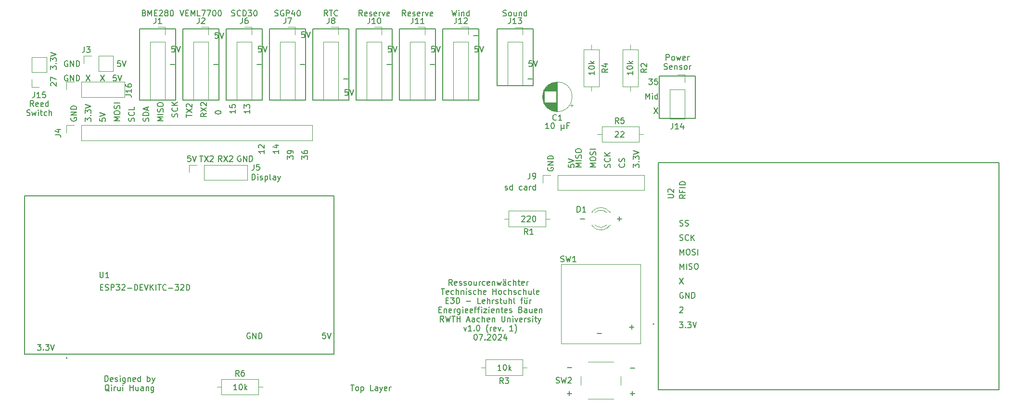
<source format=gbr>
%TF.GenerationSoftware,KiCad,Pcbnew,7.0.8*%
%TF.CreationDate,2024-07-30T15:52:23+02:00*%
%TF.ProjectId,RWTH,52575448-2e6b-4696-9361-645f70636258,rev?*%
%TF.SameCoordinates,Original*%
%TF.FileFunction,Legend,Top*%
%TF.FilePolarity,Positive*%
%FSLAX46Y46*%
G04 Gerber Fmt 4.6, Leading zero omitted, Abs format (unit mm)*
G04 Created by KiCad (PCBNEW 7.0.8) date 2024-07-30 15:52:23*
%MOMM*%
%LPD*%
G01*
G04 APERTURE LIST*
%ADD10C,0.150000*%
%ADD11C,0.120000*%
%ADD12C,0.127000*%
%ADD13C,0.200000*%
G04 APERTURE END LIST*
D10*
X128143000Y-52153000D02*
X134493000Y-52153000D01*
X134493000Y-64703000D01*
X128143000Y-64703000D01*
X128143000Y-52153000D01*
X90043000Y-52153000D02*
X96393000Y-52153000D01*
X96393000Y-64703000D01*
X90043000Y-64703000D01*
X90043000Y-52153000D01*
X105283000Y-52153000D02*
X111633000Y-52153000D01*
X111633000Y-64703000D01*
X105283000Y-64703000D01*
X105283000Y-52153000D01*
X97663000Y-52153000D02*
X104013000Y-52153000D01*
X104013000Y-64703000D01*
X97663000Y-64703000D01*
X97663000Y-52153000D01*
X152933000Y-52163000D02*
X159283000Y-52163000D01*
X159283000Y-62173000D01*
X152933000Y-62173000D01*
X152933000Y-52163000D01*
X120523000Y-52153000D02*
X126873000Y-52153000D01*
X126873000Y-64703000D01*
X120523000Y-64703000D01*
X120523000Y-52153000D01*
X112903000Y-52153000D02*
X119253000Y-52153000D01*
X119253000Y-64703000D01*
X112903000Y-64703000D01*
X112903000Y-52153000D01*
X181480000Y-60440000D02*
X187830000Y-60440000D01*
X187830000Y-67910000D01*
X181480000Y-67910000D01*
X181480000Y-60440000D01*
X143383000Y-52153000D02*
X149733000Y-52153000D01*
X149733000Y-64703000D01*
X143383000Y-64703000D01*
X143383000Y-52153000D01*
X135763000Y-52153000D02*
X142113000Y-52153000D01*
X142113000Y-64703000D01*
X135763000Y-64703000D01*
X135763000Y-52153000D01*
X179622411Y-60972819D02*
X180241458Y-60972819D01*
X180241458Y-60972819D02*
X179908125Y-61353771D01*
X179908125Y-61353771D02*
X180050982Y-61353771D01*
X180050982Y-61353771D02*
X180146220Y-61401390D01*
X180146220Y-61401390D02*
X180193839Y-61449009D01*
X180193839Y-61449009D02*
X180241458Y-61544247D01*
X180241458Y-61544247D02*
X180241458Y-61782342D01*
X180241458Y-61782342D02*
X180193839Y-61877580D01*
X180193839Y-61877580D02*
X180146220Y-61925200D01*
X180146220Y-61925200D02*
X180050982Y-61972819D01*
X180050982Y-61972819D02*
X179765268Y-61972819D01*
X179765268Y-61972819D02*
X179670030Y-61925200D01*
X179670030Y-61925200D02*
X179622411Y-61877580D01*
X181146220Y-60972819D02*
X180670030Y-60972819D01*
X180670030Y-60972819D02*
X180622411Y-61449009D01*
X180622411Y-61449009D02*
X180670030Y-61401390D01*
X180670030Y-61401390D02*
X180765268Y-61353771D01*
X180765268Y-61353771D02*
X181003363Y-61353771D01*
X181003363Y-61353771D02*
X181098601Y-61401390D01*
X181098601Y-61401390D02*
X181146220Y-61449009D01*
X181146220Y-61449009D02*
X181193839Y-61544247D01*
X181193839Y-61544247D02*
X181193839Y-61782342D01*
X181193839Y-61782342D02*
X181146220Y-61877580D01*
X181146220Y-61877580D02*
X181098601Y-61925200D01*
X181098601Y-61925200D02*
X181003363Y-61972819D01*
X181003363Y-61972819D02*
X180765268Y-61972819D01*
X180765268Y-61972819D02*
X180670030Y-61925200D01*
X180670030Y-61925200D02*
X180622411Y-61877580D01*
X161858438Y-76609411D02*
X161810819Y-76704649D01*
X161810819Y-76704649D02*
X161810819Y-76847506D01*
X161810819Y-76847506D02*
X161858438Y-76990363D01*
X161858438Y-76990363D02*
X161953676Y-77085601D01*
X161953676Y-77085601D02*
X162048914Y-77133220D01*
X162048914Y-77133220D02*
X162239390Y-77180839D01*
X162239390Y-77180839D02*
X162382247Y-77180839D01*
X162382247Y-77180839D02*
X162572723Y-77133220D01*
X162572723Y-77133220D02*
X162667961Y-77085601D01*
X162667961Y-77085601D02*
X162763200Y-76990363D01*
X162763200Y-76990363D02*
X162810819Y-76847506D01*
X162810819Y-76847506D02*
X162810819Y-76752268D01*
X162810819Y-76752268D02*
X162763200Y-76609411D01*
X162763200Y-76609411D02*
X162715580Y-76561792D01*
X162715580Y-76561792D02*
X162382247Y-76561792D01*
X162382247Y-76561792D02*
X162382247Y-76752268D01*
X162810819Y-76133220D02*
X161810819Y-76133220D01*
X161810819Y-76133220D02*
X162810819Y-75561792D01*
X162810819Y-75561792D02*
X161810819Y-75561792D01*
X162810819Y-75085601D02*
X161810819Y-75085601D01*
X161810819Y-75085601D02*
X161810819Y-74847506D01*
X161810819Y-74847506D02*
X161858438Y-74704649D01*
X161858438Y-74704649D02*
X161953676Y-74609411D01*
X161953676Y-74609411D02*
X162048914Y-74561792D01*
X162048914Y-74561792D02*
X162239390Y-74514173D01*
X162239390Y-74514173D02*
X162382247Y-74514173D01*
X162382247Y-74514173D02*
X162572723Y-74561792D01*
X162572723Y-74561792D02*
X162667961Y-74609411D01*
X162667961Y-74609411D02*
X162763200Y-74704649D01*
X162763200Y-74704649D02*
X162810819Y-74847506D01*
X162810819Y-74847506D02*
X162810819Y-75085601D01*
X91593200Y-68417839D02*
X91640819Y-68274982D01*
X91640819Y-68274982D02*
X91640819Y-68036887D01*
X91640819Y-68036887D02*
X91593200Y-67941649D01*
X91593200Y-67941649D02*
X91545580Y-67894030D01*
X91545580Y-67894030D02*
X91450342Y-67846411D01*
X91450342Y-67846411D02*
X91355104Y-67846411D01*
X91355104Y-67846411D02*
X91259866Y-67894030D01*
X91259866Y-67894030D02*
X91212247Y-67941649D01*
X91212247Y-67941649D02*
X91164628Y-68036887D01*
X91164628Y-68036887D02*
X91117009Y-68227363D01*
X91117009Y-68227363D02*
X91069390Y-68322601D01*
X91069390Y-68322601D02*
X91021771Y-68370220D01*
X91021771Y-68370220D02*
X90926533Y-68417839D01*
X90926533Y-68417839D02*
X90831295Y-68417839D01*
X90831295Y-68417839D02*
X90736057Y-68370220D01*
X90736057Y-68370220D02*
X90688438Y-68322601D01*
X90688438Y-68322601D02*
X90640819Y-68227363D01*
X90640819Y-68227363D02*
X90640819Y-67989268D01*
X90640819Y-67989268D02*
X90688438Y-67846411D01*
X91640819Y-67417839D02*
X90640819Y-67417839D01*
X90640819Y-67417839D02*
X90640819Y-67179744D01*
X90640819Y-67179744D02*
X90688438Y-67036887D01*
X90688438Y-67036887D02*
X90783676Y-66941649D01*
X90783676Y-66941649D02*
X90878914Y-66894030D01*
X90878914Y-66894030D02*
X91069390Y-66846411D01*
X91069390Y-66846411D02*
X91212247Y-66846411D01*
X91212247Y-66846411D02*
X91402723Y-66894030D01*
X91402723Y-66894030D02*
X91497961Y-66941649D01*
X91497961Y-66941649D02*
X91593200Y-67036887D01*
X91593200Y-67036887D02*
X91640819Y-67179744D01*
X91640819Y-67179744D02*
X91640819Y-67417839D01*
X91355104Y-66465458D02*
X91355104Y-65989268D01*
X91640819Y-66560696D02*
X90640819Y-66227363D01*
X90640819Y-66227363D02*
X91640819Y-65894030D01*
X176358779Y-116328866D02*
X177120684Y-116328866D01*
X176739731Y-116709819D02*
X176739731Y-115947914D01*
X109420819Y-66449411D02*
X109420819Y-67020839D01*
X109420819Y-66735125D02*
X108420819Y-66735125D01*
X108420819Y-66735125D02*
X108563676Y-66830363D01*
X108563676Y-66830363D02*
X108658914Y-66925601D01*
X108658914Y-66925601D02*
X108706533Y-67020839D01*
X108420819Y-66116077D02*
X108420819Y-65497030D01*
X108420819Y-65497030D02*
X108801771Y-65830363D01*
X108801771Y-65830363D02*
X108801771Y-65687506D01*
X108801771Y-65687506D02*
X108849390Y-65592268D01*
X108849390Y-65592268D02*
X108897009Y-65544649D01*
X108897009Y-65544649D02*
X108992247Y-65497030D01*
X108992247Y-65497030D02*
X109230342Y-65497030D01*
X109230342Y-65497030D02*
X109325580Y-65544649D01*
X109325580Y-65544649D02*
X109373200Y-65592268D01*
X109373200Y-65592268D02*
X109420819Y-65687506D01*
X109420819Y-65687506D02*
X109420819Y-65973220D01*
X109420819Y-65973220D02*
X109373200Y-66068458D01*
X109373200Y-66068458D02*
X109325580Y-66116077D01*
X159054969Y-57797819D02*
X158578779Y-57797819D01*
X158578779Y-57797819D02*
X158531160Y-58274009D01*
X158531160Y-58274009D02*
X158578779Y-58226390D01*
X158578779Y-58226390D02*
X158674017Y-58178771D01*
X158674017Y-58178771D02*
X158912112Y-58178771D01*
X158912112Y-58178771D02*
X159007350Y-58226390D01*
X159007350Y-58226390D02*
X159054969Y-58274009D01*
X159054969Y-58274009D02*
X159102588Y-58369247D01*
X159102588Y-58369247D02*
X159102588Y-58607342D01*
X159102588Y-58607342D02*
X159054969Y-58702580D01*
X159054969Y-58702580D02*
X159007350Y-58750200D01*
X159007350Y-58750200D02*
X158912112Y-58797819D01*
X158912112Y-58797819D02*
X158674017Y-58797819D01*
X158674017Y-58797819D02*
X158578779Y-58750200D01*
X158578779Y-58750200D02*
X158531160Y-58702580D01*
X159388303Y-57797819D02*
X159721636Y-58797819D01*
X159721636Y-58797819D02*
X160054969Y-57797819D01*
X86664969Y-57797819D02*
X86188779Y-57797819D01*
X86188779Y-57797819D02*
X86141160Y-58274009D01*
X86141160Y-58274009D02*
X86188779Y-58226390D01*
X86188779Y-58226390D02*
X86284017Y-58178771D01*
X86284017Y-58178771D02*
X86522112Y-58178771D01*
X86522112Y-58178771D02*
X86617350Y-58226390D01*
X86617350Y-58226390D02*
X86664969Y-58274009D01*
X86664969Y-58274009D02*
X86712588Y-58369247D01*
X86712588Y-58369247D02*
X86712588Y-58607342D01*
X86712588Y-58607342D02*
X86664969Y-58702580D01*
X86664969Y-58702580D02*
X86617350Y-58750200D01*
X86617350Y-58750200D02*
X86522112Y-58797819D01*
X86522112Y-58797819D02*
X86284017Y-58797819D01*
X86284017Y-58797819D02*
X86188779Y-58750200D01*
X86188779Y-58750200D02*
X86141160Y-58702580D01*
X86998303Y-57797819D02*
X87331636Y-58797819D01*
X87331636Y-58797819D02*
X87664969Y-57797819D01*
X95459779Y-58416866D02*
X96221684Y-58416866D01*
X185074160Y-89357200D02*
X185217017Y-89404819D01*
X185217017Y-89404819D02*
X185455112Y-89404819D01*
X185455112Y-89404819D02*
X185550350Y-89357200D01*
X185550350Y-89357200D02*
X185597969Y-89309580D01*
X185597969Y-89309580D02*
X185645588Y-89214342D01*
X185645588Y-89214342D02*
X185645588Y-89119104D01*
X185645588Y-89119104D02*
X185597969Y-89023866D01*
X185597969Y-89023866D02*
X185550350Y-88976247D01*
X185550350Y-88976247D02*
X185455112Y-88928628D01*
X185455112Y-88928628D02*
X185264636Y-88881009D01*
X185264636Y-88881009D02*
X185169398Y-88833390D01*
X185169398Y-88833390D02*
X185121779Y-88785771D01*
X185121779Y-88785771D02*
X185074160Y-88690533D01*
X185074160Y-88690533D02*
X185074160Y-88595295D01*
X185074160Y-88595295D02*
X185121779Y-88500057D01*
X185121779Y-88500057D02*
X185169398Y-88452438D01*
X185169398Y-88452438D02*
X185264636Y-88404819D01*
X185264636Y-88404819D02*
X185502731Y-88404819D01*
X185502731Y-88404819D02*
X185645588Y-88452438D01*
X186645588Y-89309580D02*
X186597969Y-89357200D01*
X186597969Y-89357200D02*
X186455112Y-89404819D01*
X186455112Y-89404819D02*
X186359874Y-89404819D01*
X186359874Y-89404819D02*
X186217017Y-89357200D01*
X186217017Y-89357200D02*
X186121779Y-89261961D01*
X186121779Y-89261961D02*
X186074160Y-89166723D01*
X186074160Y-89166723D02*
X186026541Y-88976247D01*
X186026541Y-88976247D02*
X186026541Y-88833390D01*
X186026541Y-88833390D02*
X186074160Y-88642914D01*
X186074160Y-88642914D02*
X186121779Y-88547676D01*
X186121779Y-88547676D02*
X186217017Y-88452438D01*
X186217017Y-88452438D02*
X186359874Y-88404819D01*
X186359874Y-88404819D02*
X186455112Y-88404819D01*
X186455112Y-88404819D02*
X186597969Y-88452438D01*
X186597969Y-88452438D02*
X186645588Y-88500057D01*
X187074160Y-89404819D02*
X187074160Y-88404819D01*
X187645588Y-89404819D02*
X187217017Y-88833390D01*
X187645588Y-88404819D02*
X187074160Y-88976247D01*
X118580819Y-75139588D02*
X118580819Y-74520541D01*
X118580819Y-74520541D02*
X118961771Y-74853874D01*
X118961771Y-74853874D02*
X118961771Y-74711017D01*
X118961771Y-74711017D02*
X119009390Y-74615779D01*
X119009390Y-74615779D02*
X119057009Y-74568160D01*
X119057009Y-74568160D02*
X119152247Y-74520541D01*
X119152247Y-74520541D02*
X119390342Y-74520541D01*
X119390342Y-74520541D02*
X119485580Y-74568160D01*
X119485580Y-74568160D02*
X119533200Y-74615779D01*
X119533200Y-74615779D02*
X119580819Y-74711017D01*
X119580819Y-74711017D02*
X119580819Y-74996731D01*
X119580819Y-74996731D02*
X119533200Y-75091969D01*
X119533200Y-75091969D02*
X119485580Y-75139588D01*
X118580819Y-73663398D02*
X118580819Y-73853874D01*
X118580819Y-73853874D02*
X118628438Y-73949112D01*
X118628438Y-73949112D02*
X118676057Y-73996731D01*
X118676057Y-73996731D02*
X118818914Y-74091969D01*
X118818914Y-74091969D02*
X119009390Y-74139588D01*
X119009390Y-74139588D02*
X119390342Y-74139588D01*
X119390342Y-74139588D02*
X119485580Y-74091969D01*
X119485580Y-74091969D02*
X119533200Y-74044350D01*
X119533200Y-74044350D02*
X119580819Y-73949112D01*
X119580819Y-73949112D02*
X119580819Y-73758636D01*
X119580819Y-73758636D02*
X119533200Y-73663398D01*
X119533200Y-73663398D02*
X119485580Y-73615779D01*
X119485580Y-73615779D02*
X119390342Y-73568160D01*
X119390342Y-73568160D02*
X119152247Y-73568160D01*
X119152247Y-73568160D02*
X119057009Y-73615779D01*
X119057009Y-73615779D02*
X119009390Y-73663398D01*
X119009390Y-73663398D02*
X118961771Y-73758636D01*
X118961771Y-73758636D02*
X118961771Y-73949112D01*
X118961771Y-73949112D02*
X119009390Y-74044350D01*
X119009390Y-74044350D02*
X119057009Y-74091969D01*
X119057009Y-74091969D02*
X119152247Y-74139588D01*
X83140779Y-97644009D02*
X83474112Y-97644009D01*
X83616969Y-98167819D02*
X83140779Y-98167819D01*
X83140779Y-98167819D02*
X83140779Y-97167819D01*
X83140779Y-97167819D02*
X83616969Y-97167819D01*
X83997922Y-98120200D02*
X84140779Y-98167819D01*
X84140779Y-98167819D02*
X84378874Y-98167819D01*
X84378874Y-98167819D02*
X84474112Y-98120200D01*
X84474112Y-98120200D02*
X84521731Y-98072580D01*
X84521731Y-98072580D02*
X84569350Y-97977342D01*
X84569350Y-97977342D02*
X84569350Y-97882104D01*
X84569350Y-97882104D02*
X84521731Y-97786866D01*
X84521731Y-97786866D02*
X84474112Y-97739247D01*
X84474112Y-97739247D02*
X84378874Y-97691628D01*
X84378874Y-97691628D02*
X84188398Y-97644009D01*
X84188398Y-97644009D02*
X84093160Y-97596390D01*
X84093160Y-97596390D02*
X84045541Y-97548771D01*
X84045541Y-97548771D02*
X83997922Y-97453533D01*
X83997922Y-97453533D02*
X83997922Y-97358295D01*
X83997922Y-97358295D02*
X84045541Y-97263057D01*
X84045541Y-97263057D02*
X84093160Y-97215438D01*
X84093160Y-97215438D02*
X84188398Y-97167819D01*
X84188398Y-97167819D02*
X84426493Y-97167819D01*
X84426493Y-97167819D02*
X84569350Y-97215438D01*
X84997922Y-98167819D02*
X84997922Y-97167819D01*
X84997922Y-97167819D02*
X85378874Y-97167819D01*
X85378874Y-97167819D02*
X85474112Y-97215438D01*
X85474112Y-97215438D02*
X85521731Y-97263057D01*
X85521731Y-97263057D02*
X85569350Y-97358295D01*
X85569350Y-97358295D02*
X85569350Y-97501152D01*
X85569350Y-97501152D02*
X85521731Y-97596390D01*
X85521731Y-97596390D02*
X85474112Y-97644009D01*
X85474112Y-97644009D02*
X85378874Y-97691628D01*
X85378874Y-97691628D02*
X84997922Y-97691628D01*
X85902684Y-97167819D02*
X86521731Y-97167819D01*
X86521731Y-97167819D02*
X86188398Y-97548771D01*
X86188398Y-97548771D02*
X86331255Y-97548771D01*
X86331255Y-97548771D02*
X86426493Y-97596390D01*
X86426493Y-97596390D02*
X86474112Y-97644009D01*
X86474112Y-97644009D02*
X86521731Y-97739247D01*
X86521731Y-97739247D02*
X86521731Y-97977342D01*
X86521731Y-97977342D02*
X86474112Y-98072580D01*
X86474112Y-98072580D02*
X86426493Y-98120200D01*
X86426493Y-98120200D02*
X86331255Y-98167819D01*
X86331255Y-98167819D02*
X86045541Y-98167819D01*
X86045541Y-98167819D02*
X85950303Y-98120200D01*
X85950303Y-98120200D02*
X85902684Y-98072580D01*
X86902684Y-97263057D02*
X86950303Y-97215438D01*
X86950303Y-97215438D02*
X87045541Y-97167819D01*
X87045541Y-97167819D02*
X87283636Y-97167819D01*
X87283636Y-97167819D02*
X87378874Y-97215438D01*
X87378874Y-97215438D02*
X87426493Y-97263057D01*
X87426493Y-97263057D02*
X87474112Y-97358295D01*
X87474112Y-97358295D02*
X87474112Y-97453533D01*
X87474112Y-97453533D02*
X87426493Y-97596390D01*
X87426493Y-97596390D02*
X86855065Y-98167819D01*
X86855065Y-98167819D02*
X87474112Y-98167819D01*
X87902684Y-97786866D02*
X88664589Y-97786866D01*
X89140779Y-98167819D02*
X89140779Y-97167819D01*
X89140779Y-97167819D02*
X89378874Y-97167819D01*
X89378874Y-97167819D02*
X89521731Y-97215438D01*
X89521731Y-97215438D02*
X89616969Y-97310676D01*
X89616969Y-97310676D02*
X89664588Y-97405914D01*
X89664588Y-97405914D02*
X89712207Y-97596390D01*
X89712207Y-97596390D02*
X89712207Y-97739247D01*
X89712207Y-97739247D02*
X89664588Y-97929723D01*
X89664588Y-97929723D02*
X89616969Y-98024961D01*
X89616969Y-98024961D02*
X89521731Y-98120200D01*
X89521731Y-98120200D02*
X89378874Y-98167819D01*
X89378874Y-98167819D02*
X89140779Y-98167819D01*
X90140779Y-97644009D02*
X90474112Y-97644009D01*
X90616969Y-98167819D02*
X90140779Y-98167819D01*
X90140779Y-98167819D02*
X90140779Y-97167819D01*
X90140779Y-97167819D02*
X90616969Y-97167819D01*
X90902684Y-97167819D02*
X91236017Y-98167819D01*
X91236017Y-98167819D02*
X91569350Y-97167819D01*
X91902684Y-98167819D02*
X91902684Y-97167819D01*
X92474112Y-98167819D02*
X92045541Y-97596390D01*
X92474112Y-97167819D02*
X91902684Y-97739247D01*
X92902684Y-98167819D02*
X92902684Y-97167819D01*
X93236017Y-97167819D02*
X93807445Y-97167819D01*
X93521731Y-98167819D02*
X93521731Y-97167819D01*
X94712207Y-98072580D02*
X94664588Y-98120200D01*
X94664588Y-98120200D02*
X94521731Y-98167819D01*
X94521731Y-98167819D02*
X94426493Y-98167819D01*
X94426493Y-98167819D02*
X94283636Y-98120200D01*
X94283636Y-98120200D02*
X94188398Y-98024961D01*
X94188398Y-98024961D02*
X94140779Y-97929723D01*
X94140779Y-97929723D02*
X94093160Y-97739247D01*
X94093160Y-97739247D02*
X94093160Y-97596390D01*
X94093160Y-97596390D02*
X94140779Y-97405914D01*
X94140779Y-97405914D02*
X94188398Y-97310676D01*
X94188398Y-97310676D02*
X94283636Y-97215438D01*
X94283636Y-97215438D02*
X94426493Y-97167819D01*
X94426493Y-97167819D02*
X94521731Y-97167819D01*
X94521731Y-97167819D02*
X94664588Y-97215438D01*
X94664588Y-97215438D02*
X94712207Y-97263057D01*
X95140779Y-97786866D02*
X95902684Y-97786866D01*
X96283636Y-97167819D02*
X96902683Y-97167819D01*
X96902683Y-97167819D02*
X96569350Y-97548771D01*
X96569350Y-97548771D02*
X96712207Y-97548771D01*
X96712207Y-97548771D02*
X96807445Y-97596390D01*
X96807445Y-97596390D02*
X96855064Y-97644009D01*
X96855064Y-97644009D02*
X96902683Y-97739247D01*
X96902683Y-97739247D02*
X96902683Y-97977342D01*
X96902683Y-97977342D02*
X96855064Y-98072580D01*
X96855064Y-98072580D02*
X96807445Y-98120200D01*
X96807445Y-98120200D02*
X96712207Y-98167819D01*
X96712207Y-98167819D02*
X96426493Y-98167819D01*
X96426493Y-98167819D02*
X96331255Y-98120200D01*
X96331255Y-98120200D02*
X96283636Y-98072580D01*
X97283636Y-97263057D02*
X97331255Y-97215438D01*
X97331255Y-97215438D02*
X97426493Y-97167819D01*
X97426493Y-97167819D02*
X97664588Y-97167819D01*
X97664588Y-97167819D02*
X97759826Y-97215438D01*
X97759826Y-97215438D02*
X97807445Y-97263057D01*
X97807445Y-97263057D02*
X97855064Y-97358295D01*
X97855064Y-97358295D02*
X97855064Y-97453533D01*
X97855064Y-97453533D02*
X97807445Y-97596390D01*
X97807445Y-97596390D02*
X97236017Y-98167819D01*
X97236017Y-98167819D02*
X97855064Y-98167819D01*
X98283636Y-98167819D02*
X98283636Y-97167819D01*
X98283636Y-97167819D02*
X98521731Y-97167819D01*
X98521731Y-97167819D02*
X98664588Y-97215438D01*
X98664588Y-97215438D02*
X98759826Y-97310676D01*
X98759826Y-97310676D02*
X98807445Y-97405914D01*
X98807445Y-97405914D02*
X98855064Y-97596390D01*
X98855064Y-97596390D02*
X98855064Y-97739247D01*
X98855064Y-97739247D02*
X98807445Y-97929723D01*
X98807445Y-97929723D02*
X98759826Y-98024961D01*
X98759826Y-98024961D02*
X98664588Y-98120200D01*
X98664588Y-98120200D02*
X98521731Y-98167819D01*
X98521731Y-98167819D02*
X98283636Y-98167819D01*
X185074160Y-86817200D02*
X185217017Y-86864819D01*
X185217017Y-86864819D02*
X185455112Y-86864819D01*
X185455112Y-86864819D02*
X185550350Y-86817200D01*
X185550350Y-86817200D02*
X185597969Y-86769580D01*
X185597969Y-86769580D02*
X185645588Y-86674342D01*
X185645588Y-86674342D02*
X185645588Y-86579104D01*
X185645588Y-86579104D02*
X185597969Y-86483866D01*
X185597969Y-86483866D02*
X185550350Y-86436247D01*
X185550350Y-86436247D02*
X185455112Y-86388628D01*
X185455112Y-86388628D02*
X185264636Y-86341009D01*
X185264636Y-86341009D02*
X185169398Y-86293390D01*
X185169398Y-86293390D02*
X185121779Y-86245771D01*
X185121779Y-86245771D02*
X185074160Y-86150533D01*
X185074160Y-86150533D02*
X185074160Y-86055295D01*
X185074160Y-86055295D02*
X185121779Y-85960057D01*
X185121779Y-85960057D02*
X185169398Y-85912438D01*
X185169398Y-85912438D02*
X185264636Y-85864819D01*
X185264636Y-85864819D02*
X185502731Y-85864819D01*
X185502731Y-85864819D02*
X185645588Y-85912438D01*
X186026541Y-86817200D02*
X186169398Y-86864819D01*
X186169398Y-86864819D02*
X186407493Y-86864819D01*
X186407493Y-86864819D02*
X186502731Y-86817200D01*
X186502731Y-86817200D02*
X186550350Y-86769580D01*
X186550350Y-86769580D02*
X186597969Y-86674342D01*
X186597969Y-86674342D02*
X186597969Y-86579104D01*
X186597969Y-86579104D02*
X186550350Y-86483866D01*
X186550350Y-86483866D02*
X186502731Y-86436247D01*
X186502731Y-86436247D02*
X186407493Y-86388628D01*
X186407493Y-86388628D02*
X186217017Y-86341009D01*
X186217017Y-86341009D02*
X186121779Y-86293390D01*
X186121779Y-86293390D02*
X186074160Y-86245771D01*
X186074160Y-86245771D02*
X186026541Y-86150533D01*
X186026541Y-86150533D02*
X186026541Y-86055295D01*
X186026541Y-86055295D02*
X186074160Y-85960057D01*
X186074160Y-85960057D02*
X186121779Y-85912438D01*
X186121779Y-85912438D02*
X186217017Y-85864819D01*
X186217017Y-85864819D02*
X186455112Y-85864819D01*
X186455112Y-85864819D02*
X186597969Y-85912438D01*
X148799779Y-53336866D02*
X149561684Y-53336866D01*
X136866570Y-49907819D02*
X136533237Y-49431628D01*
X136295142Y-49907819D02*
X136295142Y-48907819D01*
X136295142Y-48907819D02*
X136676094Y-48907819D01*
X136676094Y-48907819D02*
X136771332Y-48955438D01*
X136771332Y-48955438D02*
X136818951Y-49003057D01*
X136818951Y-49003057D02*
X136866570Y-49098295D01*
X136866570Y-49098295D02*
X136866570Y-49241152D01*
X136866570Y-49241152D02*
X136818951Y-49336390D01*
X136818951Y-49336390D02*
X136771332Y-49384009D01*
X136771332Y-49384009D02*
X136676094Y-49431628D01*
X136676094Y-49431628D02*
X136295142Y-49431628D01*
X137676094Y-49860200D02*
X137580856Y-49907819D01*
X137580856Y-49907819D02*
X137390380Y-49907819D01*
X137390380Y-49907819D02*
X137295142Y-49860200D01*
X137295142Y-49860200D02*
X137247523Y-49764961D01*
X137247523Y-49764961D02*
X137247523Y-49384009D01*
X137247523Y-49384009D02*
X137295142Y-49288771D01*
X137295142Y-49288771D02*
X137390380Y-49241152D01*
X137390380Y-49241152D02*
X137580856Y-49241152D01*
X137580856Y-49241152D02*
X137676094Y-49288771D01*
X137676094Y-49288771D02*
X137723713Y-49384009D01*
X137723713Y-49384009D02*
X137723713Y-49479247D01*
X137723713Y-49479247D02*
X137247523Y-49574485D01*
X138104666Y-49860200D02*
X138199904Y-49907819D01*
X138199904Y-49907819D02*
X138390380Y-49907819D01*
X138390380Y-49907819D02*
X138485618Y-49860200D01*
X138485618Y-49860200D02*
X138533237Y-49764961D01*
X138533237Y-49764961D02*
X138533237Y-49717342D01*
X138533237Y-49717342D02*
X138485618Y-49622104D01*
X138485618Y-49622104D02*
X138390380Y-49574485D01*
X138390380Y-49574485D02*
X138247523Y-49574485D01*
X138247523Y-49574485D02*
X138152285Y-49526866D01*
X138152285Y-49526866D02*
X138104666Y-49431628D01*
X138104666Y-49431628D02*
X138104666Y-49384009D01*
X138104666Y-49384009D02*
X138152285Y-49288771D01*
X138152285Y-49288771D02*
X138247523Y-49241152D01*
X138247523Y-49241152D02*
X138390380Y-49241152D01*
X138390380Y-49241152D02*
X138485618Y-49288771D01*
X139342761Y-49860200D02*
X139247523Y-49907819D01*
X139247523Y-49907819D02*
X139057047Y-49907819D01*
X139057047Y-49907819D02*
X138961809Y-49860200D01*
X138961809Y-49860200D02*
X138914190Y-49764961D01*
X138914190Y-49764961D02*
X138914190Y-49384009D01*
X138914190Y-49384009D02*
X138961809Y-49288771D01*
X138961809Y-49288771D02*
X139057047Y-49241152D01*
X139057047Y-49241152D02*
X139247523Y-49241152D01*
X139247523Y-49241152D02*
X139342761Y-49288771D01*
X139342761Y-49288771D02*
X139390380Y-49384009D01*
X139390380Y-49384009D02*
X139390380Y-49479247D01*
X139390380Y-49479247D02*
X138914190Y-49574485D01*
X139818952Y-49907819D02*
X139818952Y-49241152D01*
X139818952Y-49431628D02*
X139866571Y-49336390D01*
X139866571Y-49336390D02*
X139914190Y-49288771D01*
X139914190Y-49288771D02*
X140009428Y-49241152D01*
X140009428Y-49241152D02*
X140104666Y-49241152D01*
X140342762Y-49241152D02*
X140580857Y-49907819D01*
X140580857Y-49907819D02*
X140818952Y-49241152D01*
X141580857Y-49860200D02*
X141485619Y-49907819D01*
X141485619Y-49907819D02*
X141295143Y-49907819D01*
X141295143Y-49907819D02*
X141199905Y-49860200D01*
X141199905Y-49860200D02*
X141152286Y-49764961D01*
X141152286Y-49764961D02*
X141152286Y-49384009D01*
X141152286Y-49384009D02*
X141199905Y-49288771D01*
X141199905Y-49288771D02*
X141295143Y-49241152D01*
X141295143Y-49241152D02*
X141485619Y-49241152D01*
X141485619Y-49241152D02*
X141580857Y-49288771D01*
X141580857Y-49288771D02*
X141628476Y-49384009D01*
X141628476Y-49384009D02*
X141628476Y-49479247D01*
X141628476Y-49479247D02*
X141152286Y-49574485D01*
X165309779Y-111756866D02*
X166071684Y-111756866D01*
X107823095Y-74559438D02*
X107727857Y-74511819D01*
X107727857Y-74511819D02*
X107585000Y-74511819D01*
X107585000Y-74511819D02*
X107442143Y-74559438D01*
X107442143Y-74559438D02*
X107346905Y-74654676D01*
X107346905Y-74654676D02*
X107299286Y-74749914D01*
X107299286Y-74749914D02*
X107251667Y-74940390D01*
X107251667Y-74940390D02*
X107251667Y-75083247D01*
X107251667Y-75083247D02*
X107299286Y-75273723D01*
X107299286Y-75273723D02*
X107346905Y-75368961D01*
X107346905Y-75368961D02*
X107442143Y-75464200D01*
X107442143Y-75464200D02*
X107585000Y-75511819D01*
X107585000Y-75511819D02*
X107680238Y-75511819D01*
X107680238Y-75511819D02*
X107823095Y-75464200D01*
X107823095Y-75464200D02*
X107870714Y-75416580D01*
X107870714Y-75416580D02*
X107870714Y-75083247D01*
X107870714Y-75083247D02*
X107680238Y-75083247D01*
X108299286Y-75511819D02*
X108299286Y-74511819D01*
X108299286Y-74511819D02*
X108870714Y-75511819D01*
X108870714Y-75511819D02*
X108870714Y-74511819D01*
X109346905Y-75511819D02*
X109346905Y-74511819D01*
X109346905Y-74511819D02*
X109585000Y-74511819D01*
X109585000Y-74511819D02*
X109727857Y-74559438D01*
X109727857Y-74559438D02*
X109823095Y-74654676D01*
X109823095Y-74654676D02*
X109870714Y-74749914D01*
X109870714Y-74749914D02*
X109918333Y-74940390D01*
X109918333Y-74940390D02*
X109918333Y-75083247D01*
X109918333Y-75083247D02*
X109870714Y-75273723D01*
X109870714Y-75273723D02*
X109823095Y-75368961D01*
X109823095Y-75368961D02*
X109727857Y-75464200D01*
X109727857Y-75464200D02*
X109585000Y-75511819D01*
X109585000Y-75511819D02*
X109346905Y-75511819D01*
X83165792Y-60337819D02*
X83832458Y-61337819D01*
X83832458Y-60337819D02*
X83165792Y-61337819D01*
X107159588Y-115693819D02*
X106588160Y-115693819D01*
X106873874Y-115693819D02*
X106873874Y-114693819D01*
X106873874Y-114693819D02*
X106778636Y-114836676D01*
X106778636Y-114836676D02*
X106683398Y-114931914D01*
X106683398Y-114931914D02*
X106588160Y-114979533D01*
X107778636Y-114693819D02*
X107873874Y-114693819D01*
X107873874Y-114693819D02*
X107969112Y-114741438D01*
X107969112Y-114741438D02*
X108016731Y-114789057D01*
X108016731Y-114789057D02*
X108064350Y-114884295D01*
X108064350Y-114884295D02*
X108111969Y-115074771D01*
X108111969Y-115074771D02*
X108111969Y-115312866D01*
X108111969Y-115312866D02*
X108064350Y-115503342D01*
X108064350Y-115503342D02*
X108016731Y-115598580D01*
X108016731Y-115598580D02*
X107969112Y-115646200D01*
X107969112Y-115646200D02*
X107873874Y-115693819D01*
X107873874Y-115693819D02*
X107778636Y-115693819D01*
X107778636Y-115693819D02*
X107683398Y-115646200D01*
X107683398Y-115646200D02*
X107635779Y-115598580D01*
X107635779Y-115598580D02*
X107588160Y-115503342D01*
X107588160Y-115503342D02*
X107540541Y-115312866D01*
X107540541Y-115312866D02*
X107540541Y-115074771D01*
X107540541Y-115074771D02*
X107588160Y-114884295D01*
X107588160Y-114884295D02*
X107635779Y-114789057D01*
X107635779Y-114789057D02*
X107683398Y-114741438D01*
X107683398Y-114741438D02*
X107778636Y-114693819D01*
X108540541Y-115693819D02*
X108540541Y-114693819D01*
X108635779Y-115312866D02*
X108921493Y-115693819D01*
X108921493Y-115027152D02*
X108540541Y-115408104D01*
X173736095Y-70339057D02*
X173783714Y-70291438D01*
X173783714Y-70291438D02*
X173878952Y-70243819D01*
X173878952Y-70243819D02*
X174117047Y-70243819D01*
X174117047Y-70243819D02*
X174212285Y-70291438D01*
X174212285Y-70291438D02*
X174259904Y-70339057D01*
X174259904Y-70339057D02*
X174307523Y-70434295D01*
X174307523Y-70434295D02*
X174307523Y-70529533D01*
X174307523Y-70529533D02*
X174259904Y-70672390D01*
X174259904Y-70672390D02*
X173688476Y-71243819D01*
X173688476Y-71243819D02*
X174307523Y-71243819D01*
X174688476Y-70339057D02*
X174736095Y-70291438D01*
X174736095Y-70291438D02*
X174831333Y-70243819D01*
X174831333Y-70243819D02*
X175069428Y-70243819D01*
X175069428Y-70243819D02*
X175164666Y-70291438D01*
X175164666Y-70291438D02*
X175212285Y-70339057D01*
X175212285Y-70339057D02*
X175259904Y-70434295D01*
X175259904Y-70434295D02*
X175259904Y-70529533D01*
X175259904Y-70529533D02*
X175212285Y-70672390D01*
X175212285Y-70672390D02*
X174640857Y-71243819D01*
X174640857Y-71243819D02*
X175259904Y-71243819D01*
X118319779Y-58416866D02*
X119081684Y-58416866D01*
X109474095Y-105724438D02*
X109378857Y-105676819D01*
X109378857Y-105676819D02*
X109236000Y-105676819D01*
X109236000Y-105676819D02*
X109093143Y-105724438D01*
X109093143Y-105724438D02*
X108997905Y-105819676D01*
X108997905Y-105819676D02*
X108950286Y-105914914D01*
X108950286Y-105914914D02*
X108902667Y-106105390D01*
X108902667Y-106105390D02*
X108902667Y-106248247D01*
X108902667Y-106248247D02*
X108950286Y-106438723D01*
X108950286Y-106438723D02*
X108997905Y-106533961D01*
X108997905Y-106533961D02*
X109093143Y-106629200D01*
X109093143Y-106629200D02*
X109236000Y-106676819D01*
X109236000Y-106676819D02*
X109331238Y-106676819D01*
X109331238Y-106676819D02*
X109474095Y-106629200D01*
X109474095Y-106629200D02*
X109521714Y-106581580D01*
X109521714Y-106581580D02*
X109521714Y-106248247D01*
X109521714Y-106248247D02*
X109331238Y-106248247D01*
X109950286Y-106676819D02*
X109950286Y-105676819D01*
X109950286Y-105676819D02*
X110521714Y-106676819D01*
X110521714Y-106676819D02*
X110521714Y-105676819D01*
X110997905Y-106676819D02*
X110997905Y-105676819D01*
X110997905Y-105676819D02*
X111236000Y-105676819D01*
X111236000Y-105676819D02*
X111378857Y-105724438D01*
X111378857Y-105724438D02*
X111474095Y-105819676D01*
X111474095Y-105819676D02*
X111521714Y-105914914D01*
X111521714Y-105914914D02*
X111569333Y-106105390D01*
X111569333Y-106105390D02*
X111569333Y-106248247D01*
X111569333Y-106248247D02*
X111521714Y-106438723D01*
X111521714Y-106438723D02*
X111474095Y-106533961D01*
X111474095Y-106533961D02*
X111378857Y-106629200D01*
X111378857Y-106629200D02*
X111236000Y-106676819D01*
X111236000Y-106676819D02*
X110997905Y-106676819D01*
X119049969Y-52717819D02*
X118573779Y-52717819D01*
X118573779Y-52717819D02*
X118526160Y-53194009D01*
X118526160Y-53194009D02*
X118573779Y-53146390D01*
X118573779Y-53146390D02*
X118669017Y-53098771D01*
X118669017Y-53098771D02*
X118907112Y-53098771D01*
X118907112Y-53098771D02*
X119002350Y-53146390D01*
X119002350Y-53146390D02*
X119049969Y-53194009D01*
X119049969Y-53194009D02*
X119097588Y-53289247D01*
X119097588Y-53289247D02*
X119097588Y-53527342D01*
X119097588Y-53527342D02*
X119049969Y-53622580D01*
X119049969Y-53622580D02*
X119002350Y-53670200D01*
X119002350Y-53670200D02*
X118907112Y-53717819D01*
X118907112Y-53717819D02*
X118669017Y-53717819D01*
X118669017Y-53717819D02*
X118573779Y-53670200D01*
X118573779Y-53670200D02*
X118526160Y-53622580D01*
X119383303Y-52717819D02*
X119716636Y-53717819D01*
X119716636Y-53717819D02*
X120049969Y-52717819D01*
X103809969Y-52844819D02*
X103333779Y-52844819D01*
X103333779Y-52844819D02*
X103286160Y-53321009D01*
X103286160Y-53321009D02*
X103333779Y-53273390D01*
X103333779Y-53273390D02*
X103429017Y-53225771D01*
X103429017Y-53225771D02*
X103667112Y-53225771D01*
X103667112Y-53225771D02*
X103762350Y-53273390D01*
X103762350Y-53273390D02*
X103809969Y-53321009D01*
X103809969Y-53321009D02*
X103857588Y-53416247D01*
X103857588Y-53416247D02*
X103857588Y-53654342D01*
X103857588Y-53654342D02*
X103809969Y-53749580D01*
X103809969Y-53749580D02*
X103762350Y-53797200D01*
X103762350Y-53797200D02*
X103667112Y-53844819D01*
X103667112Y-53844819D02*
X103429017Y-53844819D01*
X103429017Y-53844819D02*
X103333779Y-53797200D01*
X103333779Y-53797200D02*
X103286160Y-53749580D01*
X104143303Y-52844819D02*
X104476636Y-53844819D01*
X104476636Y-53844819D02*
X104809969Y-52844819D01*
X85902969Y-60337819D02*
X85426779Y-60337819D01*
X85426779Y-60337819D02*
X85379160Y-60814009D01*
X85379160Y-60814009D02*
X85426779Y-60766390D01*
X85426779Y-60766390D02*
X85522017Y-60718771D01*
X85522017Y-60718771D02*
X85760112Y-60718771D01*
X85760112Y-60718771D02*
X85855350Y-60766390D01*
X85855350Y-60766390D02*
X85902969Y-60814009D01*
X85902969Y-60814009D02*
X85950588Y-60909247D01*
X85950588Y-60909247D02*
X85950588Y-61147342D01*
X85950588Y-61147342D02*
X85902969Y-61242580D01*
X85902969Y-61242580D02*
X85855350Y-61290200D01*
X85855350Y-61290200D02*
X85760112Y-61337819D01*
X85760112Y-61337819D02*
X85522017Y-61337819D01*
X85522017Y-61337819D02*
X85426779Y-61290200D01*
X85426779Y-61290200D02*
X85379160Y-61242580D01*
X86236303Y-60337819D02*
X86569636Y-61337819D01*
X86569636Y-61337819D02*
X86902969Y-60337819D01*
X129246570Y-49907819D02*
X128913237Y-49431628D01*
X128675142Y-49907819D02*
X128675142Y-48907819D01*
X128675142Y-48907819D02*
X129056094Y-48907819D01*
X129056094Y-48907819D02*
X129151332Y-48955438D01*
X129151332Y-48955438D02*
X129198951Y-49003057D01*
X129198951Y-49003057D02*
X129246570Y-49098295D01*
X129246570Y-49098295D02*
X129246570Y-49241152D01*
X129246570Y-49241152D02*
X129198951Y-49336390D01*
X129198951Y-49336390D02*
X129151332Y-49384009D01*
X129151332Y-49384009D02*
X129056094Y-49431628D01*
X129056094Y-49431628D02*
X128675142Y-49431628D01*
X130056094Y-49860200D02*
X129960856Y-49907819D01*
X129960856Y-49907819D02*
X129770380Y-49907819D01*
X129770380Y-49907819D02*
X129675142Y-49860200D01*
X129675142Y-49860200D02*
X129627523Y-49764961D01*
X129627523Y-49764961D02*
X129627523Y-49384009D01*
X129627523Y-49384009D02*
X129675142Y-49288771D01*
X129675142Y-49288771D02*
X129770380Y-49241152D01*
X129770380Y-49241152D02*
X129960856Y-49241152D01*
X129960856Y-49241152D02*
X130056094Y-49288771D01*
X130056094Y-49288771D02*
X130103713Y-49384009D01*
X130103713Y-49384009D02*
X130103713Y-49479247D01*
X130103713Y-49479247D02*
X129627523Y-49574485D01*
X130484666Y-49860200D02*
X130579904Y-49907819D01*
X130579904Y-49907819D02*
X130770380Y-49907819D01*
X130770380Y-49907819D02*
X130865618Y-49860200D01*
X130865618Y-49860200D02*
X130913237Y-49764961D01*
X130913237Y-49764961D02*
X130913237Y-49717342D01*
X130913237Y-49717342D02*
X130865618Y-49622104D01*
X130865618Y-49622104D02*
X130770380Y-49574485D01*
X130770380Y-49574485D02*
X130627523Y-49574485D01*
X130627523Y-49574485D02*
X130532285Y-49526866D01*
X130532285Y-49526866D02*
X130484666Y-49431628D01*
X130484666Y-49431628D02*
X130484666Y-49384009D01*
X130484666Y-49384009D02*
X130532285Y-49288771D01*
X130532285Y-49288771D02*
X130627523Y-49241152D01*
X130627523Y-49241152D02*
X130770380Y-49241152D01*
X130770380Y-49241152D02*
X130865618Y-49288771D01*
X131722761Y-49860200D02*
X131627523Y-49907819D01*
X131627523Y-49907819D02*
X131437047Y-49907819D01*
X131437047Y-49907819D02*
X131341809Y-49860200D01*
X131341809Y-49860200D02*
X131294190Y-49764961D01*
X131294190Y-49764961D02*
X131294190Y-49384009D01*
X131294190Y-49384009D02*
X131341809Y-49288771D01*
X131341809Y-49288771D02*
X131437047Y-49241152D01*
X131437047Y-49241152D02*
X131627523Y-49241152D01*
X131627523Y-49241152D02*
X131722761Y-49288771D01*
X131722761Y-49288771D02*
X131770380Y-49384009D01*
X131770380Y-49384009D02*
X131770380Y-49479247D01*
X131770380Y-49479247D02*
X131294190Y-49574485D01*
X132198952Y-49907819D02*
X132198952Y-49241152D01*
X132198952Y-49431628D02*
X132246571Y-49336390D01*
X132246571Y-49336390D02*
X132294190Y-49288771D01*
X132294190Y-49288771D02*
X132389428Y-49241152D01*
X132389428Y-49241152D02*
X132484666Y-49241152D01*
X132722762Y-49241152D02*
X132960857Y-49907819D01*
X132960857Y-49907819D02*
X133198952Y-49241152D01*
X133960857Y-49860200D02*
X133865619Y-49907819D01*
X133865619Y-49907819D02*
X133675143Y-49907819D01*
X133675143Y-49907819D02*
X133579905Y-49860200D01*
X133579905Y-49860200D02*
X133532286Y-49764961D01*
X133532286Y-49764961D02*
X133532286Y-49384009D01*
X133532286Y-49384009D02*
X133579905Y-49288771D01*
X133579905Y-49288771D02*
X133675143Y-49241152D01*
X133675143Y-49241152D02*
X133865619Y-49241152D01*
X133865619Y-49241152D02*
X133960857Y-49288771D01*
X133960857Y-49288771D02*
X134008476Y-49384009D01*
X134008476Y-49384009D02*
X134008476Y-49479247D01*
X134008476Y-49479247D02*
X133532286Y-49574485D01*
X89053200Y-68417839D02*
X89100819Y-68274982D01*
X89100819Y-68274982D02*
X89100819Y-68036887D01*
X89100819Y-68036887D02*
X89053200Y-67941649D01*
X89053200Y-67941649D02*
X89005580Y-67894030D01*
X89005580Y-67894030D02*
X88910342Y-67846411D01*
X88910342Y-67846411D02*
X88815104Y-67846411D01*
X88815104Y-67846411D02*
X88719866Y-67894030D01*
X88719866Y-67894030D02*
X88672247Y-67941649D01*
X88672247Y-67941649D02*
X88624628Y-68036887D01*
X88624628Y-68036887D02*
X88577009Y-68227363D01*
X88577009Y-68227363D02*
X88529390Y-68322601D01*
X88529390Y-68322601D02*
X88481771Y-68370220D01*
X88481771Y-68370220D02*
X88386533Y-68417839D01*
X88386533Y-68417839D02*
X88291295Y-68417839D01*
X88291295Y-68417839D02*
X88196057Y-68370220D01*
X88196057Y-68370220D02*
X88148438Y-68322601D01*
X88148438Y-68322601D02*
X88100819Y-68227363D01*
X88100819Y-68227363D02*
X88100819Y-67989268D01*
X88100819Y-67989268D02*
X88148438Y-67846411D01*
X89005580Y-66846411D02*
X89053200Y-66894030D01*
X89053200Y-66894030D02*
X89100819Y-67036887D01*
X89100819Y-67036887D02*
X89100819Y-67132125D01*
X89100819Y-67132125D02*
X89053200Y-67274982D01*
X89053200Y-67274982D02*
X88957961Y-67370220D01*
X88957961Y-67370220D02*
X88862723Y-67417839D01*
X88862723Y-67417839D02*
X88672247Y-67465458D01*
X88672247Y-67465458D02*
X88529390Y-67465458D01*
X88529390Y-67465458D02*
X88338914Y-67417839D01*
X88338914Y-67417839D02*
X88243676Y-67370220D01*
X88243676Y-67370220D02*
X88148438Y-67274982D01*
X88148438Y-67274982D02*
X88100819Y-67132125D01*
X88100819Y-67132125D02*
X88100819Y-67036887D01*
X88100819Y-67036887D02*
X88148438Y-66894030D01*
X88148438Y-66894030D02*
X88196057Y-66846411D01*
X89100819Y-65941649D02*
X89100819Y-66417839D01*
X89100819Y-66417839D02*
X88100819Y-66417839D01*
X153987762Y-49860200D02*
X154130619Y-49907819D01*
X154130619Y-49907819D02*
X154368714Y-49907819D01*
X154368714Y-49907819D02*
X154463952Y-49860200D01*
X154463952Y-49860200D02*
X154511571Y-49812580D01*
X154511571Y-49812580D02*
X154559190Y-49717342D01*
X154559190Y-49717342D02*
X154559190Y-49622104D01*
X154559190Y-49622104D02*
X154511571Y-49526866D01*
X154511571Y-49526866D02*
X154463952Y-49479247D01*
X154463952Y-49479247D02*
X154368714Y-49431628D01*
X154368714Y-49431628D02*
X154178238Y-49384009D01*
X154178238Y-49384009D02*
X154083000Y-49336390D01*
X154083000Y-49336390D02*
X154035381Y-49288771D01*
X154035381Y-49288771D02*
X153987762Y-49193533D01*
X153987762Y-49193533D02*
X153987762Y-49098295D01*
X153987762Y-49098295D02*
X154035381Y-49003057D01*
X154035381Y-49003057D02*
X154083000Y-48955438D01*
X154083000Y-48955438D02*
X154178238Y-48907819D01*
X154178238Y-48907819D02*
X154416333Y-48907819D01*
X154416333Y-48907819D02*
X154559190Y-48955438D01*
X155130619Y-49907819D02*
X155035381Y-49860200D01*
X155035381Y-49860200D02*
X154987762Y-49812580D01*
X154987762Y-49812580D02*
X154940143Y-49717342D01*
X154940143Y-49717342D02*
X154940143Y-49431628D01*
X154940143Y-49431628D02*
X154987762Y-49336390D01*
X154987762Y-49336390D02*
X155035381Y-49288771D01*
X155035381Y-49288771D02*
X155130619Y-49241152D01*
X155130619Y-49241152D02*
X155273476Y-49241152D01*
X155273476Y-49241152D02*
X155368714Y-49288771D01*
X155368714Y-49288771D02*
X155416333Y-49336390D01*
X155416333Y-49336390D02*
X155463952Y-49431628D01*
X155463952Y-49431628D02*
X155463952Y-49717342D01*
X155463952Y-49717342D02*
X155416333Y-49812580D01*
X155416333Y-49812580D02*
X155368714Y-49860200D01*
X155368714Y-49860200D02*
X155273476Y-49907819D01*
X155273476Y-49907819D02*
X155130619Y-49907819D01*
X156321095Y-49241152D02*
X156321095Y-49907819D01*
X155892524Y-49241152D02*
X155892524Y-49764961D01*
X155892524Y-49764961D02*
X155940143Y-49860200D01*
X155940143Y-49860200D02*
X156035381Y-49907819D01*
X156035381Y-49907819D02*
X156178238Y-49907819D01*
X156178238Y-49907819D02*
X156273476Y-49860200D01*
X156273476Y-49860200D02*
X156321095Y-49812580D01*
X156797286Y-49241152D02*
X156797286Y-49907819D01*
X156797286Y-49336390D02*
X156844905Y-49288771D01*
X156844905Y-49288771D02*
X156940143Y-49241152D01*
X156940143Y-49241152D02*
X157083000Y-49241152D01*
X157083000Y-49241152D02*
X157178238Y-49288771D01*
X157178238Y-49288771D02*
X157225857Y-49384009D01*
X157225857Y-49384009D02*
X157225857Y-49907819D01*
X158130619Y-49907819D02*
X158130619Y-48907819D01*
X158130619Y-49860200D02*
X158035381Y-49907819D01*
X158035381Y-49907819D02*
X157844905Y-49907819D01*
X157844905Y-49907819D02*
X157749667Y-49860200D01*
X157749667Y-49860200D02*
X157702048Y-49812580D01*
X157702048Y-49812580D02*
X157654429Y-49717342D01*
X157654429Y-49717342D02*
X157654429Y-49431628D01*
X157654429Y-49431628D02*
X157702048Y-49336390D01*
X157702048Y-49336390D02*
X157749667Y-49288771D01*
X157749667Y-49288771D02*
X157844905Y-49241152D01*
X157844905Y-49241152D02*
X158035381Y-49241152D01*
X158035381Y-49241152D02*
X158130619Y-49288771D01*
X94180819Y-68370220D02*
X93180819Y-68370220D01*
X93180819Y-68370220D02*
X93895104Y-68036887D01*
X93895104Y-68036887D02*
X93180819Y-67703554D01*
X93180819Y-67703554D02*
X94180819Y-67703554D01*
X94180819Y-67227363D02*
X93180819Y-67227363D01*
X94133200Y-66798792D02*
X94180819Y-66655935D01*
X94180819Y-66655935D02*
X94180819Y-66417840D01*
X94180819Y-66417840D02*
X94133200Y-66322602D01*
X94133200Y-66322602D02*
X94085580Y-66274983D01*
X94085580Y-66274983D02*
X93990342Y-66227364D01*
X93990342Y-66227364D02*
X93895104Y-66227364D01*
X93895104Y-66227364D02*
X93799866Y-66274983D01*
X93799866Y-66274983D02*
X93752247Y-66322602D01*
X93752247Y-66322602D02*
X93704628Y-66417840D01*
X93704628Y-66417840D02*
X93657009Y-66608316D01*
X93657009Y-66608316D02*
X93609390Y-66703554D01*
X93609390Y-66703554D02*
X93561771Y-66751173D01*
X93561771Y-66751173D02*
X93466533Y-66798792D01*
X93466533Y-66798792D02*
X93371295Y-66798792D01*
X93371295Y-66798792D02*
X93276057Y-66751173D01*
X93276057Y-66751173D02*
X93228438Y-66703554D01*
X93228438Y-66703554D02*
X93180819Y-66608316D01*
X93180819Y-66608316D02*
X93180819Y-66370221D01*
X93180819Y-66370221D02*
X93228438Y-66227364D01*
X93180819Y-65608316D02*
X93180819Y-65417840D01*
X93180819Y-65417840D02*
X93228438Y-65322602D01*
X93228438Y-65322602D02*
X93323676Y-65227364D01*
X93323676Y-65227364D02*
X93514152Y-65179745D01*
X93514152Y-65179745D02*
X93847485Y-65179745D01*
X93847485Y-65179745D02*
X94037961Y-65227364D01*
X94037961Y-65227364D02*
X94133200Y-65322602D01*
X94133200Y-65322602D02*
X94180819Y-65417840D01*
X94180819Y-65417840D02*
X94180819Y-65608316D01*
X94180819Y-65608316D02*
X94133200Y-65703554D01*
X94133200Y-65703554D02*
X94037961Y-65798792D01*
X94037961Y-65798792D02*
X93847485Y-65846411D01*
X93847485Y-65846411D02*
X93514152Y-65846411D01*
X93514152Y-65846411D02*
X93323676Y-65798792D01*
X93323676Y-65798792D02*
X93228438Y-65703554D01*
X93228438Y-65703554D02*
X93180819Y-65608316D01*
X185026541Y-103771819D02*
X185645588Y-103771819D01*
X185645588Y-103771819D02*
X185312255Y-104152771D01*
X185312255Y-104152771D02*
X185455112Y-104152771D01*
X185455112Y-104152771D02*
X185550350Y-104200390D01*
X185550350Y-104200390D02*
X185597969Y-104248009D01*
X185597969Y-104248009D02*
X185645588Y-104343247D01*
X185645588Y-104343247D02*
X185645588Y-104581342D01*
X185645588Y-104581342D02*
X185597969Y-104676580D01*
X185597969Y-104676580D02*
X185550350Y-104724200D01*
X185550350Y-104724200D02*
X185455112Y-104771819D01*
X185455112Y-104771819D02*
X185169398Y-104771819D01*
X185169398Y-104771819D02*
X185074160Y-104724200D01*
X185074160Y-104724200D02*
X185026541Y-104676580D01*
X186074160Y-104676580D02*
X186121779Y-104724200D01*
X186121779Y-104724200D02*
X186074160Y-104771819D01*
X186074160Y-104771819D02*
X186026541Y-104724200D01*
X186026541Y-104724200D02*
X186074160Y-104676580D01*
X186074160Y-104676580D02*
X186074160Y-104771819D01*
X186455112Y-103771819D02*
X187074159Y-103771819D01*
X187074159Y-103771819D02*
X186740826Y-104152771D01*
X186740826Y-104152771D02*
X186883683Y-104152771D01*
X186883683Y-104152771D02*
X186978921Y-104200390D01*
X186978921Y-104200390D02*
X187026540Y-104248009D01*
X187026540Y-104248009D02*
X187074159Y-104343247D01*
X187074159Y-104343247D02*
X187074159Y-104581342D01*
X187074159Y-104581342D02*
X187026540Y-104676580D01*
X187026540Y-104676580D02*
X186978921Y-104724200D01*
X186978921Y-104724200D02*
X186883683Y-104771819D01*
X186883683Y-104771819D02*
X186597969Y-104771819D01*
X186597969Y-104771819D02*
X186502731Y-104724200D01*
X186502731Y-104724200D02*
X186455112Y-104676580D01*
X187359874Y-103771819D02*
X187693207Y-104771819D01*
X187693207Y-104771819D02*
X188026540Y-103771819D01*
X116040819Y-75139588D02*
X116040819Y-74520541D01*
X116040819Y-74520541D02*
X116421771Y-74853874D01*
X116421771Y-74853874D02*
X116421771Y-74711017D01*
X116421771Y-74711017D02*
X116469390Y-74615779D01*
X116469390Y-74615779D02*
X116517009Y-74568160D01*
X116517009Y-74568160D02*
X116612247Y-74520541D01*
X116612247Y-74520541D02*
X116850342Y-74520541D01*
X116850342Y-74520541D02*
X116945580Y-74568160D01*
X116945580Y-74568160D02*
X116993200Y-74615779D01*
X116993200Y-74615779D02*
X117040819Y-74711017D01*
X117040819Y-74711017D02*
X117040819Y-74996731D01*
X117040819Y-74996731D02*
X116993200Y-75091969D01*
X116993200Y-75091969D02*
X116945580Y-75139588D01*
X117040819Y-74044350D02*
X117040819Y-73853874D01*
X117040819Y-73853874D02*
X116993200Y-73758636D01*
X116993200Y-73758636D02*
X116945580Y-73711017D01*
X116945580Y-73711017D02*
X116802723Y-73615779D01*
X116802723Y-73615779D02*
X116612247Y-73568160D01*
X116612247Y-73568160D02*
X116231295Y-73568160D01*
X116231295Y-73568160D02*
X116136057Y-73615779D01*
X116136057Y-73615779D02*
X116088438Y-73663398D01*
X116088438Y-73663398D02*
X116040819Y-73758636D01*
X116040819Y-73758636D02*
X116040819Y-73949112D01*
X116040819Y-73949112D02*
X116088438Y-74044350D01*
X116088438Y-74044350D02*
X116136057Y-74091969D01*
X116136057Y-74091969D02*
X116231295Y-74139588D01*
X116231295Y-74139588D02*
X116469390Y-74139588D01*
X116469390Y-74139588D02*
X116564628Y-74091969D01*
X116564628Y-74091969D02*
X116612247Y-74044350D01*
X116612247Y-74044350D02*
X116659866Y-73949112D01*
X116659866Y-73949112D02*
X116659866Y-73758636D01*
X116659866Y-73758636D02*
X116612247Y-73663398D01*
X116612247Y-73663398D02*
X116564628Y-73615779D01*
X116564628Y-73615779D02*
X116469390Y-73568160D01*
X167595779Y-85594866D02*
X168357684Y-85594866D01*
X106219905Y-49860200D02*
X106362762Y-49907819D01*
X106362762Y-49907819D02*
X106600857Y-49907819D01*
X106600857Y-49907819D02*
X106696095Y-49860200D01*
X106696095Y-49860200D02*
X106743714Y-49812580D01*
X106743714Y-49812580D02*
X106791333Y-49717342D01*
X106791333Y-49717342D02*
X106791333Y-49622104D01*
X106791333Y-49622104D02*
X106743714Y-49526866D01*
X106743714Y-49526866D02*
X106696095Y-49479247D01*
X106696095Y-49479247D02*
X106600857Y-49431628D01*
X106600857Y-49431628D02*
X106410381Y-49384009D01*
X106410381Y-49384009D02*
X106315143Y-49336390D01*
X106315143Y-49336390D02*
X106267524Y-49288771D01*
X106267524Y-49288771D02*
X106219905Y-49193533D01*
X106219905Y-49193533D02*
X106219905Y-49098295D01*
X106219905Y-49098295D02*
X106267524Y-49003057D01*
X106267524Y-49003057D02*
X106315143Y-48955438D01*
X106315143Y-48955438D02*
X106410381Y-48907819D01*
X106410381Y-48907819D02*
X106648476Y-48907819D01*
X106648476Y-48907819D02*
X106791333Y-48955438D01*
X107791333Y-49812580D02*
X107743714Y-49860200D01*
X107743714Y-49860200D02*
X107600857Y-49907819D01*
X107600857Y-49907819D02*
X107505619Y-49907819D01*
X107505619Y-49907819D02*
X107362762Y-49860200D01*
X107362762Y-49860200D02*
X107267524Y-49764961D01*
X107267524Y-49764961D02*
X107219905Y-49669723D01*
X107219905Y-49669723D02*
X107172286Y-49479247D01*
X107172286Y-49479247D02*
X107172286Y-49336390D01*
X107172286Y-49336390D02*
X107219905Y-49145914D01*
X107219905Y-49145914D02*
X107267524Y-49050676D01*
X107267524Y-49050676D02*
X107362762Y-48955438D01*
X107362762Y-48955438D02*
X107505619Y-48907819D01*
X107505619Y-48907819D02*
X107600857Y-48907819D01*
X107600857Y-48907819D02*
X107743714Y-48955438D01*
X107743714Y-48955438D02*
X107791333Y-49003057D01*
X108219905Y-49907819D02*
X108219905Y-48907819D01*
X108219905Y-48907819D02*
X108458000Y-48907819D01*
X108458000Y-48907819D02*
X108600857Y-48955438D01*
X108600857Y-48955438D02*
X108696095Y-49050676D01*
X108696095Y-49050676D02*
X108743714Y-49145914D01*
X108743714Y-49145914D02*
X108791333Y-49336390D01*
X108791333Y-49336390D02*
X108791333Y-49479247D01*
X108791333Y-49479247D02*
X108743714Y-49669723D01*
X108743714Y-49669723D02*
X108696095Y-49764961D01*
X108696095Y-49764961D02*
X108600857Y-49860200D01*
X108600857Y-49860200D02*
X108458000Y-49907819D01*
X108458000Y-49907819D02*
X108219905Y-49907819D01*
X109124667Y-48907819D02*
X109743714Y-48907819D01*
X109743714Y-48907819D02*
X109410381Y-49288771D01*
X109410381Y-49288771D02*
X109553238Y-49288771D01*
X109553238Y-49288771D02*
X109648476Y-49336390D01*
X109648476Y-49336390D02*
X109696095Y-49384009D01*
X109696095Y-49384009D02*
X109743714Y-49479247D01*
X109743714Y-49479247D02*
X109743714Y-49717342D01*
X109743714Y-49717342D02*
X109696095Y-49812580D01*
X109696095Y-49812580D02*
X109648476Y-49860200D01*
X109648476Y-49860200D02*
X109553238Y-49907819D01*
X109553238Y-49907819D02*
X109267524Y-49907819D01*
X109267524Y-49907819D02*
X109172286Y-49860200D01*
X109172286Y-49860200D02*
X109124667Y-49812580D01*
X110362762Y-48907819D02*
X110458000Y-48907819D01*
X110458000Y-48907819D02*
X110553238Y-48955438D01*
X110553238Y-48955438D02*
X110600857Y-49003057D01*
X110600857Y-49003057D02*
X110648476Y-49098295D01*
X110648476Y-49098295D02*
X110696095Y-49288771D01*
X110696095Y-49288771D02*
X110696095Y-49526866D01*
X110696095Y-49526866D02*
X110648476Y-49717342D01*
X110648476Y-49717342D02*
X110600857Y-49812580D01*
X110600857Y-49812580D02*
X110553238Y-49860200D01*
X110553238Y-49860200D02*
X110458000Y-49907819D01*
X110458000Y-49907819D02*
X110362762Y-49907819D01*
X110362762Y-49907819D02*
X110267524Y-49860200D01*
X110267524Y-49860200D02*
X110219905Y-49812580D01*
X110219905Y-49812580D02*
X110172286Y-49717342D01*
X110172286Y-49717342D02*
X110124667Y-49526866D01*
X110124667Y-49526866D02*
X110124667Y-49288771D01*
X110124667Y-49288771D02*
X110172286Y-49098295D01*
X110172286Y-49098295D02*
X110219905Y-49003057D01*
X110219905Y-49003057D02*
X110267524Y-48955438D01*
X110267524Y-48955438D02*
X110362762Y-48907819D01*
X97171333Y-48907819D02*
X97504666Y-49907819D01*
X97504666Y-49907819D02*
X97837999Y-48907819D01*
X98171333Y-49384009D02*
X98504666Y-49384009D01*
X98647523Y-49907819D02*
X98171333Y-49907819D01*
X98171333Y-49907819D02*
X98171333Y-48907819D01*
X98171333Y-48907819D02*
X98647523Y-48907819D01*
X99076095Y-49907819D02*
X99076095Y-48907819D01*
X99076095Y-48907819D02*
X99409428Y-49622104D01*
X99409428Y-49622104D02*
X99742761Y-48907819D01*
X99742761Y-48907819D02*
X99742761Y-49907819D01*
X100695142Y-49907819D02*
X100218952Y-49907819D01*
X100218952Y-49907819D02*
X100218952Y-48907819D01*
X100933238Y-48907819D02*
X101599904Y-48907819D01*
X101599904Y-48907819D02*
X101171333Y-49907819D01*
X101885619Y-48907819D02*
X102552285Y-48907819D01*
X102552285Y-48907819D02*
X102123714Y-49907819D01*
X103123714Y-48907819D02*
X103218952Y-48907819D01*
X103218952Y-48907819D02*
X103314190Y-48955438D01*
X103314190Y-48955438D02*
X103361809Y-49003057D01*
X103361809Y-49003057D02*
X103409428Y-49098295D01*
X103409428Y-49098295D02*
X103457047Y-49288771D01*
X103457047Y-49288771D02*
X103457047Y-49526866D01*
X103457047Y-49526866D02*
X103409428Y-49717342D01*
X103409428Y-49717342D02*
X103361809Y-49812580D01*
X103361809Y-49812580D02*
X103314190Y-49860200D01*
X103314190Y-49860200D02*
X103218952Y-49907819D01*
X103218952Y-49907819D02*
X103123714Y-49907819D01*
X103123714Y-49907819D02*
X103028476Y-49860200D01*
X103028476Y-49860200D02*
X102980857Y-49812580D01*
X102980857Y-49812580D02*
X102933238Y-49717342D01*
X102933238Y-49717342D02*
X102885619Y-49526866D01*
X102885619Y-49526866D02*
X102885619Y-49288771D01*
X102885619Y-49288771D02*
X102933238Y-49098295D01*
X102933238Y-49098295D02*
X102980857Y-49003057D01*
X102980857Y-49003057D02*
X103028476Y-48955438D01*
X103028476Y-48955438D02*
X103123714Y-48907819D01*
X104076095Y-48907819D02*
X104171333Y-48907819D01*
X104171333Y-48907819D02*
X104266571Y-48955438D01*
X104266571Y-48955438D02*
X104314190Y-49003057D01*
X104314190Y-49003057D02*
X104361809Y-49098295D01*
X104361809Y-49098295D02*
X104409428Y-49288771D01*
X104409428Y-49288771D02*
X104409428Y-49526866D01*
X104409428Y-49526866D02*
X104361809Y-49717342D01*
X104361809Y-49717342D02*
X104314190Y-49812580D01*
X104314190Y-49812580D02*
X104266571Y-49860200D01*
X104266571Y-49860200D02*
X104171333Y-49907819D01*
X104171333Y-49907819D02*
X104076095Y-49907819D01*
X104076095Y-49907819D02*
X103980857Y-49860200D01*
X103980857Y-49860200D02*
X103933238Y-49812580D01*
X103933238Y-49812580D02*
X103885619Y-49717342D01*
X103885619Y-49717342D02*
X103838000Y-49526866D01*
X103838000Y-49526866D02*
X103838000Y-49288771D01*
X103838000Y-49288771D02*
X103885619Y-49098295D01*
X103885619Y-49098295D02*
X103933238Y-49003057D01*
X103933238Y-49003057D02*
X103980857Y-48955438D01*
X103980857Y-48955438D02*
X104076095Y-48907819D01*
X101800819Y-67036792D02*
X101324628Y-67370125D01*
X101800819Y-67608220D02*
X100800819Y-67608220D01*
X100800819Y-67608220D02*
X100800819Y-67227268D01*
X100800819Y-67227268D02*
X100848438Y-67132030D01*
X100848438Y-67132030D02*
X100896057Y-67084411D01*
X100896057Y-67084411D02*
X100991295Y-67036792D01*
X100991295Y-67036792D02*
X101134152Y-67036792D01*
X101134152Y-67036792D02*
X101229390Y-67084411D01*
X101229390Y-67084411D02*
X101277009Y-67132030D01*
X101277009Y-67132030D02*
X101324628Y-67227268D01*
X101324628Y-67227268D02*
X101324628Y-67608220D01*
X100800819Y-66703458D02*
X101800819Y-66036792D01*
X100800819Y-66036792D02*
X101800819Y-66703458D01*
X100896057Y-65703458D02*
X100848438Y-65655839D01*
X100848438Y-65655839D02*
X100800819Y-65560601D01*
X100800819Y-65560601D02*
X100800819Y-65322506D01*
X100800819Y-65322506D02*
X100848438Y-65227268D01*
X100848438Y-65227268D02*
X100896057Y-65179649D01*
X100896057Y-65179649D02*
X100991295Y-65132030D01*
X100991295Y-65132030D02*
X101086533Y-65132030D01*
X101086533Y-65132030D02*
X101229390Y-65179649D01*
X101229390Y-65179649D02*
X101800819Y-65751077D01*
X101800819Y-65751077D02*
X101800819Y-65132030D01*
X165271316Y-116328866D02*
X166033221Y-116328866D01*
X165652268Y-116709819D02*
X165652268Y-115947914D01*
X175288580Y-75926792D02*
X175336200Y-75974411D01*
X175336200Y-75974411D02*
X175383819Y-76117268D01*
X175383819Y-76117268D02*
X175383819Y-76212506D01*
X175383819Y-76212506D02*
X175336200Y-76355363D01*
X175336200Y-76355363D02*
X175240961Y-76450601D01*
X175240961Y-76450601D02*
X175145723Y-76498220D01*
X175145723Y-76498220D02*
X174955247Y-76545839D01*
X174955247Y-76545839D02*
X174812390Y-76545839D01*
X174812390Y-76545839D02*
X174621914Y-76498220D01*
X174621914Y-76498220D02*
X174526676Y-76450601D01*
X174526676Y-76450601D02*
X174431438Y-76355363D01*
X174431438Y-76355363D02*
X174383819Y-76212506D01*
X174383819Y-76212506D02*
X174383819Y-76117268D01*
X174383819Y-76117268D02*
X174431438Y-75974411D01*
X174431438Y-75974411D02*
X174479057Y-75926792D01*
X175336200Y-75545839D02*
X175383819Y-75402982D01*
X175383819Y-75402982D02*
X175383819Y-75164887D01*
X175383819Y-75164887D02*
X175336200Y-75069649D01*
X175336200Y-75069649D02*
X175288580Y-75022030D01*
X175288580Y-75022030D02*
X175193342Y-74974411D01*
X175193342Y-74974411D02*
X175098104Y-74974411D01*
X175098104Y-74974411D02*
X175002866Y-75022030D01*
X175002866Y-75022030D02*
X174955247Y-75069649D01*
X174955247Y-75069649D02*
X174907628Y-75164887D01*
X174907628Y-75164887D02*
X174860009Y-75355363D01*
X174860009Y-75355363D02*
X174812390Y-75450601D01*
X174812390Y-75450601D02*
X174764771Y-75498220D01*
X174764771Y-75498220D02*
X174669533Y-75545839D01*
X174669533Y-75545839D02*
X174574295Y-75545839D01*
X174574295Y-75545839D02*
X174479057Y-75498220D01*
X174479057Y-75498220D02*
X174431438Y-75450601D01*
X174431438Y-75450601D02*
X174383819Y-75355363D01*
X174383819Y-75355363D02*
X174383819Y-75117268D01*
X174383819Y-75117268D02*
X174431438Y-74974411D01*
X77371601Y-60385438D02*
X77276363Y-60337819D01*
X77276363Y-60337819D02*
X77133506Y-60337819D01*
X77133506Y-60337819D02*
X76990649Y-60385438D01*
X76990649Y-60385438D02*
X76895411Y-60480676D01*
X76895411Y-60480676D02*
X76847792Y-60575914D01*
X76847792Y-60575914D02*
X76800173Y-60766390D01*
X76800173Y-60766390D02*
X76800173Y-60909247D01*
X76800173Y-60909247D02*
X76847792Y-61099723D01*
X76847792Y-61099723D02*
X76895411Y-61194961D01*
X76895411Y-61194961D02*
X76990649Y-61290200D01*
X76990649Y-61290200D02*
X77133506Y-61337819D01*
X77133506Y-61337819D02*
X77228744Y-61337819D01*
X77228744Y-61337819D02*
X77371601Y-61290200D01*
X77371601Y-61290200D02*
X77419220Y-61242580D01*
X77419220Y-61242580D02*
X77419220Y-60909247D01*
X77419220Y-60909247D02*
X77228744Y-60909247D01*
X77847792Y-61337819D02*
X77847792Y-60337819D01*
X77847792Y-60337819D02*
X78419220Y-61337819D01*
X78419220Y-61337819D02*
X78419220Y-60337819D01*
X78895411Y-61337819D02*
X78895411Y-60337819D01*
X78895411Y-60337819D02*
X79133506Y-60337819D01*
X79133506Y-60337819D02*
X79276363Y-60385438D01*
X79276363Y-60385438D02*
X79371601Y-60480676D01*
X79371601Y-60480676D02*
X79419220Y-60575914D01*
X79419220Y-60575914D02*
X79466839Y-60766390D01*
X79466839Y-60766390D02*
X79466839Y-60909247D01*
X79466839Y-60909247D02*
X79419220Y-61099723D01*
X79419220Y-61099723D02*
X79371601Y-61194961D01*
X79371601Y-61194961D02*
X79276363Y-61290200D01*
X79276363Y-61290200D02*
X79133506Y-61337819D01*
X79133506Y-61337819D02*
X78895411Y-61337819D01*
X144986572Y-48907819D02*
X145224667Y-49907819D01*
X145224667Y-49907819D02*
X145415143Y-49193533D01*
X145415143Y-49193533D02*
X145605619Y-49907819D01*
X145605619Y-49907819D02*
X145843715Y-48907819D01*
X146224667Y-49907819D02*
X146224667Y-49241152D01*
X146224667Y-48907819D02*
X146177048Y-48955438D01*
X146177048Y-48955438D02*
X146224667Y-49003057D01*
X146224667Y-49003057D02*
X146272286Y-48955438D01*
X146272286Y-48955438D02*
X146224667Y-48907819D01*
X146224667Y-48907819D02*
X146224667Y-49003057D01*
X146700857Y-49241152D02*
X146700857Y-49907819D01*
X146700857Y-49336390D02*
X146748476Y-49288771D01*
X146748476Y-49288771D02*
X146843714Y-49241152D01*
X146843714Y-49241152D02*
X146986571Y-49241152D01*
X146986571Y-49241152D02*
X147081809Y-49288771D01*
X147081809Y-49288771D02*
X147129428Y-49384009D01*
X147129428Y-49384009D02*
X147129428Y-49907819D01*
X148034190Y-49907819D02*
X148034190Y-48907819D01*
X148034190Y-49860200D02*
X147938952Y-49907819D01*
X147938952Y-49907819D02*
X147748476Y-49907819D01*
X147748476Y-49907819D02*
X147653238Y-49860200D01*
X147653238Y-49860200D02*
X147605619Y-49812580D01*
X147605619Y-49812580D02*
X147558000Y-49717342D01*
X147558000Y-49717342D02*
X147558000Y-49431628D01*
X147558000Y-49431628D02*
X147605619Y-49336390D01*
X147605619Y-49336390D02*
X147653238Y-49288771D01*
X147653238Y-49288771D02*
X147748476Y-49241152D01*
X147748476Y-49241152D02*
X147938952Y-49241152D01*
X147938952Y-49241152D02*
X148034190Y-49288771D01*
X174072779Y-85594866D02*
X174834684Y-85594866D01*
X174453731Y-85975819D02*
X174453731Y-85213914D01*
X123126571Y-49907819D02*
X122793238Y-49431628D01*
X122555143Y-49907819D02*
X122555143Y-48907819D01*
X122555143Y-48907819D02*
X122936095Y-48907819D01*
X122936095Y-48907819D02*
X123031333Y-48955438D01*
X123031333Y-48955438D02*
X123078952Y-49003057D01*
X123078952Y-49003057D02*
X123126571Y-49098295D01*
X123126571Y-49098295D02*
X123126571Y-49241152D01*
X123126571Y-49241152D02*
X123078952Y-49336390D01*
X123078952Y-49336390D02*
X123031333Y-49384009D01*
X123031333Y-49384009D02*
X122936095Y-49431628D01*
X122936095Y-49431628D02*
X122555143Y-49431628D01*
X123412286Y-48907819D02*
X123983714Y-48907819D01*
X123698000Y-49907819D02*
X123698000Y-48907819D01*
X124888476Y-49812580D02*
X124840857Y-49860200D01*
X124840857Y-49860200D02*
X124698000Y-49907819D01*
X124698000Y-49907819D02*
X124602762Y-49907819D01*
X124602762Y-49907819D02*
X124459905Y-49860200D01*
X124459905Y-49860200D02*
X124364667Y-49764961D01*
X124364667Y-49764961D02*
X124317048Y-49669723D01*
X124317048Y-49669723D02*
X124269429Y-49479247D01*
X124269429Y-49479247D02*
X124269429Y-49336390D01*
X124269429Y-49336390D02*
X124317048Y-49145914D01*
X124317048Y-49145914D02*
X124364667Y-49050676D01*
X124364667Y-49050676D02*
X124459905Y-48955438D01*
X124459905Y-48955438D02*
X124602762Y-48907819D01*
X124602762Y-48907819D02*
X124698000Y-48907819D01*
X124698000Y-48907819D02*
X124840857Y-48955438D01*
X124840857Y-48955438D02*
X124888476Y-49003057D01*
X113839905Y-49860200D02*
X113982762Y-49907819D01*
X113982762Y-49907819D02*
X114220857Y-49907819D01*
X114220857Y-49907819D02*
X114316095Y-49860200D01*
X114316095Y-49860200D02*
X114363714Y-49812580D01*
X114363714Y-49812580D02*
X114411333Y-49717342D01*
X114411333Y-49717342D02*
X114411333Y-49622104D01*
X114411333Y-49622104D02*
X114363714Y-49526866D01*
X114363714Y-49526866D02*
X114316095Y-49479247D01*
X114316095Y-49479247D02*
X114220857Y-49431628D01*
X114220857Y-49431628D02*
X114030381Y-49384009D01*
X114030381Y-49384009D02*
X113935143Y-49336390D01*
X113935143Y-49336390D02*
X113887524Y-49288771D01*
X113887524Y-49288771D02*
X113839905Y-49193533D01*
X113839905Y-49193533D02*
X113839905Y-49098295D01*
X113839905Y-49098295D02*
X113887524Y-49003057D01*
X113887524Y-49003057D02*
X113935143Y-48955438D01*
X113935143Y-48955438D02*
X114030381Y-48907819D01*
X114030381Y-48907819D02*
X114268476Y-48907819D01*
X114268476Y-48907819D02*
X114411333Y-48955438D01*
X115363714Y-48955438D02*
X115268476Y-48907819D01*
X115268476Y-48907819D02*
X115125619Y-48907819D01*
X115125619Y-48907819D02*
X114982762Y-48955438D01*
X114982762Y-48955438D02*
X114887524Y-49050676D01*
X114887524Y-49050676D02*
X114839905Y-49145914D01*
X114839905Y-49145914D02*
X114792286Y-49336390D01*
X114792286Y-49336390D02*
X114792286Y-49479247D01*
X114792286Y-49479247D02*
X114839905Y-49669723D01*
X114839905Y-49669723D02*
X114887524Y-49764961D01*
X114887524Y-49764961D02*
X114982762Y-49860200D01*
X114982762Y-49860200D02*
X115125619Y-49907819D01*
X115125619Y-49907819D02*
X115220857Y-49907819D01*
X115220857Y-49907819D02*
X115363714Y-49860200D01*
X115363714Y-49860200D02*
X115411333Y-49812580D01*
X115411333Y-49812580D02*
X115411333Y-49479247D01*
X115411333Y-49479247D02*
X115220857Y-49479247D01*
X115839905Y-49907819D02*
X115839905Y-48907819D01*
X115839905Y-48907819D02*
X116220857Y-48907819D01*
X116220857Y-48907819D02*
X116316095Y-48955438D01*
X116316095Y-48955438D02*
X116363714Y-49003057D01*
X116363714Y-49003057D02*
X116411333Y-49098295D01*
X116411333Y-49098295D02*
X116411333Y-49241152D01*
X116411333Y-49241152D02*
X116363714Y-49336390D01*
X116363714Y-49336390D02*
X116316095Y-49384009D01*
X116316095Y-49384009D02*
X116220857Y-49431628D01*
X116220857Y-49431628D02*
X115839905Y-49431628D01*
X117268476Y-49241152D02*
X117268476Y-49907819D01*
X117030381Y-48860200D02*
X116792286Y-49574485D01*
X116792286Y-49574485D02*
X117411333Y-49574485D01*
X117982762Y-48907819D02*
X118078000Y-48907819D01*
X118078000Y-48907819D02*
X118173238Y-48955438D01*
X118173238Y-48955438D02*
X118220857Y-49003057D01*
X118220857Y-49003057D02*
X118268476Y-49098295D01*
X118268476Y-49098295D02*
X118316095Y-49288771D01*
X118316095Y-49288771D02*
X118316095Y-49526866D01*
X118316095Y-49526866D02*
X118268476Y-49717342D01*
X118268476Y-49717342D02*
X118220857Y-49812580D01*
X118220857Y-49812580D02*
X118173238Y-49860200D01*
X118173238Y-49860200D02*
X118078000Y-49907819D01*
X118078000Y-49907819D02*
X117982762Y-49907819D01*
X117982762Y-49907819D02*
X117887524Y-49860200D01*
X117887524Y-49860200D02*
X117839905Y-49812580D01*
X117839905Y-49812580D02*
X117792286Y-49717342D01*
X117792286Y-49717342D02*
X117744667Y-49526866D01*
X117744667Y-49526866D02*
X117744667Y-49288771D01*
X117744667Y-49288771D02*
X117792286Y-49098295D01*
X117792286Y-49098295D02*
X117839905Y-49003057D01*
X117839905Y-49003057D02*
X117887524Y-48955438D01*
X117887524Y-48955438D02*
X117982762Y-48907819D01*
X170516779Y-105787866D02*
X171278684Y-105787866D01*
X86560819Y-68370220D02*
X85560819Y-68370220D01*
X85560819Y-68370220D02*
X86275104Y-68036887D01*
X86275104Y-68036887D02*
X85560819Y-67703554D01*
X85560819Y-67703554D02*
X86560819Y-67703554D01*
X85560819Y-67036887D02*
X85560819Y-66846411D01*
X85560819Y-66846411D02*
X85608438Y-66751173D01*
X85608438Y-66751173D02*
X85703676Y-66655935D01*
X85703676Y-66655935D02*
X85894152Y-66608316D01*
X85894152Y-66608316D02*
X86227485Y-66608316D01*
X86227485Y-66608316D02*
X86417961Y-66655935D01*
X86417961Y-66655935D02*
X86513200Y-66751173D01*
X86513200Y-66751173D02*
X86560819Y-66846411D01*
X86560819Y-66846411D02*
X86560819Y-67036887D01*
X86560819Y-67036887D02*
X86513200Y-67132125D01*
X86513200Y-67132125D02*
X86417961Y-67227363D01*
X86417961Y-67227363D02*
X86227485Y-67274982D01*
X86227485Y-67274982D02*
X85894152Y-67274982D01*
X85894152Y-67274982D02*
X85703676Y-67227363D01*
X85703676Y-67227363D02*
X85608438Y-67132125D01*
X85608438Y-67132125D02*
X85560819Y-67036887D01*
X86513200Y-66227363D02*
X86560819Y-66084506D01*
X86560819Y-66084506D02*
X86560819Y-65846411D01*
X86560819Y-65846411D02*
X86513200Y-65751173D01*
X86513200Y-65751173D02*
X86465580Y-65703554D01*
X86465580Y-65703554D02*
X86370342Y-65655935D01*
X86370342Y-65655935D02*
X86275104Y-65655935D01*
X86275104Y-65655935D02*
X86179866Y-65703554D01*
X86179866Y-65703554D02*
X86132247Y-65751173D01*
X86132247Y-65751173D02*
X86084628Y-65846411D01*
X86084628Y-65846411D02*
X86037009Y-66036887D01*
X86037009Y-66036887D02*
X85989390Y-66132125D01*
X85989390Y-66132125D02*
X85941771Y-66179744D01*
X85941771Y-66179744D02*
X85846533Y-66227363D01*
X85846533Y-66227363D02*
X85751295Y-66227363D01*
X85751295Y-66227363D02*
X85656057Y-66179744D01*
X85656057Y-66179744D02*
X85608438Y-66132125D01*
X85608438Y-66132125D02*
X85560819Y-66036887D01*
X85560819Y-66036887D02*
X85560819Y-65798792D01*
X85560819Y-65798792D02*
X85608438Y-65655935D01*
X86560819Y-65227363D02*
X85560819Y-65227363D01*
X180574792Y-66052819D02*
X181241458Y-67052819D01*
X181241458Y-66052819D02*
X180574792Y-67052819D01*
X114500819Y-73504541D02*
X114500819Y-74075969D01*
X114500819Y-73790255D02*
X113500819Y-73790255D01*
X113500819Y-73790255D02*
X113643676Y-73885493D01*
X113643676Y-73885493D02*
X113738914Y-73980731D01*
X113738914Y-73980731D02*
X113786533Y-74075969D01*
X113834152Y-72647398D02*
X114500819Y-72647398D01*
X113453200Y-72885493D02*
X114167485Y-73123588D01*
X114167485Y-73123588D02*
X114167485Y-72504541D01*
X157261160Y-85198057D02*
X157308779Y-85150438D01*
X157308779Y-85150438D02*
X157404017Y-85102819D01*
X157404017Y-85102819D02*
X157642112Y-85102819D01*
X157642112Y-85102819D02*
X157737350Y-85150438D01*
X157737350Y-85150438D02*
X157784969Y-85198057D01*
X157784969Y-85198057D02*
X157832588Y-85293295D01*
X157832588Y-85293295D02*
X157832588Y-85388533D01*
X157832588Y-85388533D02*
X157784969Y-85531390D01*
X157784969Y-85531390D02*
X157213541Y-86102819D01*
X157213541Y-86102819D02*
X157832588Y-86102819D01*
X158213541Y-85198057D02*
X158261160Y-85150438D01*
X158261160Y-85150438D02*
X158356398Y-85102819D01*
X158356398Y-85102819D02*
X158594493Y-85102819D01*
X158594493Y-85102819D02*
X158689731Y-85150438D01*
X158689731Y-85150438D02*
X158737350Y-85198057D01*
X158737350Y-85198057D02*
X158784969Y-85293295D01*
X158784969Y-85293295D02*
X158784969Y-85388533D01*
X158784969Y-85388533D02*
X158737350Y-85531390D01*
X158737350Y-85531390D02*
X158165922Y-86102819D01*
X158165922Y-86102819D02*
X158784969Y-86102819D01*
X159404017Y-85102819D02*
X159499255Y-85102819D01*
X159499255Y-85102819D02*
X159594493Y-85150438D01*
X159594493Y-85150438D02*
X159642112Y-85198057D01*
X159642112Y-85198057D02*
X159689731Y-85293295D01*
X159689731Y-85293295D02*
X159737350Y-85483771D01*
X159737350Y-85483771D02*
X159737350Y-85721866D01*
X159737350Y-85721866D02*
X159689731Y-85912342D01*
X159689731Y-85912342D02*
X159642112Y-86007580D01*
X159642112Y-86007580D02*
X159594493Y-86055200D01*
X159594493Y-86055200D02*
X159499255Y-86102819D01*
X159499255Y-86102819D02*
X159404017Y-86102819D01*
X159404017Y-86102819D02*
X159308779Y-86055200D01*
X159308779Y-86055200D02*
X159261160Y-86007580D01*
X159261160Y-86007580D02*
X159213541Y-85912342D01*
X159213541Y-85912342D02*
X159165922Y-85721866D01*
X159165922Y-85721866D02*
X159165922Y-85483771D01*
X159165922Y-85483771D02*
X159213541Y-85293295D01*
X159213541Y-85293295D02*
X159261160Y-85198057D01*
X159261160Y-85198057D02*
X159308779Y-85150438D01*
X159308779Y-85150438D02*
X159404017Y-85102819D01*
X83020819Y-67894030D02*
X83020819Y-68370220D01*
X83020819Y-68370220D02*
X83497009Y-68417839D01*
X83497009Y-68417839D02*
X83449390Y-68370220D01*
X83449390Y-68370220D02*
X83401771Y-68274982D01*
X83401771Y-68274982D02*
X83401771Y-68036887D01*
X83401771Y-68036887D02*
X83449390Y-67941649D01*
X83449390Y-67941649D02*
X83497009Y-67894030D01*
X83497009Y-67894030D02*
X83592247Y-67846411D01*
X83592247Y-67846411D02*
X83830342Y-67846411D01*
X83830342Y-67846411D02*
X83925580Y-67894030D01*
X83925580Y-67894030D02*
X83973200Y-67941649D01*
X83973200Y-67941649D02*
X84020819Y-68036887D01*
X84020819Y-68036887D02*
X84020819Y-68274982D01*
X84020819Y-68274982D02*
X83973200Y-68370220D01*
X83973200Y-68370220D02*
X83925580Y-68417839D01*
X83020819Y-67560696D02*
X84020819Y-67227363D01*
X84020819Y-67227363D02*
X83020819Y-66894030D01*
X98996523Y-74511819D02*
X98520333Y-74511819D01*
X98520333Y-74511819D02*
X98472714Y-74988009D01*
X98472714Y-74988009D02*
X98520333Y-74940390D01*
X98520333Y-74940390D02*
X98615571Y-74892771D01*
X98615571Y-74892771D02*
X98853666Y-74892771D01*
X98853666Y-74892771D02*
X98948904Y-74940390D01*
X98948904Y-74940390D02*
X98996523Y-74988009D01*
X98996523Y-74988009D02*
X99044142Y-75083247D01*
X99044142Y-75083247D02*
X99044142Y-75321342D01*
X99044142Y-75321342D02*
X98996523Y-75416580D01*
X98996523Y-75416580D02*
X98948904Y-75464200D01*
X98948904Y-75464200D02*
X98853666Y-75511819D01*
X98853666Y-75511819D02*
X98615571Y-75511819D01*
X98615571Y-75511819D02*
X98520333Y-75464200D01*
X98520333Y-75464200D02*
X98472714Y-75416580D01*
X99329857Y-74511819D02*
X99663190Y-75511819D01*
X99663190Y-75511819D02*
X99996523Y-74511819D01*
X74480057Y-62194839D02*
X74432438Y-62147220D01*
X74432438Y-62147220D02*
X74384819Y-62051982D01*
X74384819Y-62051982D02*
X74384819Y-61813887D01*
X74384819Y-61813887D02*
X74432438Y-61718649D01*
X74432438Y-61718649D02*
X74480057Y-61671030D01*
X74480057Y-61671030D02*
X74575295Y-61623411D01*
X74575295Y-61623411D02*
X74670533Y-61623411D01*
X74670533Y-61623411D02*
X74813390Y-61671030D01*
X74813390Y-61671030D02*
X75384819Y-62242458D01*
X75384819Y-62242458D02*
X75384819Y-61623411D01*
X74384819Y-61290077D02*
X74384819Y-60623411D01*
X74384819Y-60623411D02*
X75384819Y-61051982D01*
X96189969Y-55257819D02*
X95713779Y-55257819D01*
X95713779Y-55257819D02*
X95666160Y-55734009D01*
X95666160Y-55734009D02*
X95713779Y-55686390D01*
X95713779Y-55686390D02*
X95809017Y-55638771D01*
X95809017Y-55638771D02*
X96047112Y-55638771D01*
X96047112Y-55638771D02*
X96142350Y-55686390D01*
X96142350Y-55686390D02*
X96189969Y-55734009D01*
X96189969Y-55734009D02*
X96237588Y-55829247D01*
X96237588Y-55829247D02*
X96237588Y-56067342D01*
X96237588Y-56067342D02*
X96189969Y-56162580D01*
X96189969Y-56162580D02*
X96142350Y-56210200D01*
X96142350Y-56210200D02*
X96047112Y-56257819D01*
X96047112Y-56257819D02*
X95809017Y-56257819D01*
X95809017Y-56257819D02*
X95713779Y-56210200D01*
X95713779Y-56210200D02*
X95666160Y-56162580D01*
X96523303Y-55257819D02*
X96856636Y-56257819D01*
X96856636Y-56257819D02*
X97189969Y-55257819D01*
X182681809Y-57695819D02*
X182681809Y-56695819D01*
X182681809Y-56695819D02*
X183062761Y-56695819D01*
X183062761Y-56695819D02*
X183157999Y-56743438D01*
X183157999Y-56743438D02*
X183205618Y-56791057D01*
X183205618Y-56791057D02*
X183253237Y-56886295D01*
X183253237Y-56886295D02*
X183253237Y-57029152D01*
X183253237Y-57029152D02*
X183205618Y-57124390D01*
X183205618Y-57124390D02*
X183157999Y-57172009D01*
X183157999Y-57172009D02*
X183062761Y-57219628D01*
X183062761Y-57219628D02*
X182681809Y-57219628D01*
X183824666Y-57695819D02*
X183729428Y-57648200D01*
X183729428Y-57648200D02*
X183681809Y-57600580D01*
X183681809Y-57600580D02*
X183634190Y-57505342D01*
X183634190Y-57505342D02*
X183634190Y-57219628D01*
X183634190Y-57219628D02*
X183681809Y-57124390D01*
X183681809Y-57124390D02*
X183729428Y-57076771D01*
X183729428Y-57076771D02*
X183824666Y-57029152D01*
X183824666Y-57029152D02*
X183967523Y-57029152D01*
X183967523Y-57029152D02*
X184062761Y-57076771D01*
X184062761Y-57076771D02*
X184110380Y-57124390D01*
X184110380Y-57124390D02*
X184157999Y-57219628D01*
X184157999Y-57219628D02*
X184157999Y-57505342D01*
X184157999Y-57505342D02*
X184110380Y-57600580D01*
X184110380Y-57600580D02*
X184062761Y-57648200D01*
X184062761Y-57648200D02*
X183967523Y-57695819D01*
X183967523Y-57695819D02*
X183824666Y-57695819D01*
X184491333Y-57029152D02*
X184681809Y-57695819D01*
X184681809Y-57695819D02*
X184872285Y-57219628D01*
X184872285Y-57219628D02*
X185062761Y-57695819D01*
X185062761Y-57695819D02*
X185253237Y-57029152D01*
X186015142Y-57648200D02*
X185919904Y-57695819D01*
X185919904Y-57695819D02*
X185729428Y-57695819D01*
X185729428Y-57695819D02*
X185634190Y-57648200D01*
X185634190Y-57648200D02*
X185586571Y-57552961D01*
X185586571Y-57552961D02*
X185586571Y-57172009D01*
X185586571Y-57172009D02*
X185634190Y-57076771D01*
X185634190Y-57076771D02*
X185729428Y-57029152D01*
X185729428Y-57029152D02*
X185919904Y-57029152D01*
X185919904Y-57029152D02*
X186015142Y-57076771D01*
X186015142Y-57076771D02*
X186062761Y-57172009D01*
X186062761Y-57172009D02*
X186062761Y-57267247D01*
X186062761Y-57267247D02*
X185586571Y-57362485D01*
X186491333Y-57695819D02*
X186491333Y-57029152D01*
X186491333Y-57219628D02*
X186538952Y-57124390D01*
X186538952Y-57124390D02*
X186586571Y-57076771D01*
X186586571Y-57076771D02*
X186681809Y-57029152D01*
X186681809Y-57029152D02*
X186777047Y-57029152D01*
X182324666Y-59258200D02*
X182467523Y-59305819D01*
X182467523Y-59305819D02*
X182705618Y-59305819D01*
X182705618Y-59305819D02*
X182800856Y-59258200D01*
X182800856Y-59258200D02*
X182848475Y-59210580D01*
X182848475Y-59210580D02*
X182896094Y-59115342D01*
X182896094Y-59115342D02*
X182896094Y-59020104D01*
X182896094Y-59020104D02*
X182848475Y-58924866D01*
X182848475Y-58924866D02*
X182800856Y-58877247D01*
X182800856Y-58877247D02*
X182705618Y-58829628D01*
X182705618Y-58829628D02*
X182515142Y-58782009D01*
X182515142Y-58782009D02*
X182419904Y-58734390D01*
X182419904Y-58734390D02*
X182372285Y-58686771D01*
X182372285Y-58686771D02*
X182324666Y-58591533D01*
X182324666Y-58591533D02*
X182324666Y-58496295D01*
X182324666Y-58496295D02*
X182372285Y-58401057D01*
X182372285Y-58401057D02*
X182419904Y-58353438D01*
X182419904Y-58353438D02*
X182515142Y-58305819D01*
X182515142Y-58305819D02*
X182753237Y-58305819D01*
X182753237Y-58305819D02*
X182896094Y-58353438D01*
X183705618Y-59258200D02*
X183610380Y-59305819D01*
X183610380Y-59305819D02*
X183419904Y-59305819D01*
X183419904Y-59305819D02*
X183324666Y-59258200D01*
X183324666Y-59258200D02*
X183277047Y-59162961D01*
X183277047Y-59162961D02*
X183277047Y-58782009D01*
X183277047Y-58782009D02*
X183324666Y-58686771D01*
X183324666Y-58686771D02*
X183419904Y-58639152D01*
X183419904Y-58639152D02*
X183610380Y-58639152D01*
X183610380Y-58639152D02*
X183705618Y-58686771D01*
X183705618Y-58686771D02*
X183753237Y-58782009D01*
X183753237Y-58782009D02*
X183753237Y-58877247D01*
X183753237Y-58877247D02*
X183277047Y-58972485D01*
X184181809Y-58639152D02*
X184181809Y-59305819D01*
X184181809Y-58734390D02*
X184229428Y-58686771D01*
X184229428Y-58686771D02*
X184324666Y-58639152D01*
X184324666Y-58639152D02*
X184467523Y-58639152D01*
X184467523Y-58639152D02*
X184562761Y-58686771D01*
X184562761Y-58686771D02*
X184610380Y-58782009D01*
X184610380Y-58782009D02*
X184610380Y-59305819D01*
X185038952Y-59258200D02*
X185134190Y-59305819D01*
X185134190Y-59305819D02*
X185324666Y-59305819D01*
X185324666Y-59305819D02*
X185419904Y-59258200D01*
X185419904Y-59258200D02*
X185467523Y-59162961D01*
X185467523Y-59162961D02*
X185467523Y-59115342D01*
X185467523Y-59115342D02*
X185419904Y-59020104D01*
X185419904Y-59020104D02*
X185324666Y-58972485D01*
X185324666Y-58972485D02*
X185181809Y-58972485D01*
X185181809Y-58972485D02*
X185086571Y-58924866D01*
X185086571Y-58924866D02*
X185038952Y-58829628D01*
X185038952Y-58829628D02*
X185038952Y-58782009D01*
X185038952Y-58782009D02*
X185086571Y-58686771D01*
X185086571Y-58686771D02*
X185181809Y-58639152D01*
X185181809Y-58639152D02*
X185324666Y-58639152D01*
X185324666Y-58639152D02*
X185419904Y-58686771D01*
X186038952Y-59305819D02*
X185943714Y-59258200D01*
X185943714Y-59258200D02*
X185896095Y-59210580D01*
X185896095Y-59210580D02*
X185848476Y-59115342D01*
X185848476Y-59115342D02*
X185848476Y-58829628D01*
X185848476Y-58829628D02*
X185896095Y-58734390D01*
X185896095Y-58734390D02*
X185943714Y-58686771D01*
X185943714Y-58686771D02*
X186038952Y-58639152D01*
X186038952Y-58639152D02*
X186181809Y-58639152D01*
X186181809Y-58639152D02*
X186277047Y-58686771D01*
X186277047Y-58686771D02*
X186324666Y-58734390D01*
X186324666Y-58734390D02*
X186372285Y-58829628D01*
X186372285Y-58829628D02*
X186372285Y-59115342D01*
X186372285Y-59115342D02*
X186324666Y-59210580D01*
X186324666Y-59210580D02*
X186277047Y-59258200D01*
X186277047Y-59258200D02*
X186181809Y-59305819D01*
X186181809Y-59305819D02*
X186038952Y-59305819D01*
X186800857Y-59305819D02*
X186800857Y-58639152D01*
X186800857Y-58829628D02*
X186848476Y-58734390D01*
X186848476Y-58734390D02*
X186896095Y-58686771D01*
X186896095Y-58686771D02*
X186991333Y-58639152D01*
X186991333Y-58639152D02*
X187086571Y-58639152D01*
X179098602Y-64512819D02*
X179098602Y-63512819D01*
X179098602Y-63512819D02*
X179431935Y-64227104D01*
X179431935Y-64227104D02*
X179765268Y-63512819D01*
X179765268Y-63512819D02*
X179765268Y-64512819D01*
X180241459Y-64512819D02*
X180241459Y-63846152D01*
X180241459Y-63512819D02*
X180193840Y-63560438D01*
X180193840Y-63560438D02*
X180241459Y-63608057D01*
X180241459Y-63608057D02*
X180289078Y-63560438D01*
X180289078Y-63560438D02*
X180241459Y-63512819D01*
X180241459Y-63512819D02*
X180241459Y-63608057D01*
X181146220Y-64512819D02*
X181146220Y-63512819D01*
X181146220Y-64465200D02*
X181050982Y-64512819D01*
X181050982Y-64512819D02*
X180860506Y-64512819D01*
X180860506Y-64512819D02*
X180765268Y-64465200D01*
X180765268Y-64465200D02*
X180717649Y-64417580D01*
X180717649Y-64417580D02*
X180670030Y-64322342D01*
X180670030Y-64322342D02*
X180670030Y-64036628D01*
X180670030Y-64036628D02*
X180717649Y-63941390D01*
X180717649Y-63941390D02*
X180765268Y-63893771D01*
X180765268Y-63893771D02*
X180860506Y-63846152D01*
X180860506Y-63846152D02*
X181050982Y-63846152D01*
X181050982Y-63846152D02*
X181146220Y-63893771D01*
X165493819Y-76022030D02*
X165493819Y-76498220D01*
X165493819Y-76498220D02*
X165970009Y-76545839D01*
X165970009Y-76545839D02*
X165922390Y-76498220D01*
X165922390Y-76498220D02*
X165874771Y-76402982D01*
X165874771Y-76402982D02*
X165874771Y-76164887D01*
X165874771Y-76164887D02*
X165922390Y-76069649D01*
X165922390Y-76069649D02*
X165970009Y-76022030D01*
X165970009Y-76022030D02*
X166065247Y-75974411D01*
X166065247Y-75974411D02*
X166303342Y-75974411D01*
X166303342Y-75974411D02*
X166398580Y-76022030D01*
X166398580Y-76022030D02*
X166446200Y-76069649D01*
X166446200Y-76069649D02*
X166493819Y-76164887D01*
X166493819Y-76164887D02*
X166493819Y-76402982D01*
X166493819Y-76402982D02*
X166446200Y-76498220D01*
X166446200Y-76498220D02*
X166398580Y-76545839D01*
X165493819Y-75688696D02*
X166493819Y-75355363D01*
X166493819Y-75355363D02*
X165493819Y-75022030D01*
X90837047Y-49384009D02*
X90979904Y-49431628D01*
X90979904Y-49431628D02*
X91027523Y-49479247D01*
X91027523Y-49479247D02*
X91075142Y-49574485D01*
X91075142Y-49574485D02*
X91075142Y-49717342D01*
X91075142Y-49717342D02*
X91027523Y-49812580D01*
X91027523Y-49812580D02*
X90979904Y-49860200D01*
X90979904Y-49860200D02*
X90884666Y-49907819D01*
X90884666Y-49907819D02*
X90503714Y-49907819D01*
X90503714Y-49907819D02*
X90503714Y-48907819D01*
X90503714Y-48907819D02*
X90837047Y-48907819D01*
X90837047Y-48907819D02*
X90932285Y-48955438D01*
X90932285Y-48955438D02*
X90979904Y-49003057D01*
X90979904Y-49003057D02*
X91027523Y-49098295D01*
X91027523Y-49098295D02*
X91027523Y-49193533D01*
X91027523Y-49193533D02*
X90979904Y-49288771D01*
X90979904Y-49288771D02*
X90932285Y-49336390D01*
X90932285Y-49336390D02*
X90837047Y-49384009D01*
X90837047Y-49384009D02*
X90503714Y-49384009D01*
X91503714Y-49907819D02*
X91503714Y-48907819D01*
X91503714Y-48907819D02*
X91837047Y-49622104D01*
X91837047Y-49622104D02*
X92170380Y-48907819D01*
X92170380Y-48907819D02*
X92170380Y-49907819D01*
X92646571Y-49384009D02*
X92979904Y-49384009D01*
X93122761Y-49907819D02*
X92646571Y-49907819D01*
X92646571Y-49907819D02*
X92646571Y-48907819D01*
X92646571Y-48907819D02*
X93122761Y-48907819D01*
X93503714Y-49003057D02*
X93551333Y-48955438D01*
X93551333Y-48955438D02*
X93646571Y-48907819D01*
X93646571Y-48907819D02*
X93884666Y-48907819D01*
X93884666Y-48907819D02*
X93979904Y-48955438D01*
X93979904Y-48955438D02*
X94027523Y-49003057D01*
X94027523Y-49003057D02*
X94075142Y-49098295D01*
X94075142Y-49098295D02*
X94075142Y-49193533D01*
X94075142Y-49193533D02*
X94027523Y-49336390D01*
X94027523Y-49336390D02*
X93456095Y-49907819D01*
X93456095Y-49907819D02*
X94075142Y-49907819D01*
X94646571Y-49336390D02*
X94551333Y-49288771D01*
X94551333Y-49288771D02*
X94503714Y-49241152D01*
X94503714Y-49241152D02*
X94456095Y-49145914D01*
X94456095Y-49145914D02*
X94456095Y-49098295D01*
X94456095Y-49098295D02*
X94503714Y-49003057D01*
X94503714Y-49003057D02*
X94551333Y-48955438D01*
X94551333Y-48955438D02*
X94646571Y-48907819D01*
X94646571Y-48907819D02*
X94837047Y-48907819D01*
X94837047Y-48907819D02*
X94932285Y-48955438D01*
X94932285Y-48955438D02*
X94979904Y-49003057D01*
X94979904Y-49003057D02*
X95027523Y-49098295D01*
X95027523Y-49098295D02*
X95027523Y-49145914D01*
X95027523Y-49145914D02*
X94979904Y-49241152D01*
X94979904Y-49241152D02*
X94932285Y-49288771D01*
X94932285Y-49288771D02*
X94837047Y-49336390D01*
X94837047Y-49336390D02*
X94646571Y-49336390D01*
X94646571Y-49336390D02*
X94551333Y-49384009D01*
X94551333Y-49384009D02*
X94503714Y-49431628D01*
X94503714Y-49431628D02*
X94456095Y-49526866D01*
X94456095Y-49526866D02*
X94456095Y-49717342D01*
X94456095Y-49717342D02*
X94503714Y-49812580D01*
X94503714Y-49812580D02*
X94551333Y-49860200D01*
X94551333Y-49860200D02*
X94646571Y-49907819D01*
X94646571Y-49907819D02*
X94837047Y-49907819D01*
X94837047Y-49907819D02*
X94932285Y-49860200D01*
X94932285Y-49860200D02*
X94979904Y-49812580D01*
X94979904Y-49812580D02*
X95027523Y-49717342D01*
X95027523Y-49717342D02*
X95027523Y-49526866D01*
X95027523Y-49526866D02*
X94979904Y-49431628D01*
X94979904Y-49431628D02*
X94932285Y-49384009D01*
X94932285Y-49384009D02*
X94837047Y-49336390D01*
X95646571Y-48907819D02*
X95741809Y-48907819D01*
X95741809Y-48907819D02*
X95837047Y-48955438D01*
X95837047Y-48955438D02*
X95884666Y-49003057D01*
X95884666Y-49003057D02*
X95932285Y-49098295D01*
X95932285Y-49098295D02*
X95979904Y-49288771D01*
X95979904Y-49288771D02*
X95979904Y-49526866D01*
X95979904Y-49526866D02*
X95932285Y-49717342D01*
X95932285Y-49717342D02*
X95884666Y-49812580D01*
X95884666Y-49812580D02*
X95837047Y-49860200D01*
X95837047Y-49860200D02*
X95741809Y-49907819D01*
X95741809Y-49907819D02*
X95646571Y-49907819D01*
X95646571Y-49907819D02*
X95551333Y-49860200D01*
X95551333Y-49860200D02*
X95503714Y-49812580D01*
X95503714Y-49812580D02*
X95456095Y-49717342D01*
X95456095Y-49717342D02*
X95408476Y-49526866D01*
X95408476Y-49526866D02*
X95408476Y-49288771D01*
X95408476Y-49288771D02*
X95456095Y-49098295D01*
X95456095Y-49098295D02*
X95503714Y-49003057D01*
X95503714Y-49003057D02*
X95551333Y-48955438D01*
X95551333Y-48955438D02*
X95646571Y-48907819D01*
X96673200Y-67655839D02*
X96720819Y-67512982D01*
X96720819Y-67512982D02*
X96720819Y-67274887D01*
X96720819Y-67274887D02*
X96673200Y-67179649D01*
X96673200Y-67179649D02*
X96625580Y-67132030D01*
X96625580Y-67132030D02*
X96530342Y-67084411D01*
X96530342Y-67084411D02*
X96435104Y-67084411D01*
X96435104Y-67084411D02*
X96339866Y-67132030D01*
X96339866Y-67132030D02*
X96292247Y-67179649D01*
X96292247Y-67179649D02*
X96244628Y-67274887D01*
X96244628Y-67274887D02*
X96197009Y-67465363D01*
X96197009Y-67465363D02*
X96149390Y-67560601D01*
X96149390Y-67560601D02*
X96101771Y-67608220D01*
X96101771Y-67608220D02*
X96006533Y-67655839D01*
X96006533Y-67655839D02*
X95911295Y-67655839D01*
X95911295Y-67655839D02*
X95816057Y-67608220D01*
X95816057Y-67608220D02*
X95768438Y-67560601D01*
X95768438Y-67560601D02*
X95720819Y-67465363D01*
X95720819Y-67465363D02*
X95720819Y-67227268D01*
X95720819Y-67227268D02*
X95768438Y-67084411D01*
X96625580Y-66084411D02*
X96673200Y-66132030D01*
X96673200Y-66132030D02*
X96720819Y-66274887D01*
X96720819Y-66274887D02*
X96720819Y-66370125D01*
X96720819Y-66370125D02*
X96673200Y-66512982D01*
X96673200Y-66512982D02*
X96577961Y-66608220D01*
X96577961Y-66608220D02*
X96482723Y-66655839D01*
X96482723Y-66655839D02*
X96292247Y-66703458D01*
X96292247Y-66703458D02*
X96149390Y-66703458D01*
X96149390Y-66703458D02*
X95958914Y-66655839D01*
X95958914Y-66655839D02*
X95863676Y-66608220D01*
X95863676Y-66608220D02*
X95768438Y-66512982D01*
X95768438Y-66512982D02*
X95720819Y-66370125D01*
X95720819Y-66370125D02*
X95720819Y-66274887D01*
X95720819Y-66274887D02*
X95768438Y-66132030D01*
X95768438Y-66132030D02*
X95816057Y-66084411D01*
X96720819Y-65655839D02*
X95720819Y-65655839D01*
X96720819Y-65084411D02*
X96149390Y-65512982D01*
X95720819Y-65084411D02*
X96292247Y-65655839D01*
X71389999Y-65823819D02*
X71056666Y-65347628D01*
X70818571Y-65823819D02*
X70818571Y-64823819D01*
X70818571Y-64823819D02*
X71199523Y-64823819D01*
X71199523Y-64823819D02*
X71294761Y-64871438D01*
X71294761Y-64871438D02*
X71342380Y-64919057D01*
X71342380Y-64919057D02*
X71389999Y-65014295D01*
X71389999Y-65014295D02*
X71389999Y-65157152D01*
X71389999Y-65157152D02*
X71342380Y-65252390D01*
X71342380Y-65252390D02*
X71294761Y-65300009D01*
X71294761Y-65300009D02*
X71199523Y-65347628D01*
X71199523Y-65347628D02*
X70818571Y-65347628D01*
X72199523Y-65776200D02*
X72104285Y-65823819D01*
X72104285Y-65823819D02*
X71913809Y-65823819D01*
X71913809Y-65823819D02*
X71818571Y-65776200D01*
X71818571Y-65776200D02*
X71770952Y-65680961D01*
X71770952Y-65680961D02*
X71770952Y-65300009D01*
X71770952Y-65300009D02*
X71818571Y-65204771D01*
X71818571Y-65204771D02*
X71913809Y-65157152D01*
X71913809Y-65157152D02*
X72104285Y-65157152D01*
X72104285Y-65157152D02*
X72199523Y-65204771D01*
X72199523Y-65204771D02*
X72247142Y-65300009D01*
X72247142Y-65300009D02*
X72247142Y-65395247D01*
X72247142Y-65395247D02*
X71770952Y-65490485D01*
X73056666Y-65776200D02*
X72961428Y-65823819D01*
X72961428Y-65823819D02*
X72770952Y-65823819D01*
X72770952Y-65823819D02*
X72675714Y-65776200D01*
X72675714Y-65776200D02*
X72628095Y-65680961D01*
X72628095Y-65680961D02*
X72628095Y-65300009D01*
X72628095Y-65300009D02*
X72675714Y-65204771D01*
X72675714Y-65204771D02*
X72770952Y-65157152D01*
X72770952Y-65157152D02*
X72961428Y-65157152D01*
X72961428Y-65157152D02*
X73056666Y-65204771D01*
X73056666Y-65204771D02*
X73104285Y-65300009D01*
X73104285Y-65300009D02*
X73104285Y-65395247D01*
X73104285Y-65395247D02*
X72628095Y-65490485D01*
X73961428Y-65823819D02*
X73961428Y-64823819D01*
X73961428Y-65776200D02*
X73866190Y-65823819D01*
X73866190Y-65823819D02*
X73675714Y-65823819D01*
X73675714Y-65823819D02*
X73580476Y-65776200D01*
X73580476Y-65776200D02*
X73532857Y-65728580D01*
X73532857Y-65728580D02*
X73485238Y-65633342D01*
X73485238Y-65633342D02*
X73485238Y-65347628D01*
X73485238Y-65347628D02*
X73532857Y-65252390D01*
X73532857Y-65252390D02*
X73580476Y-65204771D01*
X73580476Y-65204771D02*
X73675714Y-65157152D01*
X73675714Y-65157152D02*
X73866190Y-65157152D01*
X73866190Y-65157152D02*
X73961428Y-65204771D01*
X70175714Y-67386200D02*
X70318571Y-67433819D01*
X70318571Y-67433819D02*
X70556666Y-67433819D01*
X70556666Y-67433819D02*
X70651904Y-67386200D01*
X70651904Y-67386200D02*
X70699523Y-67338580D01*
X70699523Y-67338580D02*
X70747142Y-67243342D01*
X70747142Y-67243342D02*
X70747142Y-67148104D01*
X70747142Y-67148104D02*
X70699523Y-67052866D01*
X70699523Y-67052866D02*
X70651904Y-67005247D01*
X70651904Y-67005247D02*
X70556666Y-66957628D01*
X70556666Y-66957628D02*
X70366190Y-66910009D01*
X70366190Y-66910009D02*
X70270952Y-66862390D01*
X70270952Y-66862390D02*
X70223333Y-66814771D01*
X70223333Y-66814771D02*
X70175714Y-66719533D01*
X70175714Y-66719533D02*
X70175714Y-66624295D01*
X70175714Y-66624295D02*
X70223333Y-66529057D01*
X70223333Y-66529057D02*
X70270952Y-66481438D01*
X70270952Y-66481438D02*
X70366190Y-66433819D01*
X70366190Y-66433819D02*
X70604285Y-66433819D01*
X70604285Y-66433819D02*
X70747142Y-66481438D01*
X71080476Y-66767152D02*
X71270952Y-67433819D01*
X71270952Y-67433819D02*
X71461428Y-66957628D01*
X71461428Y-66957628D02*
X71651904Y-67433819D01*
X71651904Y-67433819D02*
X71842380Y-66767152D01*
X72223333Y-67433819D02*
X72223333Y-66767152D01*
X72223333Y-66433819D02*
X72175714Y-66481438D01*
X72175714Y-66481438D02*
X72223333Y-66529057D01*
X72223333Y-66529057D02*
X72270952Y-66481438D01*
X72270952Y-66481438D02*
X72223333Y-66433819D01*
X72223333Y-66433819D02*
X72223333Y-66529057D01*
X72556666Y-66767152D02*
X72937618Y-66767152D01*
X72699523Y-66433819D02*
X72699523Y-67290961D01*
X72699523Y-67290961D02*
X72747142Y-67386200D01*
X72747142Y-67386200D02*
X72842380Y-67433819D01*
X72842380Y-67433819D02*
X72937618Y-67433819D01*
X73699523Y-67386200D02*
X73604285Y-67433819D01*
X73604285Y-67433819D02*
X73413809Y-67433819D01*
X73413809Y-67433819D02*
X73318571Y-67386200D01*
X73318571Y-67386200D02*
X73270952Y-67338580D01*
X73270952Y-67338580D02*
X73223333Y-67243342D01*
X73223333Y-67243342D02*
X73223333Y-66957628D01*
X73223333Y-66957628D02*
X73270952Y-66862390D01*
X73270952Y-66862390D02*
X73318571Y-66814771D01*
X73318571Y-66814771D02*
X73413809Y-66767152D01*
X73413809Y-66767152D02*
X73604285Y-66767152D01*
X73604285Y-66767152D02*
X73699523Y-66814771D01*
X74128095Y-67433819D02*
X74128095Y-66433819D01*
X74556666Y-67433819D02*
X74556666Y-66910009D01*
X74556666Y-66910009D02*
X74509047Y-66814771D01*
X74509047Y-66814771D02*
X74413809Y-66767152D01*
X74413809Y-66767152D02*
X74270952Y-66767152D01*
X74270952Y-66767152D02*
X74175714Y-66814771D01*
X74175714Y-66814771D02*
X74128095Y-66862390D01*
X167763819Y-76498220D02*
X166763819Y-76498220D01*
X166763819Y-76498220D02*
X167478104Y-76164887D01*
X167478104Y-76164887D02*
X166763819Y-75831554D01*
X166763819Y-75831554D02*
X167763819Y-75831554D01*
X167763819Y-75355363D02*
X166763819Y-75355363D01*
X167716200Y-74926792D02*
X167763819Y-74783935D01*
X167763819Y-74783935D02*
X167763819Y-74545840D01*
X167763819Y-74545840D02*
X167716200Y-74450602D01*
X167716200Y-74450602D02*
X167668580Y-74402983D01*
X167668580Y-74402983D02*
X167573342Y-74355364D01*
X167573342Y-74355364D02*
X167478104Y-74355364D01*
X167478104Y-74355364D02*
X167382866Y-74402983D01*
X167382866Y-74402983D02*
X167335247Y-74450602D01*
X167335247Y-74450602D02*
X167287628Y-74545840D01*
X167287628Y-74545840D02*
X167240009Y-74736316D01*
X167240009Y-74736316D02*
X167192390Y-74831554D01*
X167192390Y-74831554D02*
X167144771Y-74879173D01*
X167144771Y-74879173D02*
X167049533Y-74926792D01*
X167049533Y-74926792D02*
X166954295Y-74926792D01*
X166954295Y-74926792D02*
X166859057Y-74879173D01*
X166859057Y-74879173D02*
X166811438Y-74831554D01*
X166811438Y-74831554D02*
X166763819Y-74736316D01*
X166763819Y-74736316D02*
X166763819Y-74498221D01*
X166763819Y-74498221D02*
X166811438Y-74355364D01*
X166763819Y-73736316D02*
X166763819Y-73545840D01*
X166763819Y-73545840D02*
X166811438Y-73450602D01*
X166811438Y-73450602D02*
X166906676Y-73355364D01*
X166906676Y-73355364D02*
X167097152Y-73307745D01*
X167097152Y-73307745D02*
X167430485Y-73307745D01*
X167430485Y-73307745D02*
X167620961Y-73355364D01*
X167620961Y-73355364D02*
X167716200Y-73450602D01*
X167716200Y-73450602D02*
X167763819Y-73545840D01*
X167763819Y-73545840D02*
X167763819Y-73736316D01*
X167763819Y-73736316D02*
X167716200Y-73831554D01*
X167716200Y-73831554D02*
X167620961Y-73926792D01*
X167620961Y-73926792D02*
X167430485Y-73974411D01*
X167430485Y-73974411D02*
X167097152Y-73974411D01*
X167097152Y-73974411D02*
X166906676Y-73926792D01*
X166906676Y-73926792D02*
X166811438Y-73831554D01*
X166811438Y-73831554D02*
X166763819Y-73736316D01*
X80480819Y-68465458D02*
X80480819Y-67846411D01*
X80480819Y-67846411D02*
X80861771Y-68179744D01*
X80861771Y-68179744D02*
X80861771Y-68036887D01*
X80861771Y-68036887D02*
X80909390Y-67941649D01*
X80909390Y-67941649D02*
X80957009Y-67894030D01*
X80957009Y-67894030D02*
X81052247Y-67846411D01*
X81052247Y-67846411D02*
X81290342Y-67846411D01*
X81290342Y-67846411D02*
X81385580Y-67894030D01*
X81385580Y-67894030D02*
X81433200Y-67941649D01*
X81433200Y-67941649D02*
X81480819Y-68036887D01*
X81480819Y-68036887D02*
X81480819Y-68322601D01*
X81480819Y-68322601D02*
X81433200Y-68417839D01*
X81433200Y-68417839D02*
X81385580Y-68465458D01*
X81385580Y-67417839D02*
X81433200Y-67370220D01*
X81433200Y-67370220D02*
X81480819Y-67417839D01*
X81480819Y-67417839D02*
X81433200Y-67465458D01*
X81433200Y-67465458D02*
X81385580Y-67417839D01*
X81385580Y-67417839D02*
X81480819Y-67417839D01*
X80480819Y-67036887D02*
X80480819Y-66417840D01*
X80480819Y-66417840D02*
X80861771Y-66751173D01*
X80861771Y-66751173D02*
X80861771Y-66608316D01*
X80861771Y-66608316D02*
X80909390Y-66513078D01*
X80909390Y-66513078D02*
X80957009Y-66465459D01*
X80957009Y-66465459D02*
X81052247Y-66417840D01*
X81052247Y-66417840D02*
X81290342Y-66417840D01*
X81290342Y-66417840D02*
X81385580Y-66465459D01*
X81385580Y-66465459D02*
X81433200Y-66513078D01*
X81433200Y-66513078D02*
X81480819Y-66608316D01*
X81480819Y-66608316D02*
X81480819Y-66894030D01*
X81480819Y-66894030D02*
X81433200Y-66989268D01*
X81433200Y-66989268D02*
X81385580Y-67036887D01*
X80480819Y-66132125D02*
X81480819Y-65798792D01*
X81480819Y-65798792D02*
X80480819Y-65465459D01*
X141179779Y-58416866D02*
X141941684Y-58416866D01*
X74384819Y-59321458D02*
X74384819Y-58702411D01*
X74384819Y-58702411D02*
X74765771Y-59035744D01*
X74765771Y-59035744D02*
X74765771Y-58892887D01*
X74765771Y-58892887D02*
X74813390Y-58797649D01*
X74813390Y-58797649D02*
X74861009Y-58750030D01*
X74861009Y-58750030D02*
X74956247Y-58702411D01*
X74956247Y-58702411D02*
X75194342Y-58702411D01*
X75194342Y-58702411D02*
X75289580Y-58750030D01*
X75289580Y-58750030D02*
X75337200Y-58797649D01*
X75337200Y-58797649D02*
X75384819Y-58892887D01*
X75384819Y-58892887D02*
X75384819Y-59178601D01*
X75384819Y-59178601D02*
X75337200Y-59273839D01*
X75337200Y-59273839D02*
X75289580Y-59321458D01*
X75289580Y-58273839D02*
X75337200Y-58226220D01*
X75337200Y-58226220D02*
X75384819Y-58273839D01*
X75384819Y-58273839D02*
X75337200Y-58321458D01*
X75337200Y-58321458D02*
X75289580Y-58273839D01*
X75289580Y-58273839D02*
X75384819Y-58273839D01*
X74384819Y-57892887D02*
X74384819Y-57273840D01*
X74384819Y-57273840D02*
X74765771Y-57607173D01*
X74765771Y-57607173D02*
X74765771Y-57464316D01*
X74765771Y-57464316D02*
X74813390Y-57369078D01*
X74813390Y-57369078D02*
X74861009Y-57321459D01*
X74861009Y-57321459D02*
X74956247Y-57273840D01*
X74956247Y-57273840D02*
X75194342Y-57273840D01*
X75194342Y-57273840D02*
X75289580Y-57321459D01*
X75289580Y-57321459D02*
X75337200Y-57369078D01*
X75337200Y-57369078D02*
X75384819Y-57464316D01*
X75384819Y-57464316D02*
X75384819Y-57750030D01*
X75384819Y-57750030D02*
X75337200Y-57845268D01*
X75337200Y-57845268D02*
X75289580Y-57892887D01*
X74384819Y-56988125D02*
X75384819Y-56654792D01*
X75384819Y-56654792D02*
X74384819Y-56321459D01*
X185645588Y-98612438D02*
X185550350Y-98564819D01*
X185550350Y-98564819D02*
X185407493Y-98564819D01*
X185407493Y-98564819D02*
X185264636Y-98612438D01*
X185264636Y-98612438D02*
X185169398Y-98707676D01*
X185169398Y-98707676D02*
X185121779Y-98802914D01*
X185121779Y-98802914D02*
X185074160Y-98993390D01*
X185074160Y-98993390D02*
X185074160Y-99136247D01*
X185074160Y-99136247D02*
X185121779Y-99326723D01*
X185121779Y-99326723D02*
X185169398Y-99421961D01*
X185169398Y-99421961D02*
X185264636Y-99517200D01*
X185264636Y-99517200D02*
X185407493Y-99564819D01*
X185407493Y-99564819D02*
X185502731Y-99564819D01*
X185502731Y-99564819D02*
X185645588Y-99517200D01*
X185645588Y-99517200D02*
X185693207Y-99469580D01*
X185693207Y-99469580D02*
X185693207Y-99136247D01*
X185693207Y-99136247D02*
X185502731Y-99136247D01*
X186121779Y-99564819D02*
X186121779Y-98564819D01*
X186121779Y-98564819D02*
X186693207Y-99564819D01*
X186693207Y-99564819D02*
X186693207Y-98564819D01*
X187169398Y-99564819D02*
X187169398Y-98564819D01*
X187169398Y-98564819D02*
X187407493Y-98564819D01*
X187407493Y-98564819D02*
X187550350Y-98612438D01*
X187550350Y-98612438D02*
X187645588Y-98707676D01*
X187645588Y-98707676D02*
X187693207Y-98802914D01*
X187693207Y-98802914D02*
X187740826Y-98993390D01*
X187740826Y-98993390D02*
X187740826Y-99136247D01*
X187740826Y-99136247D02*
X187693207Y-99326723D01*
X187693207Y-99326723D02*
X187645588Y-99421961D01*
X187645588Y-99421961D02*
X187550350Y-99517200D01*
X187550350Y-99517200D02*
X187407493Y-99564819D01*
X187407493Y-99564819D02*
X187169398Y-99564819D01*
X106880819Y-66449411D02*
X106880819Y-67020839D01*
X106880819Y-66735125D02*
X105880819Y-66735125D01*
X105880819Y-66735125D02*
X106023676Y-66830363D01*
X106023676Y-66830363D02*
X106118914Y-66925601D01*
X106118914Y-66925601D02*
X106166533Y-67020839D01*
X105880819Y-65544649D02*
X105880819Y-66020839D01*
X105880819Y-66020839D02*
X106357009Y-66068458D01*
X106357009Y-66068458D02*
X106309390Y-66020839D01*
X106309390Y-66020839D02*
X106261771Y-65925601D01*
X106261771Y-65925601D02*
X106261771Y-65687506D01*
X106261771Y-65687506D02*
X106309390Y-65592268D01*
X106309390Y-65592268D02*
X106357009Y-65544649D01*
X106357009Y-65544649D02*
X106452247Y-65497030D01*
X106452247Y-65497030D02*
X106690342Y-65497030D01*
X106690342Y-65497030D02*
X106785580Y-65544649D01*
X106785580Y-65544649D02*
X106833200Y-65592268D01*
X106833200Y-65592268D02*
X106880819Y-65687506D01*
X106880819Y-65687506D02*
X106880819Y-65925601D01*
X106880819Y-65925601D02*
X106833200Y-66020839D01*
X106833200Y-66020839D02*
X106785580Y-66068458D01*
X162052190Y-69719819D02*
X161480762Y-69719819D01*
X161766476Y-69719819D02*
X161766476Y-68719819D01*
X161766476Y-68719819D02*
X161671238Y-68862676D01*
X161671238Y-68862676D02*
X161576000Y-68957914D01*
X161576000Y-68957914D02*
X161480762Y-69005533D01*
X162671238Y-68719819D02*
X162766476Y-68719819D01*
X162766476Y-68719819D02*
X162861714Y-68767438D01*
X162861714Y-68767438D02*
X162909333Y-68815057D01*
X162909333Y-68815057D02*
X162956952Y-68910295D01*
X162956952Y-68910295D02*
X163004571Y-69100771D01*
X163004571Y-69100771D02*
X163004571Y-69338866D01*
X163004571Y-69338866D02*
X162956952Y-69529342D01*
X162956952Y-69529342D02*
X162909333Y-69624580D01*
X162909333Y-69624580D02*
X162861714Y-69672200D01*
X162861714Y-69672200D02*
X162766476Y-69719819D01*
X162766476Y-69719819D02*
X162671238Y-69719819D01*
X162671238Y-69719819D02*
X162576000Y-69672200D01*
X162576000Y-69672200D02*
X162528381Y-69624580D01*
X162528381Y-69624580D02*
X162480762Y-69529342D01*
X162480762Y-69529342D02*
X162433143Y-69338866D01*
X162433143Y-69338866D02*
X162433143Y-69100771D01*
X162433143Y-69100771D02*
X162480762Y-68910295D01*
X162480762Y-68910295D02*
X162528381Y-68815057D01*
X162528381Y-68815057D02*
X162576000Y-68767438D01*
X162576000Y-68767438D02*
X162671238Y-68719819D01*
X164195048Y-69053152D02*
X164195048Y-70053152D01*
X164671238Y-69576961D02*
X164718857Y-69672200D01*
X164718857Y-69672200D02*
X164814095Y-69719819D01*
X164195048Y-69576961D02*
X164242667Y-69672200D01*
X164242667Y-69672200D02*
X164337905Y-69719819D01*
X164337905Y-69719819D02*
X164528381Y-69719819D01*
X164528381Y-69719819D02*
X164623619Y-69672200D01*
X164623619Y-69672200D02*
X164671238Y-69576961D01*
X164671238Y-69576961D02*
X164671238Y-69053152D01*
X165576000Y-69196009D02*
X165242667Y-69196009D01*
X165242667Y-69719819D02*
X165242667Y-68719819D01*
X165242667Y-68719819D02*
X165718857Y-68719819D01*
X103079779Y-58416866D02*
X103841684Y-58416866D01*
X185121779Y-94484819D02*
X185121779Y-93484819D01*
X185121779Y-93484819D02*
X185455112Y-94199104D01*
X185455112Y-94199104D02*
X185788445Y-93484819D01*
X185788445Y-93484819D02*
X185788445Y-94484819D01*
X186264636Y-94484819D02*
X186264636Y-93484819D01*
X186693207Y-94437200D02*
X186836064Y-94484819D01*
X186836064Y-94484819D02*
X187074159Y-94484819D01*
X187074159Y-94484819D02*
X187169397Y-94437200D01*
X187169397Y-94437200D02*
X187217016Y-94389580D01*
X187217016Y-94389580D02*
X187264635Y-94294342D01*
X187264635Y-94294342D02*
X187264635Y-94199104D01*
X187264635Y-94199104D02*
X187217016Y-94103866D01*
X187217016Y-94103866D02*
X187169397Y-94056247D01*
X187169397Y-94056247D02*
X187074159Y-94008628D01*
X187074159Y-94008628D02*
X186883683Y-93961009D01*
X186883683Y-93961009D02*
X186788445Y-93913390D01*
X186788445Y-93913390D02*
X186740826Y-93865771D01*
X186740826Y-93865771D02*
X186693207Y-93770533D01*
X186693207Y-93770533D02*
X186693207Y-93675295D01*
X186693207Y-93675295D02*
X186740826Y-93580057D01*
X186740826Y-93580057D02*
X186788445Y-93532438D01*
X186788445Y-93532438D02*
X186883683Y-93484819D01*
X186883683Y-93484819D02*
X187121778Y-93484819D01*
X187121778Y-93484819D02*
X187264635Y-93532438D01*
X187883683Y-93484819D02*
X188074159Y-93484819D01*
X188074159Y-93484819D02*
X188169397Y-93532438D01*
X188169397Y-93532438D02*
X188264635Y-93627676D01*
X188264635Y-93627676D02*
X188312254Y-93818152D01*
X188312254Y-93818152D02*
X188312254Y-94151485D01*
X188312254Y-94151485D02*
X188264635Y-94341961D01*
X188264635Y-94341961D02*
X188169397Y-94437200D01*
X188169397Y-94437200D02*
X188074159Y-94484819D01*
X188074159Y-94484819D02*
X187883683Y-94484819D01*
X187883683Y-94484819D02*
X187788445Y-94437200D01*
X187788445Y-94437200D02*
X187693207Y-94341961D01*
X187693207Y-94341961D02*
X187645588Y-94151485D01*
X187645588Y-94151485D02*
X187645588Y-93818152D01*
X187645588Y-93818152D02*
X187693207Y-93627676D01*
X187693207Y-93627676D02*
X187788445Y-93532438D01*
X187788445Y-93532438D02*
X187883683Y-93484819D01*
X141909969Y-55257819D02*
X141433779Y-55257819D01*
X141433779Y-55257819D02*
X141386160Y-55734009D01*
X141386160Y-55734009D02*
X141433779Y-55686390D01*
X141433779Y-55686390D02*
X141529017Y-55638771D01*
X141529017Y-55638771D02*
X141767112Y-55638771D01*
X141767112Y-55638771D02*
X141862350Y-55686390D01*
X141862350Y-55686390D02*
X141909969Y-55734009D01*
X141909969Y-55734009D02*
X141957588Y-55829247D01*
X141957588Y-55829247D02*
X141957588Y-56067342D01*
X141957588Y-56067342D02*
X141909969Y-56162580D01*
X141909969Y-56162580D02*
X141862350Y-56210200D01*
X141862350Y-56210200D02*
X141767112Y-56257819D01*
X141767112Y-56257819D02*
X141529017Y-56257819D01*
X141529017Y-56257819D02*
X141433779Y-56210200D01*
X141433779Y-56210200D02*
X141386160Y-56162580D01*
X142243303Y-55257819D02*
X142576636Y-56257819D01*
X142576636Y-56257819D02*
X142909969Y-55257819D01*
X83931666Y-114210819D02*
X83931666Y-113210819D01*
X83931666Y-113210819D02*
X84169761Y-113210819D01*
X84169761Y-113210819D02*
X84312618Y-113258438D01*
X84312618Y-113258438D02*
X84407856Y-113353676D01*
X84407856Y-113353676D02*
X84455475Y-113448914D01*
X84455475Y-113448914D02*
X84503094Y-113639390D01*
X84503094Y-113639390D02*
X84503094Y-113782247D01*
X84503094Y-113782247D02*
X84455475Y-113972723D01*
X84455475Y-113972723D02*
X84407856Y-114067961D01*
X84407856Y-114067961D02*
X84312618Y-114163200D01*
X84312618Y-114163200D02*
X84169761Y-114210819D01*
X84169761Y-114210819D02*
X83931666Y-114210819D01*
X85312618Y-114163200D02*
X85217380Y-114210819D01*
X85217380Y-114210819D02*
X85026904Y-114210819D01*
X85026904Y-114210819D02*
X84931666Y-114163200D01*
X84931666Y-114163200D02*
X84884047Y-114067961D01*
X84884047Y-114067961D02*
X84884047Y-113687009D01*
X84884047Y-113687009D02*
X84931666Y-113591771D01*
X84931666Y-113591771D02*
X85026904Y-113544152D01*
X85026904Y-113544152D02*
X85217380Y-113544152D01*
X85217380Y-113544152D02*
X85312618Y-113591771D01*
X85312618Y-113591771D02*
X85360237Y-113687009D01*
X85360237Y-113687009D02*
X85360237Y-113782247D01*
X85360237Y-113782247D02*
X84884047Y-113877485D01*
X85741190Y-114163200D02*
X85836428Y-114210819D01*
X85836428Y-114210819D02*
X86026904Y-114210819D01*
X86026904Y-114210819D02*
X86122142Y-114163200D01*
X86122142Y-114163200D02*
X86169761Y-114067961D01*
X86169761Y-114067961D02*
X86169761Y-114020342D01*
X86169761Y-114020342D02*
X86122142Y-113925104D01*
X86122142Y-113925104D02*
X86026904Y-113877485D01*
X86026904Y-113877485D02*
X85884047Y-113877485D01*
X85884047Y-113877485D02*
X85788809Y-113829866D01*
X85788809Y-113829866D02*
X85741190Y-113734628D01*
X85741190Y-113734628D02*
X85741190Y-113687009D01*
X85741190Y-113687009D02*
X85788809Y-113591771D01*
X85788809Y-113591771D02*
X85884047Y-113544152D01*
X85884047Y-113544152D02*
X86026904Y-113544152D01*
X86026904Y-113544152D02*
X86122142Y-113591771D01*
X86598333Y-114210819D02*
X86598333Y-113544152D01*
X86598333Y-113210819D02*
X86550714Y-113258438D01*
X86550714Y-113258438D02*
X86598333Y-113306057D01*
X86598333Y-113306057D02*
X86645952Y-113258438D01*
X86645952Y-113258438D02*
X86598333Y-113210819D01*
X86598333Y-113210819D02*
X86598333Y-113306057D01*
X87503094Y-113544152D02*
X87503094Y-114353676D01*
X87503094Y-114353676D02*
X87455475Y-114448914D01*
X87455475Y-114448914D02*
X87407856Y-114496533D01*
X87407856Y-114496533D02*
X87312618Y-114544152D01*
X87312618Y-114544152D02*
X87169761Y-114544152D01*
X87169761Y-114544152D02*
X87074523Y-114496533D01*
X87503094Y-114163200D02*
X87407856Y-114210819D01*
X87407856Y-114210819D02*
X87217380Y-114210819D01*
X87217380Y-114210819D02*
X87122142Y-114163200D01*
X87122142Y-114163200D02*
X87074523Y-114115580D01*
X87074523Y-114115580D02*
X87026904Y-114020342D01*
X87026904Y-114020342D02*
X87026904Y-113734628D01*
X87026904Y-113734628D02*
X87074523Y-113639390D01*
X87074523Y-113639390D02*
X87122142Y-113591771D01*
X87122142Y-113591771D02*
X87217380Y-113544152D01*
X87217380Y-113544152D02*
X87407856Y-113544152D01*
X87407856Y-113544152D02*
X87503094Y-113591771D01*
X87979285Y-113544152D02*
X87979285Y-114210819D01*
X87979285Y-113639390D02*
X88026904Y-113591771D01*
X88026904Y-113591771D02*
X88122142Y-113544152D01*
X88122142Y-113544152D02*
X88264999Y-113544152D01*
X88264999Y-113544152D02*
X88360237Y-113591771D01*
X88360237Y-113591771D02*
X88407856Y-113687009D01*
X88407856Y-113687009D02*
X88407856Y-114210819D01*
X89264999Y-114163200D02*
X89169761Y-114210819D01*
X89169761Y-114210819D02*
X88979285Y-114210819D01*
X88979285Y-114210819D02*
X88884047Y-114163200D01*
X88884047Y-114163200D02*
X88836428Y-114067961D01*
X88836428Y-114067961D02*
X88836428Y-113687009D01*
X88836428Y-113687009D02*
X88884047Y-113591771D01*
X88884047Y-113591771D02*
X88979285Y-113544152D01*
X88979285Y-113544152D02*
X89169761Y-113544152D01*
X89169761Y-113544152D02*
X89264999Y-113591771D01*
X89264999Y-113591771D02*
X89312618Y-113687009D01*
X89312618Y-113687009D02*
X89312618Y-113782247D01*
X89312618Y-113782247D02*
X88836428Y-113877485D01*
X90169761Y-114210819D02*
X90169761Y-113210819D01*
X90169761Y-114163200D02*
X90074523Y-114210819D01*
X90074523Y-114210819D02*
X89884047Y-114210819D01*
X89884047Y-114210819D02*
X89788809Y-114163200D01*
X89788809Y-114163200D02*
X89741190Y-114115580D01*
X89741190Y-114115580D02*
X89693571Y-114020342D01*
X89693571Y-114020342D02*
X89693571Y-113734628D01*
X89693571Y-113734628D02*
X89741190Y-113639390D01*
X89741190Y-113639390D02*
X89788809Y-113591771D01*
X89788809Y-113591771D02*
X89884047Y-113544152D01*
X89884047Y-113544152D02*
X90074523Y-113544152D01*
X90074523Y-113544152D02*
X90169761Y-113591771D01*
X91407857Y-114210819D02*
X91407857Y-113210819D01*
X91407857Y-113591771D02*
X91503095Y-113544152D01*
X91503095Y-113544152D02*
X91693571Y-113544152D01*
X91693571Y-113544152D02*
X91788809Y-113591771D01*
X91788809Y-113591771D02*
X91836428Y-113639390D01*
X91836428Y-113639390D02*
X91884047Y-113734628D01*
X91884047Y-113734628D02*
X91884047Y-114020342D01*
X91884047Y-114020342D02*
X91836428Y-114115580D01*
X91836428Y-114115580D02*
X91788809Y-114163200D01*
X91788809Y-114163200D02*
X91693571Y-114210819D01*
X91693571Y-114210819D02*
X91503095Y-114210819D01*
X91503095Y-114210819D02*
X91407857Y-114163200D01*
X92217381Y-113544152D02*
X92455476Y-114210819D01*
X92693571Y-113544152D02*
X92455476Y-114210819D01*
X92455476Y-114210819D02*
X92360238Y-114448914D01*
X92360238Y-114448914D02*
X92312619Y-114496533D01*
X92312619Y-114496533D02*
X92217381Y-114544152D01*
X84693571Y-115916057D02*
X84598333Y-115868438D01*
X84598333Y-115868438D02*
X84503095Y-115773200D01*
X84503095Y-115773200D02*
X84360238Y-115630342D01*
X84360238Y-115630342D02*
X84265000Y-115582723D01*
X84265000Y-115582723D02*
X84169762Y-115582723D01*
X84217381Y-115820819D02*
X84122143Y-115773200D01*
X84122143Y-115773200D02*
X84026905Y-115677961D01*
X84026905Y-115677961D02*
X83979286Y-115487485D01*
X83979286Y-115487485D02*
X83979286Y-115154152D01*
X83979286Y-115154152D02*
X84026905Y-114963676D01*
X84026905Y-114963676D02*
X84122143Y-114868438D01*
X84122143Y-114868438D02*
X84217381Y-114820819D01*
X84217381Y-114820819D02*
X84407857Y-114820819D01*
X84407857Y-114820819D02*
X84503095Y-114868438D01*
X84503095Y-114868438D02*
X84598333Y-114963676D01*
X84598333Y-114963676D02*
X84645952Y-115154152D01*
X84645952Y-115154152D02*
X84645952Y-115487485D01*
X84645952Y-115487485D02*
X84598333Y-115677961D01*
X84598333Y-115677961D02*
X84503095Y-115773200D01*
X84503095Y-115773200D02*
X84407857Y-115820819D01*
X84407857Y-115820819D02*
X84217381Y-115820819D01*
X85074524Y-115820819D02*
X85074524Y-115154152D01*
X85074524Y-114820819D02*
X85026905Y-114868438D01*
X85026905Y-114868438D02*
X85074524Y-114916057D01*
X85074524Y-114916057D02*
X85122143Y-114868438D01*
X85122143Y-114868438D02*
X85074524Y-114820819D01*
X85074524Y-114820819D02*
X85074524Y-114916057D01*
X85550714Y-115820819D02*
X85550714Y-115154152D01*
X85550714Y-115344628D02*
X85598333Y-115249390D01*
X85598333Y-115249390D02*
X85645952Y-115201771D01*
X85645952Y-115201771D02*
X85741190Y-115154152D01*
X85741190Y-115154152D02*
X85836428Y-115154152D01*
X86598333Y-115154152D02*
X86598333Y-115820819D01*
X86169762Y-115154152D02*
X86169762Y-115677961D01*
X86169762Y-115677961D02*
X86217381Y-115773200D01*
X86217381Y-115773200D02*
X86312619Y-115820819D01*
X86312619Y-115820819D02*
X86455476Y-115820819D01*
X86455476Y-115820819D02*
X86550714Y-115773200D01*
X86550714Y-115773200D02*
X86598333Y-115725580D01*
X87074524Y-115820819D02*
X87074524Y-115154152D01*
X87074524Y-114820819D02*
X87026905Y-114868438D01*
X87026905Y-114868438D02*
X87074524Y-114916057D01*
X87074524Y-114916057D02*
X87122143Y-114868438D01*
X87122143Y-114868438D02*
X87074524Y-114820819D01*
X87074524Y-114820819D02*
X87074524Y-114916057D01*
X88312619Y-115820819D02*
X88312619Y-114820819D01*
X88312619Y-115297009D02*
X88884047Y-115297009D01*
X88884047Y-115820819D02*
X88884047Y-114820819D01*
X89788809Y-115154152D02*
X89788809Y-115820819D01*
X89360238Y-115154152D02*
X89360238Y-115677961D01*
X89360238Y-115677961D02*
X89407857Y-115773200D01*
X89407857Y-115773200D02*
X89503095Y-115820819D01*
X89503095Y-115820819D02*
X89645952Y-115820819D01*
X89645952Y-115820819D02*
X89741190Y-115773200D01*
X89741190Y-115773200D02*
X89788809Y-115725580D01*
X90693571Y-115820819D02*
X90693571Y-115297009D01*
X90693571Y-115297009D02*
X90645952Y-115201771D01*
X90645952Y-115201771D02*
X90550714Y-115154152D01*
X90550714Y-115154152D02*
X90360238Y-115154152D01*
X90360238Y-115154152D02*
X90265000Y-115201771D01*
X90693571Y-115773200D02*
X90598333Y-115820819D01*
X90598333Y-115820819D02*
X90360238Y-115820819D01*
X90360238Y-115820819D02*
X90265000Y-115773200D01*
X90265000Y-115773200D02*
X90217381Y-115677961D01*
X90217381Y-115677961D02*
X90217381Y-115582723D01*
X90217381Y-115582723D02*
X90265000Y-115487485D01*
X90265000Y-115487485D02*
X90360238Y-115439866D01*
X90360238Y-115439866D02*
X90598333Y-115439866D01*
X90598333Y-115439866D02*
X90693571Y-115392247D01*
X91169762Y-115154152D02*
X91169762Y-115820819D01*
X91169762Y-115249390D02*
X91217381Y-115201771D01*
X91217381Y-115201771D02*
X91312619Y-115154152D01*
X91312619Y-115154152D02*
X91455476Y-115154152D01*
X91455476Y-115154152D02*
X91550714Y-115201771D01*
X91550714Y-115201771D02*
X91598333Y-115297009D01*
X91598333Y-115297009D02*
X91598333Y-115820819D01*
X92503095Y-115154152D02*
X92503095Y-115963676D01*
X92503095Y-115963676D02*
X92455476Y-116058914D01*
X92455476Y-116058914D02*
X92407857Y-116106533D01*
X92407857Y-116106533D02*
X92312619Y-116154152D01*
X92312619Y-116154152D02*
X92169762Y-116154152D01*
X92169762Y-116154152D02*
X92074524Y-116106533D01*
X92503095Y-115773200D02*
X92407857Y-115820819D01*
X92407857Y-115820819D02*
X92217381Y-115820819D01*
X92217381Y-115820819D02*
X92122143Y-115773200D01*
X92122143Y-115773200D02*
X92074524Y-115725580D01*
X92074524Y-115725580D02*
X92026905Y-115630342D01*
X92026905Y-115630342D02*
X92026905Y-115344628D01*
X92026905Y-115344628D02*
X92074524Y-115249390D01*
X92074524Y-115249390D02*
X92122143Y-115201771D01*
X92122143Y-115201771D02*
X92217381Y-115154152D01*
X92217381Y-115154152D02*
X92407857Y-115154152D01*
X92407857Y-115154152D02*
X92503095Y-115201771D01*
X170049819Y-59650238D02*
X170049819Y-60221666D01*
X170049819Y-59935952D02*
X169049819Y-59935952D01*
X169049819Y-59935952D02*
X169192676Y-60031190D01*
X169192676Y-60031190D02*
X169287914Y-60126428D01*
X169287914Y-60126428D02*
X169335533Y-60221666D01*
X169049819Y-59031190D02*
X169049819Y-58935952D01*
X169049819Y-58935952D02*
X169097438Y-58840714D01*
X169097438Y-58840714D02*
X169145057Y-58793095D01*
X169145057Y-58793095D02*
X169240295Y-58745476D01*
X169240295Y-58745476D02*
X169430771Y-58697857D01*
X169430771Y-58697857D02*
X169668866Y-58697857D01*
X169668866Y-58697857D02*
X169859342Y-58745476D01*
X169859342Y-58745476D02*
X169954580Y-58793095D01*
X169954580Y-58793095D02*
X170002200Y-58840714D01*
X170002200Y-58840714D02*
X170049819Y-58935952D01*
X170049819Y-58935952D02*
X170049819Y-59031190D01*
X170049819Y-59031190D02*
X170002200Y-59126428D01*
X170002200Y-59126428D02*
X169954580Y-59174047D01*
X169954580Y-59174047D02*
X169859342Y-59221666D01*
X169859342Y-59221666D02*
X169668866Y-59269285D01*
X169668866Y-59269285D02*
X169430771Y-59269285D01*
X169430771Y-59269285D02*
X169240295Y-59221666D01*
X169240295Y-59221666D02*
X169145057Y-59174047D01*
X169145057Y-59174047D02*
X169097438Y-59126428D01*
X169097438Y-59126428D02*
X169049819Y-59031190D01*
X170049819Y-58269285D02*
X169049819Y-58269285D01*
X169668866Y-58174047D02*
X170049819Y-57888333D01*
X169383152Y-57888333D02*
X169764104Y-58269285D01*
X77988438Y-67846411D02*
X77940819Y-67941649D01*
X77940819Y-67941649D02*
X77940819Y-68084506D01*
X77940819Y-68084506D02*
X77988438Y-68227363D01*
X77988438Y-68227363D02*
X78083676Y-68322601D01*
X78083676Y-68322601D02*
X78178914Y-68370220D01*
X78178914Y-68370220D02*
X78369390Y-68417839D01*
X78369390Y-68417839D02*
X78512247Y-68417839D01*
X78512247Y-68417839D02*
X78702723Y-68370220D01*
X78702723Y-68370220D02*
X78797961Y-68322601D01*
X78797961Y-68322601D02*
X78893200Y-68227363D01*
X78893200Y-68227363D02*
X78940819Y-68084506D01*
X78940819Y-68084506D02*
X78940819Y-67989268D01*
X78940819Y-67989268D02*
X78893200Y-67846411D01*
X78893200Y-67846411D02*
X78845580Y-67798792D01*
X78845580Y-67798792D02*
X78512247Y-67798792D01*
X78512247Y-67798792D02*
X78512247Y-67989268D01*
X78940819Y-67370220D02*
X77940819Y-67370220D01*
X77940819Y-67370220D02*
X78940819Y-66798792D01*
X78940819Y-66798792D02*
X77940819Y-66798792D01*
X78940819Y-66322601D02*
X77940819Y-66322601D01*
X77940819Y-66322601D02*
X77940819Y-66084506D01*
X77940819Y-66084506D02*
X77988438Y-65941649D01*
X77988438Y-65941649D02*
X78083676Y-65846411D01*
X78083676Y-65846411D02*
X78178914Y-65798792D01*
X78178914Y-65798792D02*
X78369390Y-65751173D01*
X78369390Y-65751173D02*
X78512247Y-65751173D01*
X78512247Y-65751173D02*
X78702723Y-65798792D01*
X78702723Y-65798792D02*
X78797961Y-65846411D01*
X78797961Y-65846411D02*
X78893200Y-65941649D01*
X78893200Y-65941649D02*
X78940819Y-66084506D01*
X78940819Y-66084506D02*
X78940819Y-66322601D01*
X80625792Y-60337819D02*
X81292458Y-61337819D01*
X81292458Y-60337819D02*
X80625792Y-61337819D01*
X111429969Y-55257819D02*
X110953779Y-55257819D01*
X110953779Y-55257819D02*
X110906160Y-55734009D01*
X110906160Y-55734009D02*
X110953779Y-55686390D01*
X110953779Y-55686390D02*
X111049017Y-55638771D01*
X111049017Y-55638771D02*
X111287112Y-55638771D01*
X111287112Y-55638771D02*
X111382350Y-55686390D01*
X111382350Y-55686390D02*
X111429969Y-55734009D01*
X111429969Y-55734009D02*
X111477588Y-55829247D01*
X111477588Y-55829247D02*
X111477588Y-56067342D01*
X111477588Y-56067342D02*
X111429969Y-56162580D01*
X111429969Y-56162580D02*
X111382350Y-56210200D01*
X111382350Y-56210200D02*
X111287112Y-56257819D01*
X111287112Y-56257819D02*
X111049017Y-56257819D01*
X111049017Y-56257819D02*
X110953779Y-56210200D01*
X110953779Y-56210200D02*
X110906160Y-56162580D01*
X111763303Y-55257819D02*
X112096636Y-56257819D01*
X112096636Y-56257819D02*
X112429969Y-55257819D01*
X98260819Y-67751077D02*
X98260819Y-67179649D01*
X99260819Y-67465363D02*
X98260819Y-67465363D01*
X98260819Y-66941553D02*
X99260819Y-66274887D01*
X98260819Y-66274887D02*
X99260819Y-66941553D01*
X98356057Y-65941553D02*
X98308438Y-65893934D01*
X98308438Y-65893934D02*
X98260819Y-65798696D01*
X98260819Y-65798696D02*
X98260819Y-65560601D01*
X98260819Y-65560601D02*
X98308438Y-65465363D01*
X98308438Y-65465363D02*
X98356057Y-65417744D01*
X98356057Y-65417744D02*
X98451295Y-65370125D01*
X98451295Y-65370125D02*
X98546533Y-65370125D01*
X98546533Y-65370125D02*
X98689390Y-65417744D01*
X98689390Y-65417744D02*
X99260819Y-65989172D01*
X99260819Y-65989172D02*
X99260819Y-65370125D01*
X122745523Y-105676819D02*
X122269333Y-105676819D01*
X122269333Y-105676819D02*
X122221714Y-106153009D01*
X122221714Y-106153009D02*
X122269333Y-106105390D01*
X122269333Y-106105390D02*
X122364571Y-106057771D01*
X122364571Y-106057771D02*
X122602666Y-106057771D01*
X122602666Y-106057771D02*
X122697904Y-106105390D01*
X122697904Y-106105390D02*
X122745523Y-106153009D01*
X122745523Y-106153009D02*
X122793142Y-106248247D01*
X122793142Y-106248247D02*
X122793142Y-106486342D01*
X122793142Y-106486342D02*
X122745523Y-106581580D01*
X122745523Y-106581580D02*
X122697904Y-106629200D01*
X122697904Y-106629200D02*
X122602666Y-106676819D01*
X122602666Y-106676819D02*
X122364571Y-106676819D01*
X122364571Y-106676819D02*
X122269333Y-106629200D01*
X122269333Y-106629200D02*
X122221714Y-106581580D01*
X123078857Y-105676819D02*
X123412190Y-106676819D01*
X123412190Y-106676819D02*
X123745523Y-105676819D01*
X153641588Y-112264819D02*
X153070160Y-112264819D01*
X153355874Y-112264819D02*
X153355874Y-111264819D01*
X153355874Y-111264819D02*
X153260636Y-111407676D01*
X153260636Y-111407676D02*
X153165398Y-111502914D01*
X153165398Y-111502914D02*
X153070160Y-111550533D01*
X154260636Y-111264819D02*
X154355874Y-111264819D01*
X154355874Y-111264819D02*
X154451112Y-111312438D01*
X154451112Y-111312438D02*
X154498731Y-111360057D01*
X154498731Y-111360057D02*
X154546350Y-111455295D01*
X154546350Y-111455295D02*
X154593969Y-111645771D01*
X154593969Y-111645771D02*
X154593969Y-111883866D01*
X154593969Y-111883866D02*
X154546350Y-112074342D01*
X154546350Y-112074342D02*
X154498731Y-112169580D01*
X154498731Y-112169580D02*
X154451112Y-112217200D01*
X154451112Y-112217200D02*
X154355874Y-112264819D01*
X154355874Y-112264819D02*
X154260636Y-112264819D01*
X154260636Y-112264819D02*
X154165398Y-112217200D01*
X154165398Y-112217200D02*
X154117779Y-112169580D01*
X154117779Y-112169580D02*
X154070160Y-112074342D01*
X154070160Y-112074342D02*
X154022541Y-111883866D01*
X154022541Y-111883866D02*
X154022541Y-111645771D01*
X154022541Y-111645771D02*
X154070160Y-111455295D01*
X154070160Y-111455295D02*
X154117779Y-111360057D01*
X154117779Y-111360057D02*
X154165398Y-111312438D01*
X154165398Y-111312438D02*
X154260636Y-111264819D01*
X155022541Y-112264819D02*
X155022541Y-111264819D01*
X155117779Y-111883866D02*
X155403493Y-112264819D01*
X155403493Y-111598152D02*
X155022541Y-111979104D01*
X176358779Y-111883866D02*
X177120684Y-111883866D01*
X186051819Y-81387792D02*
X185575628Y-81721125D01*
X186051819Y-81959220D02*
X185051819Y-81959220D01*
X185051819Y-81959220D02*
X185051819Y-81578268D01*
X185051819Y-81578268D02*
X185099438Y-81483030D01*
X185099438Y-81483030D02*
X185147057Y-81435411D01*
X185147057Y-81435411D02*
X185242295Y-81387792D01*
X185242295Y-81387792D02*
X185385152Y-81387792D01*
X185385152Y-81387792D02*
X185480390Y-81435411D01*
X185480390Y-81435411D02*
X185528009Y-81483030D01*
X185528009Y-81483030D02*
X185575628Y-81578268D01*
X185575628Y-81578268D02*
X185575628Y-81959220D01*
X185528009Y-80625887D02*
X185528009Y-80959220D01*
X186051819Y-80959220D02*
X185051819Y-80959220D01*
X185051819Y-80959220D02*
X185051819Y-80483030D01*
X186051819Y-80102077D02*
X185051819Y-80102077D01*
X186051819Y-79625887D02*
X185051819Y-79625887D01*
X185051819Y-79625887D02*
X185051819Y-79387792D01*
X185051819Y-79387792D02*
X185099438Y-79244935D01*
X185099438Y-79244935D02*
X185194676Y-79149697D01*
X185194676Y-79149697D02*
X185289914Y-79102078D01*
X185289914Y-79102078D02*
X185480390Y-79054459D01*
X185480390Y-79054459D02*
X185623247Y-79054459D01*
X185623247Y-79054459D02*
X185813723Y-79102078D01*
X185813723Y-79102078D02*
X185908961Y-79149697D01*
X185908961Y-79149697D02*
X186004200Y-79244935D01*
X186004200Y-79244935D02*
X186051819Y-79387792D01*
X186051819Y-79387792D02*
X186051819Y-79625887D01*
X176231779Y-104644866D02*
X176993684Y-104644866D01*
X176612731Y-105025819D02*
X176612731Y-104263914D01*
X185121779Y-91944819D02*
X185121779Y-90944819D01*
X185121779Y-90944819D02*
X185455112Y-91659104D01*
X185455112Y-91659104D02*
X185788445Y-90944819D01*
X185788445Y-90944819D02*
X185788445Y-91944819D01*
X186455112Y-90944819D02*
X186645588Y-90944819D01*
X186645588Y-90944819D02*
X186740826Y-90992438D01*
X186740826Y-90992438D02*
X186836064Y-91087676D01*
X186836064Y-91087676D02*
X186883683Y-91278152D01*
X186883683Y-91278152D02*
X186883683Y-91611485D01*
X186883683Y-91611485D02*
X186836064Y-91801961D01*
X186836064Y-91801961D02*
X186740826Y-91897200D01*
X186740826Y-91897200D02*
X186645588Y-91944819D01*
X186645588Y-91944819D02*
X186455112Y-91944819D01*
X186455112Y-91944819D02*
X186359874Y-91897200D01*
X186359874Y-91897200D02*
X186264636Y-91801961D01*
X186264636Y-91801961D02*
X186217017Y-91611485D01*
X186217017Y-91611485D02*
X186217017Y-91278152D01*
X186217017Y-91278152D02*
X186264636Y-91087676D01*
X186264636Y-91087676D02*
X186359874Y-90992438D01*
X186359874Y-90992438D02*
X186455112Y-90944819D01*
X187264636Y-91897200D02*
X187407493Y-91944819D01*
X187407493Y-91944819D02*
X187645588Y-91944819D01*
X187645588Y-91944819D02*
X187740826Y-91897200D01*
X187740826Y-91897200D02*
X187788445Y-91849580D01*
X187788445Y-91849580D02*
X187836064Y-91754342D01*
X187836064Y-91754342D02*
X187836064Y-91659104D01*
X187836064Y-91659104D02*
X187788445Y-91563866D01*
X187788445Y-91563866D02*
X187740826Y-91516247D01*
X187740826Y-91516247D02*
X187645588Y-91468628D01*
X187645588Y-91468628D02*
X187455112Y-91421009D01*
X187455112Y-91421009D02*
X187359874Y-91373390D01*
X187359874Y-91373390D02*
X187312255Y-91325771D01*
X187312255Y-91325771D02*
X187264636Y-91230533D01*
X187264636Y-91230533D02*
X187264636Y-91135295D01*
X187264636Y-91135295D02*
X187312255Y-91040057D01*
X187312255Y-91040057D02*
X187359874Y-90992438D01*
X187359874Y-90992438D02*
X187455112Y-90944819D01*
X187455112Y-90944819D02*
X187693207Y-90944819D01*
X187693207Y-90944819D02*
X187836064Y-90992438D01*
X188264636Y-91944819D02*
X188264636Y-90944819D01*
X72056810Y-107708819D02*
X72675857Y-107708819D01*
X72675857Y-107708819D02*
X72342524Y-108089771D01*
X72342524Y-108089771D02*
X72485381Y-108089771D01*
X72485381Y-108089771D02*
X72580619Y-108137390D01*
X72580619Y-108137390D02*
X72628238Y-108185009D01*
X72628238Y-108185009D02*
X72675857Y-108280247D01*
X72675857Y-108280247D02*
X72675857Y-108518342D01*
X72675857Y-108518342D02*
X72628238Y-108613580D01*
X72628238Y-108613580D02*
X72580619Y-108661200D01*
X72580619Y-108661200D02*
X72485381Y-108708819D01*
X72485381Y-108708819D02*
X72199667Y-108708819D01*
X72199667Y-108708819D02*
X72104429Y-108661200D01*
X72104429Y-108661200D02*
X72056810Y-108613580D01*
X73104429Y-108613580D02*
X73152048Y-108661200D01*
X73152048Y-108661200D02*
X73104429Y-108708819D01*
X73104429Y-108708819D02*
X73056810Y-108661200D01*
X73056810Y-108661200D02*
X73104429Y-108613580D01*
X73104429Y-108613580D02*
X73104429Y-108708819D01*
X73485381Y-107708819D02*
X74104428Y-107708819D01*
X74104428Y-107708819D02*
X73771095Y-108089771D01*
X73771095Y-108089771D02*
X73913952Y-108089771D01*
X73913952Y-108089771D02*
X74009190Y-108137390D01*
X74009190Y-108137390D02*
X74056809Y-108185009D01*
X74056809Y-108185009D02*
X74104428Y-108280247D01*
X74104428Y-108280247D02*
X74104428Y-108518342D01*
X74104428Y-108518342D02*
X74056809Y-108613580D01*
X74056809Y-108613580D02*
X74009190Y-108661200D01*
X74009190Y-108661200D02*
X73913952Y-108708819D01*
X73913952Y-108708819D02*
X73628238Y-108708819D01*
X73628238Y-108708819D02*
X73533000Y-108661200D01*
X73533000Y-108661200D02*
X73485381Y-108613580D01*
X74390143Y-107708819D02*
X74723476Y-108708819D01*
X74723476Y-108708819D02*
X75056809Y-107708819D01*
X149529969Y-55257819D02*
X149053779Y-55257819D01*
X149053779Y-55257819D02*
X149006160Y-55734009D01*
X149006160Y-55734009D02*
X149053779Y-55686390D01*
X149053779Y-55686390D02*
X149149017Y-55638771D01*
X149149017Y-55638771D02*
X149387112Y-55638771D01*
X149387112Y-55638771D02*
X149482350Y-55686390D01*
X149482350Y-55686390D02*
X149529969Y-55734009D01*
X149529969Y-55734009D02*
X149577588Y-55829247D01*
X149577588Y-55829247D02*
X149577588Y-56067342D01*
X149577588Y-56067342D02*
X149529969Y-56162580D01*
X149529969Y-56162580D02*
X149482350Y-56210200D01*
X149482350Y-56210200D02*
X149387112Y-56257819D01*
X149387112Y-56257819D02*
X149149017Y-56257819D01*
X149149017Y-56257819D02*
X149053779Y-56210200D01*
X149053779Y-56210200D02*
X149006160Y-56162580D01*
X149863303Y-55257819D02*
X150196636Y-56257819D01*
X150196636Y-56257819D02*
X150529969Y-55257819D01*
X126669969Y-62877819D02*
X126193779Y-62877819D01*
X126193779Y-62877819D02*
X126146160Y-63354009D01*
X126146160Y-63354009D02*
X126193779Y-63306390D01*
X126193779Y-63306390D02*
X126289017Y-63258771D01*
X126289017Y-63258771D02*
X126527112Y-63258771D01*
X126527112Y-63258771D02*
X126622350Y-63306390D01*
X126622350Y-63306390D02*
X126669969Y-63354009D01*
X126669969Y-63354009D02*
X126717588Y-63449247D01*
X126717588Y-63449247D02*
X126717588Y-63687342D01*
X126717588Y-63687342D02*
X126669969Y-63782580D01*
X126669969Y-63782580D02*
X126622350Y-63830200D01*
X126622350Y-63830200D02*
X126527112Y-63877819D01*
X126527112Y-63877819D02*
X126289017Y-63877819D01*
X126289017Y-63877819D02*
X126193779Y-63830200D01*
X126193779Y-63830200D02*
X126146160Y-63782580D01*
X127003303Y-62877819D02*
X127336636Y-63877819D01*
X127336636Y-63877819D02*
X127669969Y-62877819D01*
X111960819Y-73504541D02*
X111960819Y-74075969D01*
X111960819Y-73790255D02*
X110960819Y-73790255D01*
X110960819Y-73790255D02*
X111103676Y-73885493D01*
X111103676Y-73885493D02*
X111198914Y-73980731D01*
X111198914Y-73980731D02*
X111246533Y-74075969D01*
X111056057Y-73123588D02*
X111008438Y-73075969D01*
X111008438Y-73075969D02*
X110960819Y-72980731D01*
X110960819Y-72980731D02*
X110960819Y-72742636D01*
X110960819Y-72742636D02*
X111008438Y-72647398D01*
X111008438Y-72647398D02*
X111056057Y-72599779D01*
X111056057Y-72599779D02*
X111151295Y-72552160D01*
X111151295Y-72552160D02*
X111246533Y-72552160D01*
X111246533Y-72552160D02*
X111389390Y-72599779D01*
X111389390Y-72599779D02*
X111960819Y-73171207D01*
X111960819Y-73171207D02*
X111960819Y-72552160D01*
X110699779Y-58416866D02*
X111461684Y-58416866D01*
X154349886Y-80467200D02*
X154445124Y-80514819D01*
X154445124Y-80514819D02*
X154635600Y-80514819D01*
X154635600Y-80514819D02*
X154730838Y-80467200D01*
X154730838Y-80467200D02*
X154778457Y-80371961D01*
X154778457Y-80371961D02*
X154778457Y-80324342D01*
X154778457Y-80324342D02*
X154730838Y-80229104D01*
X154730838Y-80229104D02*
X154635600Y-80181485D01*
X154635600Y-80181485D02*
X154492743Y-80181485D01*
X154492743Y-80181485D02*
X154397505Y-80133866D01*
X154397505Y-80133866D02*
X154349886Y-80038628D01*
X154349886Y-80038628D02*
X154349886Y-79991009D01*
X154349886Y-79991009D02*
X154397505Y-79895771D01*
X154397505Y-79895771D02*
X154492743Y-79848152D01*
X154492743Y-79848152D02*
X154635600Y-79848152D01*
X154635600Y-79848152D02*
X154730838Y-79895771D01*
X155635600Y-80514819D02*
X155635600Y-79514819D01*
X155635600Y-80467200D02*
X155540362Y-80514819D01*
X155540362Y-80514819D02*
X155349886Y-80514819D01*
X155349886Y-80514819D02*
X155254648Y-80467200D01*
X155254648Y-80467200D02*
X155207029Y-80419580D01*
X155207029Y-80419580D02*
X155159410Y-80324342D01*
X155159410Y-80324342D02*
X155159410Y-80038628D01*
X155159410Y-80038628D02*
X155207029Y-79943390D01*
X155207029Y-79943390D02*
X155254648Y-79895771D01*
X155254648Y-79895771D02*
X155349886Y-79848152D01*
X155349886Y-79848152D02*
X155540362Y-79848152D01*
X155540362Y-79848152D02*
X155635600Y-79895771D01*
X157302267Y-80467200D02*
X157207029Y-80514819D01*
X157207029Y-80514819D02*
X157016553Y-80514819D01*
X157016553Y-80514819D02*
X156921315Y-80467200D01*
X156921315Y-80467200D02*
X156873696Y-80419580D01*
X156873696Y-80419580D02*
X156826077Y-80324342D01*
X156826077Y-80324342D02*
X156826077Y-80038628D01*
X156826077Y-80038628D02*
X156873696Y-79943390D01*
X156873696Y-79943390D02*
X156921315Y-79895771D01*
X156921315Y-79895771D02*
X157016553Y-79848152D01*
X157016553Y-79848152D02*
X157207029Y-79848152D01*
X157207029Y-79848152D02*
X157302267Y-79895771D01*
X158159410Y-80514819D02*
X158159410Y-79991009D01*
X158159410Y-79991009D02*
X158111791Y-79895771D01*
X158111791Y-79895771D02*
X158016553Y-79848152D01*
X158016553Y-79848152D02*
X157826077Y-79848152D01*
X157826077Y-79848152D02*
X157730839Y-79895771D01*
X158159410Y-80467200D02*
X158064172Y-80514819D01*
X158064172Y-80514819D02*
X157826077Y-80514819D01*
X157826077Y-80514819D02*
X157730839Y-80467200D01*
X157730839Y-80467200D02*
X157683220Y-80371961D01*
X157683220Y-80371961D02*
X157683220Y-80276723D01*
X157683220Y-80276723D02*
X157730839Y-80181485D01*
X157730839Y-80181485D02*
X157826077Y-80133866D01*
X157826077Y-80133866D02*
X158064172Y-80133866D01*
X158064172Y-80133866D02*
X158159410Y-80086247D01*
X158635601Y-80514819D02*
X158635601Y-79848152D01*
X158635601Y-80038628D02*
X158683220Y-79943390D01*
X158683220Y-79943390D02*
X158730839Y-79895771D01*
X158730839Y-79895771D02*
X158826077Y-79848152D01*
X158826077Y-79848152D02*
X158921315Y-79848152D01*
X159683220Y-80514819D02*
X159683220Y-79514819D01*
X159683220Y-80467200D02*
X159587982Y-80514819D01*
X159587982Y-80514819D02*
X159397506Y-80514819D01*
X159397506Y-80514819D02*
X159302268Y-80467200D01*
X159302268Y-80467200D02*
X159254649Y-80419580D01*
X159254649Y-80419580D02*
X159207030Y-80324342D01*
X159207030Y-80324342D02*
X159207030Y-80038628D01*
X159207030Y-80038628D02*
X159254649Y-79943390D01*
X159254649Y-79943390D02*
X159302268Y-79895771D01*
X159302268Y-79895771D02*
X159397506Y-79848152D01*
X159397506Y-79848152D02*
X159587982Y-79848152D01*
X159587982Y-79848152D02*
X159683220Y-79895771D01*
X158324779Y-60956866D02*
X159086684Y-60956866D01*
X185074160Y-101200057D02*
X185121779Y-101152438D01*
X185121779Y-101152438D02*
X185217017Y-101104819D01*
X185217017Y-101104819D02*
X185455112Y-101104819D01*
X185455112Y-101104819D02*
X185550350Y-101152438D01*
X185550350Y-101152438D02*
X185597969Y-101200057D01*
X185597969Y-101200057D02*
X185645588Y-101295295D01*
X185645588Y-101295295D02*
X185645588Y-101390533D01*
X185645588Y-101390533D02*
X185597969Y-101533390D01*
X185597969Y-101533390D02*
X185026541Y-102104819D01*
X185026541Y-102104819D02*
X185645588Y-102104819D01*
X100615905Y-74511819D02*
X101187333Y-74511819D01*
X100901619Y-75511819D02*
X100901619Y-74511819D01*
X101425429Y-74511819D02*
X102092095Y-75511819D01*
X102092095Y-74511819D02*
X101425429Y-75511819D01*
X102425429Y-74607057D02*
X102473048Y-74559438D01*
X102473048Y-74559438D02*
X102568286Y-74511819D01*
X102568286Y-74511819D02*
X102806381Y-74511819D01*
X102806381Y-74511819D02*
X102901619Y-74559438D01*
X102901619Y-74559438D02*
X102949238Y-74607057D01*
X102949238Y-74607057D02*
X102996857Y-74702295D01*
X102996857Y-74702295D02*
X102996857Y-74797533D01*
X102996857Y-74797533D02*
X102949238Y-74940390D01*
X102949238Y-74940390D02*
X102377810Y-75511819D01*
X102377810Y-75511819D02*
X102996857Y-75511819D01*
X133559779Y-58416866D02*
X134321684Y-58416866D01*
X104513142Y-75511819D02*
X104179809Y-75035628D01*
X103941714Y-75511819D02*
X103941714Y-74511819D01*
X103941714Y-74511819D02*
X104322666Y-74511819D01*
X104322666Y-74511819D02*
X104417904Y-74559438D01*
X104417904Y-74559438D02*
X104465523Y-74607057D01*
X104465523Y-74607057D02*
X104513142Y-74702295D01*
X104513142Y-74702295D02*
X104513142Y-74845152D01*
X104513142Y-74845152D02*
X104465523Y-74940390D01*
X104465523Y-74940390D02*
X104417904Y-74988009D01*
X104417904Y-74988009D02*
X104322666Y-75035628D01*
X104322666Y-75035628D02*
X103941714Y-75035628D01*
X104846476Y-74511819D02*
X105513142Y-75511819D01*
X105513142Y-74511819D02*
X104846476Y-75511819D01*
X105846476Y-74607057D02*
X105894095Y-74559438D01*
X105894095Y-74559438D02*
X105989333Y-74511819D01*
X105989333Y-74511819D02*
X106227428Y-74511819D01*
X106227428Y-74511819D02*
X106322666Y-74559438D01*
X106322666Y-74559438D02*
X106370285Y-74607057D01*
X106370285Y-74607057D02*
X106417904Y-74702295D01*
X106417904Y-74702295D02*
X106417904Y-74797533D01*
X106417904Y-74797533D02*
X106370285Y-74940390D01*
X106370285Y-74940390D02*
X105798857Y-75511819D01*
X105798857Y-75511819D02*
X106417904Y-75511819D01*
X127193922Y-114820819D02*
X127765350Y-114820819D01*
X127479636Y-115820819D02*
X127479636Y-114820819D01*
X128241541Y-115820819D02*
X128146303Y-115773200D01*
X128146303Y-115773200D02*
X128098684Y-115725580D01*
X128098684Y-115725580D02*
X128051065Y-115630342D01*
X128051065Y-115630342D02*
X128051065Y-115344628D01*
X128051065Y-115344628D02*
X128098684Y-115249390D01*
X128098684Y-115249390D02*
X128146303Y-115201771D01*
X128146303Y-115201771D02*
X128241541Y-115154152D01*
X128241541Y-115154152D02*
X128384398Y-115154152D01*
X128384398Y-115154152D02*
X128479636Y-115201771D01*
X128479636Y-115201771D02*
X128527255Y-115249390D01*
X128527255Y-115249390D02*
X128574874Y-115344628D01*
X128574874Y-115344628D02*
X128574874Y-115630342D01*
X128574874Y-115630342D02*
X128527255Y-115725580D01*
X128527255Y-115725580D02*
X128479636Y-115773200D01*
X128479636Y-115773200D02*
X128384398Y-115820819D01*
X128384398Y-115820819D02*
X128241541Y-115820819D01*
X129003446Y-115154152D02*
X129003446Y-116154152D01*
X129003446Y-115201771D02*
X129098684Y-115154152D01*
X129098684Y-115154152D02*
X129289160Y-115154152D01*
X129289160Y-115154152D02*
X129384398Y-115201771D01*
X129384398Y-115201771D02*
X129432017Y-115249390D01*
X129432017Y-115249390D02*
X129479636Y-115344628D01*
X129479636Y-115344628D02*
X129479636Y-115630342D01*
X129479636Y-115630342D02*
X129432017Y-115725580D01*
X129432017Y-115725580D02*
X129384398Y-115773200D01*
X129384398Y-115773200D02*
X129289160Y-115820819D01*
X129289160Y-115820819D02*
X129098684Y-115820819D01*
X129098684Y-115820819D02*
X129003446Y-115773200D01*
X131146303Y-115820819D02*
X130670113Y-115820819D01*
X130670113Y-115820819D02*
X130670113Y-114820819D01*
X131908208Y-115820819D02*
X131908208Y-115297009D01*
X131908208Y-115297009D02*
X131860589Y-115201771D01*
X131860589Y-115201771D02*
X131765351Y-115154152D01*
X131765351Y-115154152D02*
X131574875Y-115154152D01*
X131574875Y-115154152D02*
X131479637Y-115201771D01*
X131908208Y-115773200D02*
X131812970Y-115820819D01*
X131812970Y-115820819D02*
X131574875Y-115820819D01*
X131574875Y-115820819D02*
X131479637Y-115773200D01*
X131479637Y-115773200D02*
X131432018Y-115677961D01*
X131432018Y-115677961D02*
X131432018Y-115582723D01*
X131432018Y-115582723D02*
X131479637Y-115487485D01*
X131479637Y-115487485D02*
X131574875Y-115439866D01*
X131574875Y-115439866D02*
X131812970Y-115439866D01*
X131812970Y-115439866D02*
X131908208Y-115392247D01*
X132289161Y-115154152D02*
X132527256Y-115820819D01*
X132765351Y-115154152D02*
X132527256Y-115820819D01*
X132527256Y-115820819D02*
X132432018Y-116058914D01*
X132432018Y-116058914D02*
X132384399Y-116106533D01*
X132384399Y-116106533D02*
X132289161Y-116154152D01*
X133527256Y-115773200D02*
X133432018Y-115820819D01*
X133432018Y-115820819D02*
X133241542Y-115820819D01*
X133241542Y-115820819D02*
X133146304Y-115773200D01*
X133146304Y-115773200D02*
X133098685Y-115677961D01*
X133098685Y-115677961D02*
X133098685Y-115297009D01*
X133098685Y-115297009D02*
X133146304Y-115201771D01*
X133146304Y-115201771D02*
X133241542Y-115154152D01*
X133241542Y-115154152D02*
X133432018Y-115154152D01*
X133432018Y-115154152D02*
X133527256Y-115201771D01*
X133527256Y-115201771D02*
X133574875Y-115297009D01*
X133574875Y-115297009D02*
X133574875Y-115392247D01*
X133574875Y-115392247D02*
X133098685Y-115487485D01*
X134003447Y-115820819D02*
X134003447Y-115154152D01*
X134003447Y-115344628D02*
X134051066Y-115249390D01*
X134051066Y-115249390D02*
X134098685Y-115201771D01*
X134098685Y-115201771D02*
X134193923Y-115154152D01*
X134193923Y-115154152D02*
X134289161Y-115154152D01*
X125939779Y-60956866D02*
X126701684Y-60956866D01*
X77371601Y-57845438D02*
X77276363Y-57797819D01*
X77276363Y-57797819D02*
X77133506Y-57797819D01*
X77133506Y-57797819D02*
X76990649Y-57845438D01*
X76990649Y-57845438D02*
X76895411Y-57940676D01*
X76895411Y-57940676D02*
X76847792Y-58035914D01*
X76847792Y-58035914D02*
X76800173Y-58226390D01*
X76800173Y-58226390D02*
X76800173Y-58369247D01*
X76800173Y-58369247D02*
X76847792Y-58559723D01*
X76847792Y-58559723D02*
X76895411Y-58654961D01*
X76895411Y-58654961D02*
X76990649Y-58750200D01*
X76990649Y-58750200D02*
X77133506Y-58797819D01*
X77133506Y-58797819D02*
X77228744Y-58797819D01*
X77228744Y-58797819D02*
X77371601Y-58750200D01*
X77371601Y-58750200D02*
X77419220Y-58702580D01*
X77419220Y-58702580D02*
X77419220Y-58369247D01*
X77419220Y-58369247D02*
X77228744Y-58369247D01*
X77847792Y-58797819D02*
X77847792Y-57797819D01*
X77847792Y-57797819D02*
X78419220Y-58797819D01*
X78419220Y-58797819D02*
X78419220Y-57797819D01*
X78895411Y-58797819D02*
X78895411Y-57797819D01*
X78895411Y-57797819D02*
X79133506Y-57797819D01*
X79133506Y-57797819D02*
X79276363Y-57845438D01*
X79276363Y-57845438D02*
X79371601Y-57940676D01*
X79371601Y-57940676D02*
X79419220Y-58035914D01*
X79419220Y-58035914D02*
X79466839Y-58226390D01*
X79466839Y-58226390D02*
X79466839Y-58369247D01*
X79466839Y-58369247D02*
X79419220Y-58559723D01*
X79419220Y-58559723D02*
X79371601Y-58654961D01*
X79371601Y-58654961D02*
X79276363Y-58750200D01*
X79276363Y-58750200D02*
X79133506Y-58797819D01*
X79133506Y-58797819D02*
X78895411Y-58797819D01*
X170303819Y-76498220D02*
X169303819Y-76498220D01*
X169303819Y-76498220D02*
X170018104Y-76164887D01*
X170018104Y-76164887D02*
X169303819Y-75831554D01*
X169303819Y-75831554D02*
X170303819Y-75831554D01*
X169303819Y-75164887D02*
X169303819Y-74974411D01*
X169303819Y-74974411D02*
X169351438Y-74879173D01*
X169351438Y-74879173D02*
X169446676Y-74783935D01*
X169446676Y-74783935D02*
X169637152Y-74736316D01*
X169637152Y-74736316D02*
X169970485Y-74736316D01*
X169970485Y-74736316D02*
X170160961Y-74783935D01*
X170160961Y-74783935D02*
X170256200Y-74879173D01*
X170256200Y-74879173D02*
X170303819Y-74974411D01*
X170303819Y-74974411D02*
X170303819Y-75164887D01*
X170303819Y-75164887D02*
X170256200Y-75260125D01*
X170256200Y-75260125D02*
X170160961Y-75355363D01*
X170160961Y-75355363D02*
X169970485Y-75402982D01*
X169970485Y-75402982D02*
X169637152Y-75402982D01*
X169637152Y-75402982D02*
X169446676Y-75355363D01*
X169446676Y-75355363D02*
X169351438Y-75260125D01*
X169351438Y-75260125D02*
X169303819Y-75164887D01*
X170256200Y-74355363D02*
X170303819Y-74212506D01*
X170303819Y-74212506D02*
X170303819Y-73974411D01*
X170303819Y-73974411D02*
X170256200Y-73879173D01*
X170256200Y-73879173D02*
X170208580Y-73831554D01*
X170208580Y-73831554D02*
X170113342Y-73783935D01*
X170113342Y-73783935D02*
X170018104Y-73783935D01*
X170018104Y-73783935D02*
X169922866Y-73831554D01*
X169922866Y-73831554D02*
X169875247Y-73879173D01*
X169875247Y-73879173D02*
X169827628Y-73974411D01*
X169827628Y-73974411D02*
X169780009Y-74164887D01*
X169780009Y-74164887D02*
X169732390Y-74260125D01*
X169732390Y-74260125D02*
X169684771Y-74307744D01*
X169684771Y-74307744D02*
X169589533Y-74355363D01*
X169589533Y-74355363D02*
X169494295Y-74355363D01*
X169494295Y-74355363D02*
X169399057Y-74307744D01*
X169399057Y-74307744D02*
X169351438Y-74260125D01*
X169351438Y-74260125D02*
X169303819Y-74164887D01*
X169303819Y-74164887D02*
X169303819Y-73926792D01*
X169303819Y-73926792D02*
X169351438Y-73783935D01*
X170303819Y-73355363D02*
X169303819Y-73355363D01*
X185026541Y-96024819D02*
X185693207Y-97024819D01*
X185693207Y-96024819D02*
X185026541Y-97024819D01*
X176923819Y-76593458D02*
X176923819Y-75974411D01*
X176923819Y-75974411D02*
X177304771Y-76307744D01*
X177304771Y-76307744D02*
X177304771Y-76164887D01*
X177304771Y-76164887D02*
X177352390Y-76069649D01*
X177352390Y-76069649D02*
X177400009Y-76022030D01*
X177400009Y-76022030D02*
X177495247Y-75974411D01*
X177495247Y-75974411D02*
X177733342Y-75974411D01*
X177733342Y-75974411D02*
X177828580Y-76022030D01*
X177828580Y-76022030D02*
X177876200Y-76069649D01*
X177876200Y-76069649D02*
X177923819Y-76164887D01*
X177923819Y-76164887D02*
X177923819Y-76450601D01*
X177923819Y-76450601D02*
X177876200Y-76545839D01*
X177876200Y-76545839D02*
X177828580Y-76593458D01*
X177828580Y-75545839D02*
X177876200Y-75498220D01*
X177876200Y-75498220D02*
X177923819Y-75545839D01*
X177923819Y-75545839D02*
X177876200Y-75593458D01*
X177876200Y-75593458D02*
X177828580Y-75545839D01*
X177828580Y-75545839D02*
X177923819Y-75545839D01*
X176923819Y-75164887D02*
X176923819Y-74545840D01*
X176923819Y-74545840D02*
X177304771Y-74879173D01*
X177304771Y-74879173D02*
X177304771Y-74736316D01*
X177304771Y-74736316D02*
X177352390Y-74641078D01*
X177352390Y-74641078D02*
X177400009Y-74593459D01*
X177400009Y-74593459D02*
X177495247Y-74545840D01*
X177495247Y-74545840D02*
X177733342Y-74545840D01*
X177733342Y-74545840D02*
X177828580Y-74593459D01*
X177828580Y-74593459D02*
X177876200Y-74641078D01*
X177876200Y-74641078D02*
X177923819Y-74736316D01*
X177923819Y-74736316D02*
X177923819Y-75022030D01*
X177923819Y-75022030D02*
X177876200Y-75117268D01*
X177876200Y-75117268D02*
X177828580Y-75164887D01*
X176923819Y-74260125D02*
X177923819Y-73926792D01*
X177923819Y-73926792D02*
X176923819Y-73593459D01*
X103340819Y-66909744D02*
X103340819Y-66814506D01*
X103340819Y-66814506D02*
X103388438Y-66719268D01*
X103388438Y-66719268D02*
X103436057Y-66671649D01*
X103436057Y-66671649D02*
X103531295Y-66624030D01*
X103531295Y-66624030D02*
X103721771Y-66576411D01*
X103721771Y-66576411D02*
X103959866Y-66576411D01*
X103959866Y-66576411D02*
X104150342Y-66624030D01*
X104150342Y-66624030D02*
X104245580Y-66671649D01*
X104245580Y-66671649D02*
X104293200Y-66719268D01*
X104293200Y-66719268D02*
X104340819Y-66814506D01*
X104340819Y-66814506D02*
X104340819Y-66909744D01*
X104340819Y-66909744D02*
X104293200Y-67004982D01*
X104293200Y-67004982D02*
X104245580Y-67052601D01*
X104245580Y-67052601D02*
X104150342Y-67100220D01*
X104150342Y-67100220D02*
X103959866Y-67147839D01*
X103959866Y-67147839D02*
X103721771Y-67147839D01*
X103721771Y-67147839D02*
X103531295Y-67100220D01*
X103531295Y-67100220D02*
X103436057Y-67052601D01*
X103436057Y-67052601D02*
X103388438Y-67004982D01*
X103388438Y-67004982D02*
X103340819Y-66909744D01*
X145050712Y-97270819D02*
X144717379Y-96794628D01*
X144479284Y-97270819D02*
X144479284Y-96270819D01*
X144479284Y-96270819D02*
X144860236Y-96270819D01*
X144860236Y-96270819D02*
X144955474Y-96318438D01*
X144955474Y-96318438D02*
X145003093Y-96366057D01*
X145003093Y-96366057D02*
X145050712Y-96461295D01*
X145050712Y-96461295D02*
X145050712Y-96604152D01*
X145050712Y-96604152D02*
X145003093Y-96699390D01*
X145003093Y-96699390D02*
X144955474Y-96747009D01*
X144955474Y-96747009D02*
X144860236Y-96794628D01*
X144860236Y-96794628D02*
X144479284Y-96794628D01*
X145860236Y-97223200D02*
X145764998Y-97270819D01*
X145764998Y-97270819D02*
X145574522Y-97270819D01*
X145574522Y-97270819D02*
X145479284Y-97223200D01*
X145479284Y-97223200D02*
X145431665Y-97127961D01*
X145431665Y-97127961D02*
X145431665Y-96747009D01*
X145431665Y-96747009D02*
X145479284Y-96651771D01*
X145479284Y-96651771D02*
X145574522Y-96604152D01*
X145574522Y-96604152D02*
X145764998Y-96604152D01*
X145764998Y-96604152D02*
X145860236Y-96651771D01*
X145860236Y-96651771D02*
X145907855Y-96747009D01*
X145907855Y-96747009D02*
X145907855Y-96842247D01*
X145907855Y-96842247D02*
X145431665Y-96937485D01*
X146288808Y-97223200D02*
X146384046Y-97270819D01*
X146384046Y-97270819D02*
X146574522Y-97270819D01*
X146574522Y-97270819D02*
X146669760Y-97223200D01*
X146669760Y-97223200D02*
X146717379Y-97127961D01*
X146717379Y-97127961D02*
X146717379Y-97080342D01*
X146717379Y-97080342D02*
X146669760Y-96985104D01*
X146669760Y-96985104D02*
X146574522Y-96937485D01*
X146574522Y-96937485D02*
X146431665Y-96937485D01*
X146431665Y-96937485D02*
X146336427Y-96889866D01*
X146336427Y-96889866D02*
X146288808Y-96794628D01*
X146288808Y-96794628D02*
X146288808Y-96747009D01*
X146288808Y-96747009D02*
X146336427Y-96651771D01*
X146336427Y-96651771D02*
X146431665Y-96604152D01*
X146431665Y-96604152D02*
X146574522Y-96604152D01*
X146574522Y-96604152D02*
X146669760Y-96651771D01*
X147098332Y-97223200D02*
X147193570Y-97270819D01*
X147193570Y-97270819D02*
X147384046Y-97270819D01*
X147384046Y-97270819D02*
X147479284Y-97223200D01*
X147479284Y-97223200D02*
X147526903Y-97127961D01*
X147526903Y-97127961D02*
X147526903Y-97080342D01*
X147526903Y-97080342D02*
X147479284Y-96985104D01*
X147479284Y-96985104D02*
X147384046Y-96937485D01*
X147384046Y-96937485D02*
X147241189Y-96937485D01*
X147241189Y-96937485D02*
X147145951Y-96889866D01*
X147145951Y-96889866D02*
X147098332Y-96794628D01*
X147098332Y-96794628D02*
X147098332Y-96747009D01*
X147098332Y-96747009D02*
X147145951Y-96651771D01*
X147145951Y-96651771D02*
X147241189Y-96604152D01*
X147241189Y-96604152D02*
X147384046Y-96604152D01*
X147384046Y-96604152D02*
X147479284Y-96651771D01*
X148098332Y-97270819D02*
X148003094Y-97223200D01*
X148003094Y-97223200D02*
X147955475Y-97175580D01*
X147955475Y-97175580D02*
X147907856Y-97080342D01*
X147907856Y-97080342D02*
X147907856Y-96794628D01*
X147907856Y-96794628D02*
X147955475Y-96699390D01*
X147955475Y-96699390D02*
X148003094Y-96651771D01*
X148003094Y-96651771D02*
X148098332Y-96604152D01*
X148098332Y-96604152D02*
X148241189Y-96604152D01*
X148241189Y-96604152D02*
X148336427Y-96651771D01*
X148336427Y-96651771D02*
X148384046Y-96699390D01*
X148384046Y-96699390D02*
X148431665Y-96794628D01*
X148431665Y-96794628D02*
X148431665Y-97080342D01*
X148431665Y-97080342D02*
X148384046Y-97175580D01*
X148384046Y-97175580D02*
X148336427Y-97223200D01*
X148336427Y-97223200D02*
X148241189Y-97270819D01*
X148241189Y-97270819D02*
X148098332Y-97270819D01*
X149288808Y-96604152D02*
X149288808Y-97270819D01*
X148860237Y-96604152D02*
X148860237Y-97127961D01*
X148860237Y-97127961D02*
X148907856Y-97223200D01*
X148907856Y-97223200D02*
X149003094Y-97270819D01*
X149003094Y-97270819D02*
X149145951Y-97270819D01*
X149145951Y-97270819D02*
X149241189Y-97223200D01*
X149241189Y-97223200D02*
X149288808Y-97175580D01*
X149764999Y-97270819D02*
X149764999Y-96604152D01*
X149764999Y-96794628D02*
X149812618Y-96699390D01*
X149812618Y-96699390D02*
X149860237Y-96651771D01*
X149860237Y-96651771D02*
X149955475Y-96604152D01*
X149955475Y-96604152D02*
X150050713Y-96604152D01*
X150812618Y-97223200D02*
X150717380Y-97270819D01*
X150717380Y-97270819D02*
X150526904Y-97270819D01*
X150526904Y-97270819D02*
X150431666Y-97223200D01*
X150431666Y-97223200D02*
X150384047Y-97175580D01*
X150384047Y-97175580D02*
X150336428Y-97080342D01*
X150336428Y-97080342D02*
X150336428Y-96794628D01*
X150336428Y-96794628D02*
X150384047Y-96699390D01*
X150384047Y-96699390D02*
X150431666Y-96651771D01*
X150431666Y-96651771D02*
X150526904Y-96604152D01*
X150526904Y-96604152D02*
X150717380Y-96604152D01*
X150717380Y-96604152D02*
X150812618Y-96651771D01*
X151622142Y-97223200D02*
X151526904Y-97270819D01*
X151526904Y-97270819D02*
X151336428Y-97270819D01*
X151336428Y-97270819D02*
X151241190Y-97223200D01*
X151241190Y-97223200D02*
X151193571Y-97127961D01*
X151193571Y-97127961D02*
X151193571Y-96747009D01*
X151193571Y-96747009D02*
X151241190Y-96651771D01*
X151241190Y-96651771D02*
X151336428Y-96604152D01*
X151336428Y-96604152D02*
X151526904Y-96604152D01*
X151526904Y-96604152D02*
X151622142Y-96651771D01*
X151622142Y-96651771D02*
X151669761Y-96747009D01*
X151669761Y-96747009D02*
X151669761Y-96842247D01*
X151669761Y-96842247D02*
X151193571Y-96937485D01*
X152098333Y-96604152D02*
X152098333Y-97270819D01*
X152098333Y-96699390D02*
X152145952Y-96651771D01*
X152145952Y-96651771D02*
X152241190Y-96604152D01*
X152241190Y-96604152D02*
X152384047Y-96604152D01*
X152384047Y-96604152D02*
X152479285Y-96651771D01*
X152479285Y-96651771D02*
X152526904Y-96747009D01*
X152526904Y-96747009D02*
X152526904Y-97270819D01*
X152907857Y-96604152D02*
X153098333Y-97270819D01*
X153098333Y-97270819D02*
X153288809Y-96794628D01*
X153288809Y-96794628D02*
X153479285Y-97270819D01*
X153479285Y-97270819D02*
X153669761Y-96604152D01*
X154479285Y-97270819D02*
X154479285Y-96747009D01*
X154479285Y-96747009D02*
X154431666Y-96651771D01*
X154431666Y-96651771D02*
X154336428Y-96604152D01*
X154336428Y-96604152D02*
X154145952Y-96604152D01*
X154145952Y-96604152D02*
X154050714Y-96651771D01*
X154479285Y-97223200D02*
X154384047Y-97270819D01*
X154384047Y-97270819D02*
X154145952Y-97270819D01*
X154145952Y-97270819D02*
X154050714Y-97223200D01*
X154050714Y-97223200D02*
X154003095Y-97127961D01*
X154003095Y-97127961D02*
X154003095Y-97032723D01*
X154003095Y-97032723D02*
X154050714Y-96937485D01*
X154050714Y-96937485D02*
X154145952Y-96889866D01*
X154145952Y-96889866D02*
X154384047Y-96889866D01*
X154384047Y-96889866D02*
X154479285Y-96842247D01*
X154050714Y-96270819D02*
X154098333Y-96318438D01*
X154098333Y-96318438D02*
X154050714Y-96366057D01*
X154050714Y-96366057D02*
X154003095Y-96318438D01*
X154003095Y-96318438D02*
X154050714Y-96270819D01*
X154050714Y-96270819D02*
X154050714Y-96366057D01*
X154431666Y-96270819D02*
X154479285Y-96318438D01*
X154479285Y-96318438D02*
X154431666Y-96366057D01*
X154431666Y-96366057D02*
X154384047Y-96318438D01*
X154384047Y-96318438D02*
X154431666Y-96270819D01*
X154431666Y-96270819D02*
X154431666Y-96366057D01*
X155384047Y-97223200D02*
X155288809Y-97270819D01*
X155288809Y-97270819D02*
X155098333Y-97270819D01*
X155098333Y-97270819D02*
X155003095Y-97223200D01*
X155003095Y-97223200D02*
X154955476Y-97175580D01*
X154955476Y-97175580D02*
X154907857Y-97080342D01*
X154907857Y-97080342D02*
X154907857Y-96794628D01*
X154907857Y-96794628D02*
X154955476Y-96699390D01*
X154955476Y-96699390D02*
X155003095Y-96651771D01*
X155003095Y-96651771D02*
X155098333Y-96604152D01*
X155098333Y-96604152D02*
X155288809Y-96604152D01*
X155288809Y-96604152D02*
X155384047Y-96651771D01*
X155812619Y-97270819D02*
X155812619Y-96270819D01*
X156241190Y-97270819D02*
X156241190Y-96747009D01*
X156241190Y-96747009D02*
X156193571Y-96651771D01*
X156193571Y-96651771D02*
X156098333Y-96604152D01*
X156098333Y-96604152D02*
X155955476Y-96604152D01*
X155955476Y-96604152D02*
X155860238Y-96651771D01*
X155860238Y-96651771D02*
X155812619Y-96699390D01*
X156574524Y-96604152D02*
X156955476Y-96604152D01*
X156717381Y-96270819D02*
X156717381Y-97127961D01*
X156717381Y-97127961D02*
X156765000Y-97223200D01*
X156765000Y-97223200D02*
X156860238Y-97270819D01*
X156860238Y-97270819D02*
X156955476Y-97270819D01*
X157669762Y-97223200D02*
X157574524Y-97270819D01*
X157574524Y-97270819D02*
X157384048Y-97270819D01*
X157384048Y-97270819D02*
X157288810Y-97223200D01*
X157288810Y-97223200D02*
X157241191Y-97127961D01*
X157241191Y-97127961D02*
X157241191Y-96747009D01*
X157241191Y-96747009D02*
X157288810Y-96651771D01*
X157288810Y-96651771D02*
X157384048Y-96604152D01*
X157384048Y-96604152D02*
X157574524Y-96604152D01*
X157574524Y-96604152D02*
X157669762Y-96651771D01*
X157669762Y-96651771D02*
X157717381Y-96747009D01*
X157717381Y-96747009D02*
X157717381Y-96842247D01*
X157717381Y-96842247D02*
X157241191Y-96937485D01*
X158145953Y-97270819D02*
X158145953Y-96604152D01*
X158145953Y-96794628D02*
X158193572Y-96699390D01*
X158193572Y-96699390D02*
X158241191Y-96651771D01*
X158241191Y-96651771D02*
X158336429Y-96604152D01*
X158336429Y-96604152D02*
X158431667Y-96604152D01*
X143098332Y-97880819D02*
X143669760Y-97880819D01*
X143384046Y-98880819D02*
X143384046Y-97880819D01*
X144384046Y-98833200D02*
X144288808Y-98880819D01*
X144288808Y-98880819D02*
X144098332Y-98880819D01*
X144098332Y-98880819D02*
X144003094Y-98833200D01*
X144003094Y-98833200D02*
X143955475Y-98737961D01*
X143955475Y-98737961D02*
X143955475Y-98357009D01*
X143955475Y-98357009D02*
X144003094Y-98261771D01*
X144003094Y-98261771D02*
X144098332Y-98214152D01*
X144098332Y-98214152D02*
X144288808Y-98214152D01*
X144288808Y-98214152D02*
X144384046Y-98261771D01*
X144384046Y-98261771D02*
X144431665Y-98357009D01*
X144431665Y-98357009D02*
X144431665Y-98452247D01*
X144431665Y-98452247D02*
X143955475Y-98547485D01*
X145288808Y-98833200D02*
X145193570Y-98880819D01*
X145193570Y-98880819D02*
X145003094Y-98880819D01*
X145003094Y-98880819D02*
X144907856Y-98833200D01*
X144907856Y-98833200D02*
X144860237Y-98785580D01*
X144860237Y-98785580D02*
X144812618Y-98690342D01*
X144812618Y-98690342D02*
X144812618Y-98404628D01*
X144812618Y-98404628D02*
X144860237Y-98309390D01*
X144860237Y-98309390D02*
X144907856Y-98261771D01*
X144907856Y-98261771D02*
X145003094Y-98214152D01*
X145003094Y-98214152D02*
X145193570Y-98214152D01*
X145193570Y-98214152D02*
X145288808Y-98261771D01*
X145717380Y-98880819D02*
X145717380Y-97880819D01*
X146145951Y-98880819D02*
X146145951Y-98357009D01*
X146145951Y-98357009D02*
X146098332Y-98261771D01*
X146098332Y-98261771D02*
X146003094Y-98214152D01*
X146003094Y-98214152D02*
X145860237Y-98214152D01*
X145860237Y-98214152D02*
X145764999Y-98261771D01*
X145764999Y-98261771D02*
X145717380Y-98309390D01*
X146622142Y-98214152D02*
X146622142Y-98880819D01*
X146622142Y-98309390D02*
X146669761Y-98261771D01*
X146669761Y-98261771D02*
X146764999Y-98214152D01*
X146764999Y-98214152D02*
X146907856Y-98214152D01*
X146907856Y-98214152D02*
X147003094Y-98261771D01*
X147003094Y-98261771D02*
X147050713Y-98357009D01*
X147050713Y-98357009D02*
X147050713Y-98880819D01*
X147526904Y-98880819D02*
X147526904Y-98214152D01*
X147526904Y-97880819D02*
X147479285Y-97928438D01*
X147479285Y-97928438D02*
X147526904Y-97976057D01*
X147526904Y-97976057D02*
X147574523Y-97928438D01*
X147574523Y-97928438D02*
X147526904Y-97880819D01*
X147526904Y-97880819D02*
X147526904Y-97976057D01*
X147955475Y-98833200D02*
X148050713Y-98880819D01*
X148050713Y-98880819D02*
X148241189Y-98880819D01*
X148241189Y-98880819D02*
X148336427Y-98833200D01*
X148336427Y-98833200D02*
X148384046Y-98737961D01*
X148384046Y-98737961D02*
X148384046Y-98690342D01*
X148384046Y-98690342D02*
X148336427Y-98595104D01*
X148336427Y-98595104D02*
X148241189Y-98547485D01*
X148241189Y-98547485D02*
X148098332Y-98547485D01*
X148098332Y-98547485D02*
X148003094Y-98499866D01*
X148003094Y-98499866D02*
X147955475Y-98404628D01*
X147955475Y-98404628D02*
X147955475Y-98357009D01*
X147955475Y-98357009D02*
X148003094Y-98261771D01*
X148003094Y-98261771D02*
X148098332Y-98214152D01*
X148098332Y-98214152D02*
X148241189Y-98214152D01*
X148241189Y-98214152D02*
X148336427Y-98261771D01*
X149241189Y-98833200D02*
X149145951Y-98880819D01*
X149145951Y-98880819D02*
X148955475Y-98880819D01*
X148955475Y-98880819D02*
X148860237Y-98833200D01*
X148860237Y-98833200D02*
X148812618Y-98785580D01*
X148812618Y-98785580D02*
X148764999Y-98690342D01*
X148764999Y-98690342D02*
X148764999Y-98404628D01*
X148764999Y-98404628D02*
X148812618Y-98309390D01*
X148812618Y-98309390D02*
X148860237Y-98261771D01*
X148860237Y-98261771D02*
X148955475Y-98214152D01*
X148955475Y-98214152D02*
X149145951Y-98214152D01*
X149145951Y-98214152D02*
X149241189Y-98261771D01*
X149669761Y-98880819D02*
X149669761Y-97880819D01*
X150098332Y-98880819D02*
X150098332Y-98357009D01*
X150098332Y-98357009D02*
X150050713Y-98261771D01*
X150050713Y-98261771D02*
X149955475Y-98214152D01*
X149955475Y-98214152D02*
X149812618Y-98214152D01*
X149812618Y-98214152D02*
X149717380Y-98261771D01*
X149717380Y-98261771D02*
X149669761Y-98309390D01*
X150955475Y-98833200D02*
X150860237Y-98880819D01*
X150860237Y-98880819D02*
X150669761Y-98880819D01*
X150669761Y-98880819D02*
X150574523Y-98833200D01*
X150574523Y-98833200D02*
X150526904Y-98737961D01*
X150526904Y-98737961D02*
X150526904Y-98357009D01*
X150526904Y-98357009D02*
X150574523Y-98261771D01*
X150574523Y-98261771D02*
X150669761Y-98214152D01*
X150669761Y-98214152D02*
X150860237Y-98214152D01*
X150860237Y-98214152D02*
X150955475Y-98261771D01*
X150955475Y-98261771D02*
X151003094Y-98357009D01*
X151003094Y-98357009D02*
X151003094Y-98452247D01*
X151003094Y-98452247D02*
X150526904Y-98547485D01*
X152193571Y-98880819D02*
X152193571Y-97880819D01*
X152193571Y-98357009D02*
X152764999Y-98357009D01*
X152764999Y-98880819D02*
X152764999Y-97880819D01*
X153384047Y-98880819D02*
X153288809Y-98833200D01*
X153288809Y-98833200D02*
X153241190Y-98785580D01*
X153241190Y-98785580D02*
X153193571Y-98690342D01*
X153193571Y-98690342D02*
X153193571Y-98404628D01*
X153193571Y-98404628D02*
X153241190Y-98309390D01*
X153241190Y-98309390D02*
X153288809Y-98261771D01*
X153288809Y-98261771D02*
X153384047Y-98214152D01*
X153384047Y-98214152D02*
X153526904Y-98214152D01*
X153526904Y-98214152D02*
X153622142Y-98261771D01*
X153622142Y-98261771D02*
X153669761Y-98309390D01*
X153669761Y-98309390D02*
X153717380Y-98404628D01*
X153717380Y-98404628D02*
X153717380Y-98690342D01*
X153717380Y-98690342D02*
X153669761Y-98785580D01*
X153669761Y-98785580D02*
X153622142Y-98833200D01*
X153622142Y-98833200D02*
X153526904Y-98880819D01*
X153526904Y-98880819D02*
X153384047Y-98880819D01*
X154574523Y-98833200D02*
X154479285Y-98880819D01*
X154479285Y-98880819D02*
X154288809Y-98880819D01*
X154288809Y-98880819D02*
X154193571Y-98833200D01*
X154193571Y-98833200D02*
X154145952Y-98785580D01*
X154145952Y-98785580D02*
X154098333Y-98690342D01*
X154098333Y-98690342D02*
X154098333Y-98404628D01*
X154098333Y-98404628D02*
X154145952Y-98309390D01*
X154145952Y-98309390D02*
X154193571Y-98261771D01*
X154193571Y-98261771D02*
X154288809Y-98214152D01*
X154288809Y-98214152D02*
X154479285Y-98214152D01*
X154479285Y-98214152D02*
X154574523Y-98261771D01*
X155003095Y-98880819D02*
X155003095Y-97880819D01*
X155431666Y-98880819D02*
X155431666Y-98357009D01*
X155431666Y-98357009D02*
X155384047Y-98261771D01*
X155384047Y-98261771D02*
X155288809Y-98214152D01*
X155288809Y-98214152D02*
X155145952Y-98214152D01*
X155145952Y-98214152D02*
X155050714Y-98261771D01*
X155050714Y-98261771D02*
X155003095Y-98309390D01*
X155860238Y-98833200D02*
X155955476Y-98880819D01*
X155955476Y-98880819D02*
X156145952Y-98880819D01*
X156145952Y-98880819D02*
X156241190Y-98833200D01*
X156241190Y-98833200D02*
X156288809Y-98737961D01*
X156288809Y-98737961D02*
X156288809Y-98690342D01*
X156288809Y-98690342D02*
X156241190Y-98595104D01*
X156241190Y-98595104D02*
X156145952Y-98547485D01*
X156145952Y-98547485D02*
X156003095Y-98547485D01*
X156003095Y-98547485D02*
X155907857Y-98499866D01*
X155907857Y-98499866D02*
X155860238Y-98404628D01*
X155860238Y-98404628D02*
X155860238Y-98357009D01*
X155860238Y-98357009D02*
X155907857Y-98261771D01*
X155907857Y-98261771D02*
X156003095Y-98214152D01*
X156003095Y-98214152D02*
X156145952Y-98214152D01*
X156145952Y-98214152D02*
X156241190Y-98261771D01*
X157145952Y-98833200D02*
X157050714Y-98880819D01*
X157050714Y-98880819D02*
X156860238Y-98880819D01*
X156860238Y-98880819D02*
X156765000Y-98833200D01*
X156765000Y-98833200D02*
X156717381Y-98785580D01*
X156717381Y-98785580D02*
X156669762Y-98690342D01*
X156669762Y-98690342D02*
X156669762Y-98404628D01*
X156669762Y-98404628D02*
X156717381Y-98309390D01*
X156717381Y-98309390D02*
X156765000Y-98261771D01*
X156765000Y-98261771D02*
X156860238Y-98214152D01*
X156860238Y-98214152D02*
X157050714Y-98214152D01*
X157050714Y-98214152D02*
X157145952Y-98261771D01*
X157574524Y-98880819D02*
X157574524Y-97880819D01*
X158003095Y-98880819D02*
X158003095Y-98357009D01*
X158003095Y-98357009D02*
X157955476Y-98261771D01*
X157955476Y-98261771D02*
X157860238Y-98214152D01*
X157860238Y-98214152D02*
X157717381Y-98214152D01*
X157717381Y-98214152D02*
X157622143Y-98261771D01*
X157622143Y-98261771D02*
X157574524Y-98309390D01*
X158907857Y-98214152D02*
X158907857Y-98880819D01*
X158479286Y-98214152D02*
X158479286Y-98737961D01*
X158479286Y-98737961D02*
X158526905Y-98833200D01*
X158526905Y-98833200D02*
X158622143Y-98880819D01*
X158622143Y-98880819D02*
X158765000Y-98880819D01*
X158765000Y-98880819D02*
X158860238Y-98833200D01*
X158860238Y-98833200D02*
X158907857Y-98785580D01*
X159526905Y-98880819D02*
X159431667Y-98833200D01*
X159431667Y-98833200D02*
X159384048Y-98737961D01*
X159384048Y-98737961D02*
X159384048Y-97880819D01*
X160288810Y-98833200D02*
X160193572Y-98880819D01*
X160193572Y-98880819D02*
X160003096Y-98880819D01*
X160003096Y-98880819D02*
X159907858Y-98833200D01*
X159907858Y-98833200D02*
X159860239Y-98737961D01*
X159860239Y-98737961D02*
X159860239Y-98357009D01*
X159860239Y-98357009D02*
X159907858Y-98261771D01*
X159907858Y-98261771D02*
X160003096Y-98214152D01*
X160003096Y-98214152D02*
X160193572Y-98214152D01*
X160193572Y-98214152D02*
X160288810Y-98261771D01*
X160288810Y-98261771D02*
X160336429Y-98357009D01*
X160336429Y-98357009D02*
X160336429Y-98452247D01*
X160336429Y-98452247D02*
X159860239Y-98547485D01*
X143931665Y-99967009D02*
X144264998Y-99967009D01*
X144407855Y-100490819D02*
X143931665Y-100490819D01*
X143931665Y-100490819D02*
X143931665Y-99490819D01*
X143931665Y-99490819D02*
X144407855Y-99490819D01*
X144741189Y-99490819D02*
X145360236Y-99490819D01*
X145360236Y-99490819D02*
X145026903Y-99871771D01*
X145026903Y-99871771D02*
X145169760Y-99871771D01*
X145169760Y-99871771D02*
X145264998Y-99919390D01*
X145264998Y-99919390D02*
X145312617Y-99967009D01*
X145312617Y-99967009D02*
X145360236Y-100062247D01*
X145360236Y-100062247D02*
X145360236Y-100300342D01*
X145360236Y-100300342D02*
X145312617Y-100395580D01*
X145312617Y-100395580D02*
X145264998Y-100443200D01*
X145264998Y-100443200D02*
X145169760Y-100490819D01*
X145169760Y-100490819D02*
X144884046Y-100490819D01*
X144884046Y-100490819D02*
X144788808Y-100443200D01*
X144788808Y-100443200D02*
X144741189Y-100395580D01*
X145788808Y-100490819D02*
X145788808Y-99490819D01*
X145788808Y-99490819D02*
X146026903Y-99490819D01*
X146026903Y-99490819D02*
X146169760Y-99538438D01*
X146169760Y-99538438D02*
X146264998Y-99633676D01*
X146264998Y-99633676D02*
X146312617Y-99728914D01*
X146312617Y-99728914D02*
X146360236Y-99919390D01*
X146360236Y-99919390D02*
X146360236Y-100062247D01*
X146360236Y-100062247D02*
X146312617Y-100252723D01*
X146312617Y-100252723D02*
X146264998Y-100347961D01*
X146264998Y-100347961D02*
X146169760Y-100443200D01*
X146169760Y-100443200D02*
X146026903Y-100490819D01*
X146026903Y-100490819D02*
X145788808Y-100490819D01*
X147550713Y-100109866D02*
X148312618Y-100109866D01*
X150026903Y-100490819D02*
X149550713Y-100490819D01*
X149550713Y-100490819D02*
X149550713Y-99490819D01*
X150741189Y-100443200D02*
X150645951Y-100490819D01*
X150645951Y-100490819D02*
X150455475Y-100490819D01*
X150455475Y-100490819D02*
X150360237Y-100443200D01*
X150360237Y-100443200D02*
X150312618Y-100347961D01*
X150312618Y-100347961D02*
X150312618Y-99967009D01*
X150312618Y-99967009D02*
X150360237Y-99871771D01*
X150360237Y-99871771D02*
X150455475Y-99824152D01*
X150455475Y-99824152D02*
X150645951Y-99824152D01*
X150645951Y-99824152D02*
X150741189Y-99871771D01*
X150741189Y-99871771D02*
X150788808Y-99967009D01*
X150788808Y-99967009D02*
X150788808Y-100062247D01*
X150788808Y-100062247D02*
X150312618Y-100157485D01*
X151217380Y-100490819D02*
X151217380Y-99490819D01*
X151645951Y-100490819D02*
X151645951Y-99967009D01*
X151645951Y-99967009D02*
X151598332Y-99871771D01*
X151598332Y-99871771D02*
X151503094Y-99824152D01*
X151503094Y-99824152D02*
X151360237Y-99824152D01*
X151360237Y-99824152D02*
X151264999Y-99871771D01*
X151264999Y-99871771D02*
X151217380Y-99919390D01*
X152122142Y-100490819D02*
X152122142Y-99824152D01*
X152122142Y-100014628D02*
X152169761Y-99919390D01*
X152169761Y-99919390D02*
X152217380Y-99871771D01*
X152217380Y-99871771D02*
X152312618Y-99824152D01*
X152312618Y-99824152D02*
X152407856Y-99824152D01*
X152693571Y-100443200D02*
X152788809Y-100490819D01*
X152788809Y-100490819D02*
X152979285Y-100490819D01*
X152979285Y-100490819D02*
X153074523Y-100443200D01*
X153074523Y-100443200D02*
X153122142Y-100347961D01*
X153122142Y-100347961D02*
X153122142Y-100300342D01*
X153122142Y-100300342D02*
X153074523Y-100205104D01*
X153074523Y-100205104D02*
X152979285Y-100157485D01*
X152979285Y-100157485D02*
X152836428Y-100157485D01*
X152836428Y-100157485D02*
X152741190Y-100109866D01*
X152741190Y-100109866D02*
X152693571Y-100014628D01*
X152693571Y-100014628D02*
X152693571Y-99967009D01*
X152693571Y-99967009D02*
X152741190Y-99871771D01*
X152741190Y-99871771D02*
X152836428Y-99824152D01*
X152836428Y-99824152D02*
X152979285Y-99824152D01*
X152979285Y-99824152D02*
X153074523Y-99871771D01*
X153407857Y-99824152D02*
X153788809Y-99824152D01*
X153550714Y-99490819D02*
X153550714Y-100347961D01*
X153550714Y-100347961D02*
X153598333Y-100443200D01*
X153598333Y-100443200D02*
X153693571Y-100490819D01*
X153693571Y-100490819D02*
X153788809Y-100490819D01*
X154550714Y-99824152D02*
X154550714Y-100490819D01*
X154122143Y-99824152D02*
X154122143Y-100347961D01*
X154122143Y-100347961D02*
X154169762Y-100443200D01*
X154169762Y-100443200D02*
X154265000Y-100490819D01*
X154265000Y-100490819D02*
X154407857Y-100490819D01*
X154407857Y-100490819D02*
X154503095Y-100443200D01*
X154503095Y-100443200D02*
X154550714Y-100395580D01*
X155026905Y-100490819D02*
X155026905Y-99490819D01*
X155455476Y-100490819D02*
X155455476Y-99967009D01*
X155455476Y-99967009D02*
X155407857Y-99871771D01*
X155407857Y-99871771D02*
X155312619Y-99824152D01*
X155312619Y-99824152D02*
X155169762Y-99824152D01*
X155169762Y-99824152D02*
X155074524Y-99871771D01*
X155074524Y-99871771D02*
X155026905Y-99919390D01*
X156074524Y-100490819D02*
X155979286Y-100443200D01*
X155979286Y-100443200D02*
X155931667Y-100347961D01*
X155931667Y-100347961D02*
X155931667Y-99490819D01*
X157074525Y-99824152D02*
X157455477Y-99824152D01*
X157217382Y-100490819D02*
X157217382Y-99633676D01*
X157217382Y-99633676D02*
X157265001Y-99538438D01*
X157265001Y-99538438D02*
X157360239Y-99490819D01*
X157360239Y-99490819D02*
X157455477Y-99490819D01*
X158217382Y-99824152D02*
X158217382Y-100490819D01*
X157788811Y-99824152D02*
X157788811Y-100347961D01*
X157788811Y-100347961D02*
X157836430Y-100443200D01*
X157836430Y-100443200D02*
X157931668Y-100490819D01*
X157931668Y-100490819D02*
X158074525Y-100490819D01*
X158074525Y-100490819D02*
X158169763Y-100443200D01*
X158169763Y-100443200D02*
X158217382Y-100395580D01*
X157836430Y-99490819D02*
X157884049Y-99538438D01*
X157884049Y-99538438D02*
X157836430Y-99586057D01*
X157836430Y-99586057D02*
X157788811Y-99538438D01*
X157788811Y-99538438D02*
X157836430Y-99490819D01*
X157836430Y-99490819D02*
X157836430Y-99586057D01*
X158217382Y-99490819D02*
X158265001Y-99538438D01*
X158265001Y-99538438D02*
X158217382Y-99586057D01*
X158217382Y-99586057D02*
X158169763Y-99538438D01*
X158169763Y-99538438D02*
X158217382Y-99490819D01*
X158217382Y-99490819D02*
X158217382Y-99586057D01*
X158693573Y-100490819D02*
X158693573Y-99824152D01*
X158693573Y-100014628D02*
X158741192Y-99919390D01*
X158741192Y-99919390D02*
X158788811Y-99871771D01*
X158788811Y-99871771D02*
X158884049Y-99824152D01*
X158884049Y-99824152D02*
X158979287Y-99824152D01*
X142693570Y-101577009D02*
X143026903Y-101577009D01*
X143169760Y-102100819D02*
X142693570Y-102100819D01*
X142693570Y-102100819D02*
X142693570Y-101100819D01*
X142693570Y-101100819D02*
X143169760Y-101100819D01*
X143598332Y-101434152D02*
X143598332Y-102100819D01*
X143598332Y-101529390D02*
X143645951Y-101481771D01*
X143645951Y-101481771D02*
X143741189Y-101434152D01*
X143741189Y-101434152D02*
X143884046Y-101434152D01*
X143884046Y-101434152D02*
X143979284Y-101481771D01*
X143979284Y-101481771D02*
X144026903Y-101577009D01*
X144026903Y-101577009D02*
X144026903Y-102100819D01*
X144884046Y-102053200D02*
X144788808Y-102100819D01*
X144788808Y-102100819D02*
X144598332Y-102100819D01*
X144598332Y-102100819D02*
X144503094Y-102053200D01*
X144503094Y-102053200D02*
X144455475Y-101957961D01*
X144455475Y-101957961D02*
X144455475Y-101577009D01*
X144455475Y-101577009D02*
X144503094Y-101481771D01*
X144503094Y-101481771D02*
X144598332Y-101434152D01*
X144598332Y-101434152D02*
X144788808Y-101434152D01*
X144788808Y-101434152D02*
X144884046Y-101481771D01*
X144884046Y-101481771D02*
X144931665Y-101577009D01*
X144931665Y-101577009D02*
X144931665Y-101672247D01*
X144931665Y-101672247D02*
X144455475Y-101767485D01*
X145360237Y-102100819D02*
X145360237Y-101434152D01*
X145360237Y-101624628D02*
X145407856Y-101529390D01*
X145407856Y-101529390D02*
X145455475Y-101481771D01*
X145455475Y-101481771D02*
X145550713Y-101434152D01*
X145550713Y-101434152D02*
X145645951Y-101434152D01*
X146407856Y-101434152D02*
X146407856Y-102243676D01*
X146407856Y-102243676D02*
X146360237Y-102338914D01*
X146360237Y-102338914D02*
X146312618Y-102386533D01*
X146312618Y-102386533D02*
X146217380Y-102434152D01*
X146217380Y-102434152D02*
X146074523Y-102434152D01*
X146074523Y-102434152D02*
X145979285Y-102386533D01*
X146407856Y-102053200D02*
X146312618Y-102100819D01*
X146312618Y-102100819D02*
X146122142Y-102100819D01*
X146122142Y-102100819D02*
X146026904Y-102053200D01*
X146026904Y-102053200D02*
X145979285Y-102005580D01*
X145979285Y-102005580D02*
X145931666Y-101910342D01*
X145931666Y-101910342D02*
X145931666Y-101624628D01*
X145931666Y-101624628D02*
X145979285Y-101529390D01*
X145979285Y-101529390D02*
X146026904Y-101481771D01*
X146026904Y-101481771D02*
X146122142Y-101434152D01*
X146122142Y-101434152D02*
X146312618Y-101434152D01*
X146312618Y-101434152D02*
X146407856Y-101481771D01*
X146884047Y-102100819D02*
X146884047Y-101434152D01*
X146884047Y-101100819D02*
X146836428Y-101148438D01*
X146836428Y-101148438D02*
X146884047Y-101196057D01*
X146884047Y-101196057D02*
X146931666Y-101148438D01*
X146931666Y-101148438D02*
X146884047Y-101100819D01*
X146884047Y-101100819D02*
X146884047Y-101196057D01*
X147741189Y-102053200D02*
X147645951Y-102100819D01*
X147645951Y-102100819D02*
X147455475Y-102100819D01*
X147455475Y-102100819D02*
X147360237Y-102053200D01*
X147360237Y-102053200D02*
X147312618Y-101957961D01*
X147312618Y-101957961D02*
X147312618Y-101577009D01*
X147312618Y-101577009D02*
X147360237Y-101481771D01*
X147360237Y-101481771D02*
X147455475Y-101434152D01*
X147455475Y-101434152D02*
X147645951Y-101434152D01*
X147645951Y-101434152D02*
X147741189Y-101481771D01*
X147741189Y-101481771D02*
X147788808Y-101577009D01*
X147788808Y-101577009D02*
X147788808Y-101672247D01*
X147788808Y-101672247D02*
X147312618Y-101767485D01*
X148598332Y-102053200D02*
X148503094Y-102100819D01*
X148503094Y-102100819D02*
X148312618Y-102100819D01*
X148312618Y-102100819D02*
X148217380Y-102053200D01*
X148217380Y-102053200D02*
X148169761Y-101957961D01*
X148169761Y-101957961D02*
X148169761Y-101577009D01*
X148169761Y-101577009D02*
X148217380Y-101481771D01*
X148217380Y-101481771D02*
X148312618Y-101434152D01*
X148312618Y-101434152D02*
X148503094Y-101434152D01*
X148503094Y-101434152D02*
X148598332Y-101481771D01*
X148598332Y-101481771D02*
X148645951Y-101577009D01*
X148645951Y-101577009D02*
X148645951Y-101672247D01*
X148645951Y-101672247D02*
X148169761Y-101767485D01*
X148931666Y-101434152D02*
X149312618Y-101434152D01*
X149074523Y-102100819D02*
X149074523Y-101243676D01*
X149074523Y-101243676D02*
X149122142Y-101148438D01*
X149122142Y-101148438D02*
X149217380Y-101100819D01*
X149217380Y-101100819D02*
X149312618Y-101100819D01*
X149503095Y-101434152D02*
X149884047Y-101434152D01*
X149645952Y-102100819D02*
X149645952Y-101243676D01*
X149645952Y-101243676D02*
X149693571Y-101148438D01*
X149693571Y-101148438D02*
X149788809Y-101100819D01*
X149788809Y-101100819D02*
X149884047Y-101100819D01*
X150217381Y-102100819D02*
X150217381Y-101434152D01*
X150217381Y-101100819D02*
X150169762Y-101148438D01*
X150169762Y-101148438D02*
X150217381Y-101196057D01*
X150217381Y-101196057D02*
X150265000Y-101148438D01*
X150265000Y-101148438D02*
X150217381Y-101100819D01*
X150217381Y-101100819D02*
X150217381Y-101196057D01*
X150598333Y-101434152D02*
X151122142Y-101434152D01*
X151122142Y-101434152D02*
X150598333Y-102100819D01*
X150598333Y-102100819D02*
X151122142Y-102100819D01*
X151503095Y-102100819D02*
X151503095Y-101434152D01*
X151503095Y-101100819D02*
X151455476Y-101148438D01*
X151455476Y-101148438D02*
X151503095Y-101196057D01*
X151503095Y-101196057D02*
X151550714Y-101148438D01*
X151550714Y-101148438D02*
X151503095Y-101100819D01*
X151503095Y-101100819D02*
X151503095Y-101196057D01*
X152360237Y-102053200D02*
X152264999Y-102100819D01*
X152264999Y-102100819D02*
X152074523Y-102100819D01*
X152074523Y-102100819D02*
X151979285Y-102053200D01*
X151979285Y-102053200D02*
X151931666Y-101957961D01*
X151931666Y-101957961D02*
X151931666Y-101577009D01*
X151931666Y-101577009D02*
X151979285Y-101481771D01*
X151979285Y-101481771D02*
X152074523Y-101434152D01*
X152074523Y-101434152D02*
X152264999Y-101434152D01*
X152264999Y-101434152D02*
X152360237Y-101481771D01*
X152360237Y-101481771D02*
X152407856Y-101577009D01*
X152407856Y-101577009D02*
X152407856Y-101672247D01*
X152407856Y-101672247D02*
X151931666Y-101767485D01*
X152836428Y-101434152D02*
X152836428Y-102100819D01*
X152836428Y-101529390D02*
X152884047Y-101481771D01*
X152884047Y-101481771D02*
X152979285Y-101434152D01*
X152979285Y-101434152D02*
X153122142Y-101434152D01*
X153122142Y-101434152D02*
X153217380Y-101481771D01*
X153217380Y-101481771D02*
X153264999Y-101577009D01*
X153264999Y-101577009D02*
X153264999Y-102100819D01*
X153598333Y-101434152D02*
X153979285Y-101434152D01*
X153741190Y-101100819D02*
X153741190Y-101957961D01*
X153741190Y-101957961D02*
X153788809Y-102053200D01*
X153788809Y-102053200D02*
X153884047Y-102100819D01*
X153884047Y-102100819D02*
X153979285Y-102100819D01*
X154693571Y-102053200D02*
X154598333Y-102100819D01*
X154598333Y-102100819D02*
X154407857Y-102100819D01*
X154407857Y-102100819D02*
X154312619Y-102053200D01*
X154312619Y-102053200D02*
X154265000Y-101957961D01*
X154265000Y-101957961D02*
X154265000Y-101577009D01*
X154265000Y-101577009D02*
X154312619Y-101481771D01*
X154312619Y-101481771D02*
X154407857Y-101434152D01*
X154407857Y-101434152D02*
X154598333Y-101434152D01*
X154598333Y-101434152D02*
X154693571Y-101481771D01*
X154693571Y-101481771D02*
X154741190Y-101577009D01*
X154741190Y-101577009D02*
X154741190Y-101672247D01*
X154741190Y-101672247D02*
X154265000Y-101767485D01*
X155122143Y-102053200D02*
X155217381Y-102100819D01*
X155217381Y-102100819D02*
X155407857Y-102100819D01*
X155407857Y-102100819D02*
X155503095Y-102053200D01*
X155503095Y-102053200D02*
X155550714Y-101957961D01*
X155550714Y-101957961D02*
X155550714Y-101910342D01*
X155550714Y-101910342D02*
X155503095Y-101815104D01*
X155503095Y-101815104D02*
X155407857Y-101767485D01*
X155407857Y-101767485D02*
X155265000Y-101767485D01*
X155265000Y-101767485D02*
X155169762Y-101719866D01*
X155169762Y-101719866D02*
X155122143Y-101624628D01*
X155122143Y-101624628D02*
X155122143Y-101577009D01*
X155122143Y-101577009D02*
X155169762Y-101481771D01*
X155169762Y-101481771D02*
X155265000Y-101434152D01*
X155265000Y-101434152D02*
X155407857Y-101434152D01*
X155407857Y-101434152D02*
X155503095Y-101481771D01*
X157074524Y-101577009D02*
X157217381Y-101624628D01*
X157217381Y-101624628D02*
X157265000Y-101672247D01*
X157265000Y-101672247D02*
X157312619Y-101767485D01*
X157312619Y-101767485D02*
X157312619Y-101910342D01*
X157312619Y-101910342D02*
X157265000Y-102005580D01*
X157265000Y-102005580D02*
X157217381Y-102053200D01*
X157217381Y-102053200D02*
X157122143Y-102100819D01*
X157122143Y-102100819D02*
X156741191Y-102100819D01*
X156741191Y-102100819D02*
X156741191Y-101100819D01*
X156741191Y-101100819D02*
X157074524Y-101100819D01*
X157074524Y-101100819D02*
X157169762Y-101148438D01*
X157169762Y-101148438D02*
X157217381Y-101196057D01*
X157217381Y-101196057D02*
X157265000Y-101291295D01*
X157265000Y-101291295D02*
X157265000Y-101386533D01*
X157265000Y-101386533D02*
X157217381Y-101481771D01*
X157217381Y-101481771D02*
X157169762Y-101529390D01*
X157169762Y-101529390D02*
X157074524Y-101577009D01*
X157074524Y-101577009D02*
X156741191Y-101577009D01*
X158169762Y-102100819D02*
X158169762Y-101577009D01*
X158169762Y-101577009D02*
X158122143Y-101481771D01*
X158122143Y-101481771D02*
X158026905Y-101434152D01*
X158026905Y-101434152D02*
X157836429Y-101434152D01*
X157836429Y-101434152D02*
X157741191Y-101481771D01*
X158169762Y-102053200D02*
X158074524Y-102100819D01*
X158074524Y-102100819D02*
X157836429Y-102100819D01*
X157836429Y-102100819D02*
X157741191Y-102053200D01*
X157741191Y-102053200D02*
X157693572Y-101957961D01*
X157693572Y-101957961D02*
X157693572Y-101862723D01*
X157693572Y-101862723D02*
X157741191Y-101767485D01*
X157741191Y-101767485D02*
X157836429Y-101719866D01*
X157836429Y-101719866D02*
X158074524Y-101719866D01*
X158074524Y-101719866D02*
X158169762Y-101672247D01*
X159074524Y-101434152D02*
X159074524Y-102100819D01*
X158645953Y-101434152D02*
X158645953Y-101957961D01*
X158645953Y-101957961D02*
X158693572Y-102053200D01*
X158693572Y-102053200D02*
X158788810Y-102100819D01*
X158788810Y-102100819D02*
X158931667Y-102100819D01*
X158931667Y-102100819D02*
X159026905Y-102053200D01*
X159026905Y-102053200D02*
X159074524Y-102005580D01*
X159931667Y-102053200D02*
X159836429Y-102100819D01*
X159836429Y-102100819D02*
X159645953Y-102100819D01*
X159645953Y-102100819D02*
X159550715Y-102053200D01*
X159550715Y-102053200D02*
X159503096Y-101957961D01*
X159503096Y-101957961D02*
X159503096Y-101577009D01*
X159503096Y-101577009D02*
X159550715Y-101481771D01*
X159550715Y-101481771D02*
X159645953Y-101434152D01*
X159645953Y-101434152D02*
X159836429Y-101434152D01*
X159836429Y-101434152D02*
X159931667Y-101481771D01*
X159931667Y-101481771D02*
X159979286Y-101577009D01*
X159979286Y-101577009D02*
X159979286Y-101672247D01*
X159979286Y-101672247D02*
X159503096Y-101767485D01*
X160407858Y-101434152D02*
X160407858Y-102100819D01*
X160407858Y-101529390D02*
X160455477Y-101481771D01*
X160455477Y-101481771D02*
X160550715Y-101434152D01*
X160550715Y-101434152D02*
X160693572Y-101434152D01*
X160693572Y-101434152D02*
X160788810Y-101481771D01*
X160788810Y-101481771D02*
X160836429Y-101577009D01*
X160836429Y-101577009D02*
X160836429Y-102100819D01*
X143550713Y-103710819D02*
X143217380Y-103234628D01*
X142979285Y-103710819D02*
X142979285Y-102710819D01*
X142979285Y-102710819D02*
X143360237Y-102710819D01*
X143360237Y-102710819D02*
X143455475Y-102758438D01*
X143455475Y-102758438D02*
X143503094Y-102806057D01*
X143503094Y-102806057D02*
X143550713Y-102901295D01*
X143550713Y-102901295D02*
X143550713Y-103044152D01*
X143550713Y-103044152D02*
X143503094Y-103139390D01*
X143503094Y-103139390D02*
X143455475Y-103187009D01*
X143455475Y-103187009D02*
X143360237Y-103234628D01*
X143360237Y-103234628D02*
X142979285Y-103234628D01*
X143884047Y-102710819D02*
X144122142Y-103710819D01*
X144122142Y-103710819D02*
X144312618Y-102996533D01*
X144312618Y-102996533D02*
X144503094Y-103710819D01*
X144503094Y-103710819D02*
X144741190Y-102710819D01*
X144979285Y-102710819D02*
X145550713Y-102710819D01*
X145264999Y-103710819D02*
X145264999Y-102710819D01*
X145884047Y-103710819D02*
X145884047Y-102710819D01*
X145884047Y-103187009D02*
X146455475Y-103187009D01*
X146455475Y-103710819D02*
X146455475Y-102710819D01*
X147645952Y-103425104D02*
X148122142Y-103425104D01*
X147550714Y-103710819D02*
X147884047Y-102710819D01*
X147884047Y-102710819D02*
X148217380Y-103710819D01*
X148979285Y-103710819D02*
X148979285Y-103187009D01*
X148979285Y-103187009D02*
X148931666Y-103091771D01*
X148931666Y-103091771D02*
X148836428Y-103044152D01*
X148836428Y-103044152D02*
X148645952Y-103044152D01*
X148645952Y-103044152D02*
X148550714Y-103091771D01*
X148979285Y-103663200D02*
X148884047Y-103710819D01*
X148884047Y-103710819D02*
X148645952Y-103710819D01*
X148645952Y-103710819D02*
X148550714Y-103663200D01*
X148550714Y-103663200D02*
X148503095Y-103567961D01*
X148503095Y-103567961D02*
X148503095Y-103472723D01*
X148503095Y-103472723D02*
X148550714Y-103377485D01*
X148550714Y-103377485D02*
X148645952Y-103329866D01*
X148645952Y-103329866D02*
X148884047Y-103329866D01*
X148884047Y-103329866D02*
X148979285Y-103282247D01*
X149884047Y-103663200D02*
X149788809Y-103710819D01*
X149788809Y-103710819D02*
X149598333Y-103710819D01*
X149598333Y-103710819D02*
X149503095Y-103663200D01*
X149503095Y-103663200D02*
X149455476Y-103615580D01*
X149455476Y-103615580D02*
X149407857Y-103520342D01*
X149407857Y-103520342D02*
X149407857Y-103234628D01*
X149407857Y-103234628D02*
X149455476Y-103139390D01*
X149455476Y-103139390D02*
X149503095Y-103091771D01*
X149503095Y-103091771D02*
X149598333Y-103044152D01*
X149598333Y-103044152D02*
X149788809Y-103044152D01*
X149788809Y-103044152D02*
X149884047Y-103091771D01*
X150312619Y-103710819D02*
X150312619Y-102710819D01*
X150741190Y-103710819D02*
X150741190Y-103187009D01*
X150741190Y-103187009D02*
X150693571Y-103091771D01*
X150693571Y-103091771D02*
X150598333Y-103044152D01*
X150598333Y-103044152D02*
X150455476Y-103044152D01*
X150455476Y-103044152D02*
X150360238Y-103091771D01*
X150360238Y-103091771D02*
X150312619Y-103139390D01*
X151598333Y-103663200D02*
X151503095Y-103710819D01*
X151503095Y-103710819D02*
X151312619Y-103710819D01*
X151312619Y-103710819D02*
X151217381Y-103663200D01*
X151217381Y-103663200D02*
X151169762Y-103567961D01*
X151169762Y-103567961D02*
X151169762Y-103187009D01*
X151169762Y-103187009D02*
X151217381Y-103091771D01*
X151217381Y-103091771D02*
X151312619Y-103044152D01*
X151312619Y-103044152D02*
X151503095Y-103044152D01*
X151503095Y-103044152D02*
X151598333Y-103091771D01*
X151598333Y-103091771D02*
X151645952Y-103187009D01*
X151645952Y-103187009D02*
X151645952Y-103282247D01*
X151645952Y-103282247D02*
X151169762Y-103377485D01*
X152074524Y-103044152D02*
X152074524Y-103710819D01*
X152074524Y-103139390D02*
X152122143Y-103091771D01*
X152122143Y-103091771D02*
X152217381Y-103044152D01*
X152217381Y-103044152D02*
X152360238Y-103044152D01*
X152360238Y-103044152D02*
X152455476Y-103091771D01*
X152455476Y-103091771D02*
X152503095Y-103187009D01*
X152503095Y-103187009D02*
X152503095Y-103710819D01*
X153741191Y-102710819D02*
X153741191Y-103520342D01*
X153741191Y-103520342D02*
X153788810Y-103615580D01*
X153788810Y-103615580D02*
X153836429Y-103663200D01*
X153836429Y-103663200D02*
X153931667Y-103710819D01*
X153931667Y-103710819D02*
X154122143Y-103710819D01*
X154122143Y-103710819D02*
X154217381Y-103663200D01*
X154217381Y-103663200D02*
X154265000Y-103615580D01*
X154265000Y-103615580D02*
X154312619Y-103520342D01*
X154312619Y-103520342D02*
X154312619Y-102710819D01*
X154788810Y-103044152D02*
X154788810Y-103710819D01*
X154788810Y-103139390D02*
X154836429Y-103091771D01*
X154836429Y-103091771D02*
X154931667Y-103044152D01*
X154931667Y-103044152D02*
X155074524Y-103044152D01*
X155074524Y-103044152D02*
X155169762Y-103091771D01*
X155169762Y-103091771D02*
X155217381Y-103187009D01*
X155217381Y-103187009D02*
X155217381Y-103710819D01*
X155693572Y-103710819D02*
X155693572Y-103044152D01*
X155693572Y-102710819D02*
X155645953Y-102758438D01*
X155645953Y-102758438D02*
X155693572Y-102806057D01*
X155693572Y-102806057D02*
X155741191Y-102758438D01*
X155741191Y-102758438D02*
X155693572Y-102710819D01*
X155693572Y-102710819D02*
X155693572Y-102806057D01*
X156074524Y-103044152D02*
X156312619Y-103710819D01*
X156312619Y-103710819D02*
X156550714Y-103044152D01*
X157312619Y-103663200D02*
X157217381Y-103710819D01*
X157217381Y-103710819D02*
X157026905Y-103710819D01*
X157026905Y-103710819D02*
X156931667Y-103663200D01*
X156931667Y-103663200D02*
X156884048Y-103567961D01*
X156884048Y-103567961D02*
X156884048Y-103187009D01*
X156884048Y-103187009D02*
X156931667Y-103091771D01*
X156931667Y-103091771D02*
X157026905Y-103044152D01*
X157026905Y-103044152D02*
X157217381Y-103044152D01*
X157217381Y-103044152D02*
X157312619Y-103091771D01*
X157312619Y-103091771D02*
X157360238Y-103187009D01*
X157360238Y-103187009D02*
X157360238Y-103282247D01*
X157360238Y-103282247D02*
X156884048Y-103377485D01*
X157788810Y-103710819D02*
X157788810Y-103044152D01*
X157788810Y-103234628D02*
X157836429Y-103139390D01*
X157836429Y-103139390D02*
X157884048Y-103091771D01*
X157884048Y-103091771D02*
X157979286Y-103044152D01*
X157979286Y-103044152D02*
X158074524Y-103044152D01*
X158360239Y-103663200D02*
X158455477Y-103710819D01*
X158455477Y-103710819D02*
X158645953Y-103710819D01*
X158645953Y-103710819D02*
X158741191Y-103663200D01*
X158741191Y-103663200D02*
X158788810Y-103567961D01*
X158788810Y-103567961D02*
X158788810Y-103520342D01*
X158788810Y-103520342D02*
X158741191Y-103425104D01*
X158741191Y-103425104D02*
X158645953Y-103377485D01*
X158645953Y-103377485D02*
X158503096Y-103377485D01*
X158503096Y-103377485D02*
X158407858Y-103329866D01*
X158407858Y-103329866D02*
X158360239Y-103234628D01*
X158360239Y-103234628D02*
X158360239Y-103187009D01*
X158360239Y-103187009D02*
X158407858Y-103091771D01*
X158407858Y-103091771D02*
X158503096Y-103044152D01*
X158503096Y-103044152D02*
X158645953Y-103044152D01*
X158645953Y-103044152D02*
X158741191Y-103091771D01*
X159217382Y-103710819D02*
X159217382Y-103044152D01*
X159217382Y-102710819D02*
X159169763Y-102758438D01*
X159169763Y-102758438D02*
X159217382Y-102806057D01*
X159217382Y-102806057D02*
X159265001Y-102758438D01*
X159265001Y-102758438D02*
X159217382Y-102710819D01*
X159217382Y-102710819D02*
X159217382Y-102806057D01*
X159550715Y-103044152D02*
X159931667Y-103044152D01*
X159693572Y-102710819D02*
X159693572Y-103567961D01*
X159693572Y-103567961D02*
X159741191Y-103663200D01*
X159741191Y-103663200D02*
X159836429Y-103710819D01*
X159836429Y-103710819D02*
X159931667Y-103710819D01*
X160169763Y-103044152D02*
X160407858Y-103710819D01*
X160645953Y-103044152D02*
X160407858Y-103710819D01*
X160407858Y-103710819D02*
X160312620Y-103948914D01*
X160312620Y-103948914D02*
X160265001Y-103996533D01*
X160265001Y-103996533D02*
X160169763Y-104044152D01*
X147074523Y-104654152D02*
X147312618Y-105320819D01*
X147312618Y-105320819D02*
X147550713Y-104654152D01*
X148455475Y-105320819D02*
X147884047Y-105320819D01*
X148169761Y-105320819D02*
X148169761Y-104320819D01*
X148169761Y-104320819D02*
X148074523Y-104463676D01*
X148074523Y-104463676D02*
X147979285Y-104558914D01*
X147979285Y-104558914D02*
X147884047Y-104606533D01*
X148884047Y-105225580D02*
X148931666Y-105273200D01*
X148931666Y-105273200D02*
X148884047Y-105320819D01*
X148884047Y-105320819D02*
X148836428Y-105273200D01*
X148836428Y-105273200D02*
X148884047Y-105225580D01*
X148884047Y-105225580D02*
X148884047Y-105320819D01*
X149550713Y-104320819D02*
X149645951Y-104320819D01*
X149645951Y-104320819D02*
X149741189Y-104368438D01*
X149741189Y-104368438D02*
X149788808Y-104416057D01*
X149788808Y-104416057D02*
X149836427Y-104511295D01*
X149836427Y-104511295D02*
X149884046Y-104701771D01*
X149884046Y-104701771D02*
X149884046Y-104939866D01*
X149884046Y-104939866D02*
X149836427Y-105130342D01*
X149836427Y-105130342D02*
X149788808Y-105225580D01*
X149788808Y-105225580D02*
X149741189Y-105273200D01*
X149741189Y-105273200D02*
X149645951Y-105320819D01*
X149645951Y-105320819D02*
X149550713Y-105320819D01*
X149550713Y-105320819D02*
X149455475Y-105273200D01*
X149455475Y-105273200D02*
X149407856Y-105225580D01*
X149407856Y-105225580D02*
X149360237Y-105130342D01*
X149360237Y-105130342D02*
X149312618Y-104939866D01*
X149312618Y-104939866D02*
X149312618Y-104701771D01*
X149312618Y-104701771D02*
X149360237Y-104511295D01*
X149360237Y-104511295D02*
X149407856Y-104416057D01*
X149407856Y-104416057D02*
X149455475Y-104368438D01*
X149455475Y-104368438D02*
X149550713Y-104320819D01*
X151360237Y-105701771D02*
X151312618Y-105654152D01*
X151312618Y-105654152D02*
X151217380Y-105511295D01*
X151217380Y-105511295D02*
X151169761Y-105416057D01*
X151169761Y-105416057D02*
X151122142Y-105273200D01*
X151122142Y-105273200D02*
X151074523Y-105035104D01*
X151074523Y-105035104D02*
X151074523Y-104844628D01*
X151074523Y-104844628D02*
X151122142Y-104606533D01*
X151122142Y-104606533D02*
X151169761Y-104463676D01*
X151169761Y-104463676D02*
X151217380Y-104368438D01*
X151217380Y-104368438D02*
X151312618Y-104225580D01*
X151312618Y-104225580D02*
X151360237Y-104177961D01*
X151741190Y-105320819D02*
X151741190Y-104654152D01*
X151741190Y-104844628D02*
X151788809Y-104749390D01*
X151788809Y-104749390D02*
X151836428Y-104701771D01*
X151836428Y-104701771D02*
X151931666Y-104654152D01*
X151931666Y-104654152D02*
X152026904Y-104654152D01*
X152741190Y-105273200D02*
X152645952Y-105320819D01*
X152645952Y-105320819D02*
X152455476Y-105320819D01*
X152455476Y-105320819D02*
X152360238Y-105273200D01*
X152360238Y-105273200D02*
X152312619Y-105177961D01*
X152312619Y-105177961D02*
X152312619Y-104797009D01*
X152312619Y-104797009D02*
X152360238Y-104701771D01*
X152360238Y-104701771D02*
X152455476Y-104654152D01*
X152455476Y-104654152D02*
X152645952Y-104654152D01*
X152645952Y-104654152D02*
X152741190Y-104701771D01*
X152741190Y-104701771D02*
X152788809Y-104797009D01*
X152788809Y-104797009D02*
X152788809Y-104892247D01*
X152788809Y-104892247D02*
X152312619Y-104987485D01*
X153122143Y-104654152D02*
X153360238Y-105320819D01*
X153360238Y-105320819D02*
X153598333Y-104654152D01*
X153979286Y-105225580D02*
X154026905Y-105273200D01*
X154026905Y-105273200D02*
X153979286Y-105320819D01*
X153979286Y-105320819D02*
X153931667Y-105273200D01*
X153931667Y-105273200D02*
X153979286Y-105225580D01*
X153979286Y-105225580D02*
X153979286Y-105320819D01*
X155741190Y-105320819D02*
X155169762Y-105320819D01*
X155455476Y-105320819D02*
X155455476Y-104320819D01*
X155455476Y-104320819D02*
X155360238Y-104463676D01*
X155360238Y-104463676D02*
X155265000Y-104558914D01*
X155265000Y-104558914D02*
X155169762Y-104606533D01*
X156074524Y-105701771D02*
X156122143Y-105654152D01*
X156122143Y-105654152D02*
X156217381Y-105511295D01*
X156217381Y-105511295D02*
X156265000Y-105416057D01*
X156265000Y-105416057D02*
X156312619Y-105273200D01*
X156312619Y-105273200D02*
X156360238Y-105035104D01*
X156360238Y-105035104D02*
X156360238Y-104844628D01*
X156360238Y-104844628D02*
X156312619Y-104606533D01*
X156312619Y-104606533D02*
X156265000Y-104463676D01*
X156265000Y-104463676D02*
X156217381Y-104368438D01*
X156217381Y-104368438D02*
X156122143Y-104225580D01*
X156122143Y-104225580D02*
X156074524Y-104177961D01*
X149098333Y-105930819D02*
X149193571Y-105930819D01*
X149193571Y-105930819D02*
X149288809Y-105978438D01*
X149288809Y-105978438D02*
X149336428Y-106026057D01*
X149336428Y-106026057D02*
X149384047Y-106121295D01*
X149384047Y-106121295D02*
X149431666Y-106311771D01*
X149431666Y-106311771D02*
X149431666Y-106549866D01*
X149431666Y-106549866D02*
X149384047Y-106740342D01*
X149384047Y-106740342D02*
X149336428Y-106835580D01*
X149336428Y-106835580D02*
X149288809Y-106883200D01*
X149288809Y-106883200D02*
X149193571Y-106930819D01*
X149193571Y-106930819D02*
X149098333Y-106930819D01*
X149098333Y-106930819D02*
X149003095Y-106883200D01*
X149003095Y-106883200D02*
X148955476Y-106835580D01*
X148955476Y-106835580D02*
X148907857Y-106740342D01*
X148907857Y-106740342D02*
X148860238Y-106549866D01*
X148860238Y-106549866D02*
X148860238Y-106311771D01*
X148860238Y-106311771D02*
X148907857Y-106121295D01*
X148907857Y-106121295D02*
X148955476Y-106026057D01*
X148955476Y-106026057D02*
X149003095Y-105978438D01*
X149003095Y-105978438D02*
X149098333Y-105930819D01*
X149765000Y-105930819D02*
X150431666Y-105930819D01*
X150431666Y-105930819D02*
X150003095Y-106930819D01*
X150812619Y-106835580D02*
X150860238Y-106883200D01*
X150860238Y-106883200D02*
X150812619Y-106930819D01*
X150812619Y-106930819D02*
X150765000Y-106883200D01*
X150765000Y-106883200D02*
X150812619Y-106835580D01*
X150812619Y-106835580D02*
X150812619Y-106930819D01*
X151241190Y-106026057D02*
X151288809Y-105978438D01*
X151288809Y-105978438D02*
X151384047Y-105930819D01*
X151384047Y-105930819D02*
X151622142Y-105930819D01*
X151622142Y-105930819D02*
X151717380Y-105978438D01*
X151717380Y-105978438D02*
X151764999Y-106026057D01*
X151764999Y-106026057D02*
X151812618Y-106121295D01*
X151812618Y-106121295D02*
X151812618Y-106216533D01*
X151812618Y-106216533D02*
X151764999Y-106359390D01*
X151764999Y-106359390D02*
X151193571Y-106930819D01*
X151193571Y-106930819D02*
X151812618Y-106930819D01*
X152431666Y-105930819D02*
X152526904Y-105930819D01*
X152526904Y-105930819D02*
X152622142Y-105978438D01*
X152622142Y-105978438D02*
X152669761Y-106026057D01*
X152669761Y-106026057D02*
X152717380Y-106121295D01*
X152717380Y-106121295D02*
X152764999Y-106311771D01*
X152764999Y-106311771D02*
X152764999Y-106549866D01*
X152764999Y-106549866D02*
X152717380Y-106740342D01*
X152717380Y-106740342D02*
X152669761Y-106835580D01*
X152669761Y-106835580D02*
X152622142Y-106883200D01*
X152622142Y-106883200D02*
X152526904Y-106930819D01*
X152526904Y-106930819D02*
X152431666Y-106930819D01*
X152431666Y-106930819D02*
X152336428Y-106883200D01*
X152336428Y-106883200D02*
X152288809Y-106835580D01*
X152288809Y-106835580D02*
X152241190Y-106740342D01*
X152241190Y-106740342D02*
X152193571Y-106549866D01*
X152193571Y-106549866D02*
X152193571Y-106311771D01*
X152193571Y-106311771D02*
X152241190Y-106121295D01*
X152241190Y-106121295D02*
X152288809Y-106026057D01*
X152288809Y-106026057D02*
X152336428Y-105978438D01*
X152336428Y-105978438D02*
X152431666Y-105930819D01*
X153145952Y-106026057D02*
X153193571Y-105978438D01*
X153193571Y-105978438D02*
X153288809Y-105930819D01*
X153288809Y-105930819D02*
X153526904Y-105930819D01*
X153526904Y-105930819D02*
X153622142Y-105978438D01*
X153622142Y-105978438D02*
X153669761Y-106026057D01*
X153669761Y-106026057D02*
X153717380Y-106121295D01*
X153717380Y-106121295D02*
X153717380Y-106216533D01*
X153717380Y-106216533D02*
X153669761Y-106359390D01*
X153669761Y-106359390D02*
X153098333Y-106930819D01*
X153098333Y-106930819D02*
X153717380Y-106930819D01*
X154574523Y-106264152D02*
X154574523Y-106930819D01*
X154336428Y-105883200D02*
X154098333Y-106597485D01*
X154098333Y-106597485D02*
X154717380Y-106597485D01*
X176780819Y-59650238D02*
X176780819Y-60221666D01*
X176780819Y-59935952D02*
X175780819Y-59935952D01*
X175780819Y-59935952D02*
X175923676Y-60031190D01*
X175923676Y-60031190D02*
X176018914Y-60126428D01*
X176018914Y-60126428D02*
X176066533Y-60221666D01*
X175780819Y-59031190D02*
X175780819Y-58935952D01*
X175780819Y-58935952D02*
X175828438Y-58840714D01*
X175828438Y-58840714D02*
X175876057Y-58793095D01*
X175876057Y-58793095D02*
X175971295Y-58745476D01*
X175971295Y-58745476D02*
X176161771Y-58697857D01*
X176161771Y-58697857D02*
X176399866Y-58697857D01*
X176399866Y-58697857D02*
X176590342Y-58745476D01*
X176590342Y-58745476D02*
X176685580Y-58793095D01*
X176685580Y-58793095D02*
X176733200Y-58840714D01*
X176733200Y-58840714D02*
X176780819Y-58935952D01*
X176780819Y-58935952D02*
X176780819Y-59031190D01*
X176780819Y-59031190D02*
X176733200Y-59126428D01*
X176733200Y-59126428D02*
X176685580Y-59174047D01*
X176685580Y-59174047D02*
X176590342Y-59221666D01*
X176590342Y-59221666D02*
X176399866Y-59269285D01*
X176399866Y-59269285D02*
X176161771Y-59269285D01*
X176161771Y-59269285D02*
X175971295Y-59221666D01*
X175971295Y-59221666D02*
X175876057Y-59174047D01*
X175876057Y-59174047D02*
X175828438Y-59126428D01*
X175828438Y-59126428D02*
X175780819Y-59031190D01*
X176780819Y-58269285D02*
X175780819Y-58269285D01*
X176399866Y-58174047D02*
X176780819Y-57888333D01*
X176114152Y-57888333D02*
X176495104Y-58269285D01*
X134289969Y-55257819D02*
X133813779Y-55257819D01*
X133813779Y-55257819D02*
X133766160Y-55734009D01*
X133766160Y-55734009D02*
X133813779Y-55686390D01*
X133813779Y-55686390D02*
X133909017Y-55638771D01*
X133909017Y-55638771D02*
X134147112Y-55638771D01*
X134147112Y-55638771D02*
X134242350Y-55686390D01*
X134242350Y-55686390D02*
X134289969Y-55734009D01*
X134289969Y-55734009D02*
X134337588Y-55829247D01*
X134337588Y-55829247D02*
X134337588Y-56067342D01*
X134337588Y-56067342D02*
X134289969Y-56162580D01*
X134289969Y-56162580D02*
X134242350Y-56210200D01*
X134242350Y-56210200D02*
X134147112Y-56257819D01*
X134147112Y-56257819D02*
X133909017Y-56257819D01*
X133909017Y-56257819D02*
X133813779Y-56210200D01*
X133813779Y-56210200D02*
X133766160Y-56162580D01*
X134623303Y-55257819D02*
X134956636Y-56257819D01*
X134956636Y-56257819D02*
X135289969Y-55257819D01*
X109815619Y-78736819D02*
X109815619Y-77736819D01*
X109815619Y-77736819D02*
X110053714Y-77736819D01*
X110053714Y-77736819D02*
X110196571Y-77784438D01*
X110196571Y-77784438D02*
X110291809Y-77879676D01*
X110291809Y-77879676D02*
X110339428Y-77974914D01*
X110339428Y-77974914D02*
X110387047Y-78165390D01*
X110387047Y-78165390D02*
X110387047Y-78308247D01*
X110387047Y-78308247D02*
X110339428Y-78498723D01*
X110339428Y-78498723D02*
X110291809Y-78593961D01*
X110291809Y-78593961D02*
X110196571Y-78689200D01*
X110196571Y-78689200D02*
X110053714Y-78736819D01*
X110053714Y-78736819D02*
X109815619Y-78736819D01*
X110815619Y-78736819D02*
X110815619Y-78070152D01*
X110815619Y-77736819D02*
X110768000Y-77784438D01*
X110768000Y-77784438D02*
X110815619Y-77832057D01*
X110815619Y-77832057D02*
X110863238Y-77784438D01*
X110863238Y-77784438D02*
X110815619Y-77736819D01*
X110815619Y-77736819D02*
X110815619Y-77832057D01*
X111244190Y-78689200D02*
X111339428Y-78736819D01*
X111339428Y-78736819D02*
X111529904Y-78736819D01*
X111529904Y-78736819D02*
X111625142Y-78689200D01*
X111625142Y-78689200D02*
X111672761Y-78593961D01*
X111672761Y-78593961D02*
X111672761Y-78546342D01*
X111672761Y-78546342D02*
X111625142Y-78451104D01*
X111625142Y-78451104D02*
X111529904Y-78403485D01*
X111529904Y-78403485D02*
X111387047Y-78403485D01*
X111387047Y-78403485D02*
X111291809Y-78355866D01*
X111291809Y-78355866D02*
X111244190Y-78260628D01*
X111244190Y-78260628D02*
X111244190Y-78213009D01*
X111244190Y-78213009D02*
X111291809Y-78117771D01*
X111291809Y-78117771D02*
X111387047Y-78070152D01*
X111387047Y-78070152D02*
X111529904Y-78070152D01*
X111529904Y-78070152D02*
X111625142Y-78117771D01*
X112101333Y-78070152D02*
X112101333Y-79070152D01*
X112101333Y-78117771D02*
X112196571Y-78070152D01*
X112196571Y-78070152D02*
X112387047Y-78070152D01*
X112387047Y-78070152D02*
X112482285Y-78117771D01*
X112482285Y-78117771D02*
X112529904Y-78165390D01*
X112529904Y-78165390D02*
X112577523Y-78260628D01*
X112577523Y-78260628D02*
X112577523Y-78546342D01*
X112577523Y-78546342D02*
X112529904Y-78641580D01*
X112529904Y-78641580D02*
X112482285Y-78689200D01*
X112482285Y-78689200D02*
X112387047Y-78736819D01*
X112387047Y-78736819D02*
X112196571Y-78736819D01*
X112196571Y-78736819D02*
X112101333Y-78689200D01*
X113148952Y-78736819D02*
X113053714Y-78689200D01*
X113053714Y-78689200D02*
X113006095Y-78593961D01*
X113006095Y-78593961D02*
X113006095Y-77736819D01*
X113958476Y-78736819D02*
X113958476Y-78213009D01*
X113958476Y-78213009D02*
X113910857Y-78117771D01*
X113910857Y-78117771D02*
X113815619Y-78070152D01*
X113815619Y-78070152D02*
X113625143Y-78070152D01*
X113625143Y-78070152D02*
X113529905Y-78117771D01*
X113958476Y-78689200D02*
X113863238Y-78736819D01*
X113863238Y-78736819D02*
X113625143Y-78736819D01*
X113625143Y-78736819D02*
X113529905Y-78689200D01*
X113529905Y-78689200D02*
X113482286Y-78593961D01*
X113482286Y-78593961D02*
X113482286Y-78498723D01*
X113482286Y-78498723D02*
X113529905Y-78403485D01*
X113529905Y-78403485D02*
X113625143Y-78355866D01*
X113625143Y-78355866D02*
X113863238Y-78355866D01*
X113863238Y-78355866D02*
X113958476Y-78308247D01*
X114339429Y-78070152D02*
X114577524Y-78736819D01*
X114815619Y-78070152D02*
X114577524Y-78736819D01*
X114577524Y-78736819D02*
X114482286Y-78974914D01*
X114482286Y-78974914D02*
X114434667Y-79022533D01*
X114434667Y-79022533D02*
X114339429Y-79070152D01*
X172796200Y-76545839D02*
X172843819Y-76402982D01*
X172843819Y-76402982D02*
X172843819Y-76164887D01*
X172843819Y-76164887D02*
X172796200Y-76069649D01*
X172796200Y-76069649D02*
X172748580Y-76022030D01*
X172748580Y-76022030D02*
X172653342Y-75974411D01*
X172653342Y-75974411D02*
X172558104Y-75974411D01*
X172558104Y-75974411D02*
X172462866Y-76022030D01*
X172462866Y-76022030D02*
X172415247Y-76069649D01*
X172415247Y-76069649D02*
X172367628Y-76164887D01*
X172367628Y-76164887D02*
X172320009Y-76355363D01*
X172320009Y-76355363D02*
X172272390Y-76450601D01*
X172272390Y-76450601D02*
X172224771Y-76498220D01*
X172224771Y-76498220D02*
X172129533Y-76545839D01*
X172129533Y-76545839D02*
X172034295Y-76545839D01*
X172034295Y-76545839D02*
X171939057Y-76498220D01*
X171939057Y-76498220D02*
X171891438Y-76450601D01*
X171891438Y-76450601D02*
X171843819Y-76355363D01*
X171843819Y-76355363D02*
X171843819Y-
... [44675 chars truncated]
</source>
